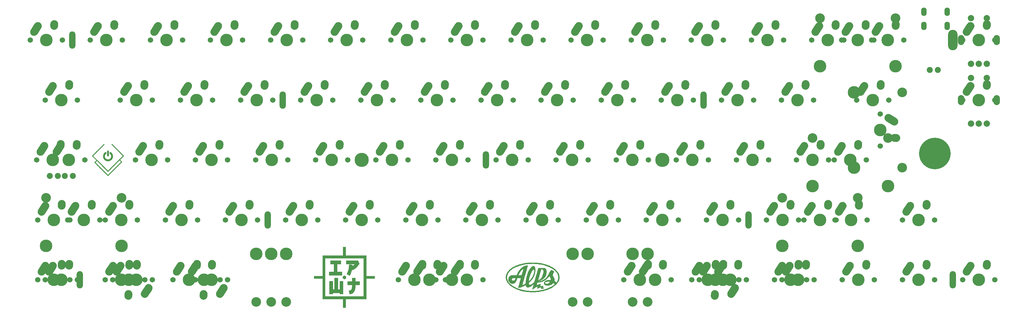
<source format=gbr>
%TF.GenerationSoftware,KiCad,Pcbnew,(5.1.10)-1*%
%TF.CreationDate,2022-05-31T16:30:17+07:00*%
%TF.ProjectId,Leopold Replacement,4c656f70-6f6c-4642-9052-65706c616365,rev?*%
%TF.SameCoordinates,Original*%
%TF.FileFunction,Soldermask,Top*%
%TF.FilePolarity,Negative*%
%FSLAX46Y46*%
G04 Gerber Fmt 4.6, Leading zero omitted, Abs format (unit mm)*
G04 Created by KiCad (PCBNEW (5.1.10)-1) date 2022-05-31 16:30:17*
%MOMM*%
%LPD*%
G01*
G04 APERTURE LIST*
%ADD10C,0.010000*%
%ADD11C,3.987800*%
%ADD12C,1.701800*%
%ADD13C,3.048000*%
%ADD14C,1.905000*%
%ADD15C,2.000000*%
%ADD16O,2.000000X3.200000*%
%ADD17O,1.700000X2.700000*%
%ADD18C,4.500000*%
%ADD19O,2.000000X5.500000*%
%ADD20O,3.000000X6.500000*%
%ADD21C,10.000000*%
G04 APERTURE END LIST*
D10*
%TO.C,LOGO1*%
G36*
X28762730Y-43467902D02*
G01*
X28795323Y-43479028D01*
X28823391Y-43498784D01*
X28837319Y-43514930D01*
X28850591Y-43542270D01*
X28857183Y-43574643D01*
X28856426Y-43607380D01*
X28852830Y-43623235D01*
X28851163Y-43626153D01*
X28847211Y-43631289D01*
X28840770Y-43638849D01*
X28831637Y-43649038D01*
X28819607Y-43662062D01*
X28804477Y-43678127D01*
X28786043Y-43697438D01*
X28764101Y-43720202D01*
X28738447Y-43746624D01*
X28708877Y-43776909D01*
X28675187Y-43811264D01*
X28637173Y-43849895D01*
X28594631Y-43893006D01*
X28547357Y-43940805D01*
X28495148Y-43993495D01*
X28437799Y-44051284D01*
X28375107Y-44114377D01*
X28306867Y-44182980D01*
X28232876Y-44257298D01*
X28152930Y-44337538D01*
X28066824Y-44423904D01*
X27974355Y-44516603D01*
X27875319Y-44615841D01*
X27769512Y-44721823D01*
X27656730Y-44834754D01*
X27536769Y-44954842D01*
X27409425Y-45082290D01*
X27274494Y-45217306D01*
X27131773Y-45360095D01*
X27069847Y-45422045D01*
X25293887Y-47198628D01*
X30002857Y-51907598D01*
X32357347Y-49553103D01*
X34711836Y-47198608D01*
X32938663Y-45424889D01*
X32819349Y-45305516D01*
X32702048Y-45188116D01*
X32587020Y-45072948D01*
X32474525Y-44960274D01*
X32364823Y-44850357D01*
X32258173Y-44743456D01*
X32154835Y-44639833D01*
X32055069Y-44539750D01*
X31959136Y-44443467D01*
X31867294Y-44351246D01*
X31779804Y-44263349D01*
X31696925Y-44180036D01*
X31618917Y-44101570D01*
X31546040Y-44028210D01*
X31478555Y-43960219D01*
X31416720Y-43897857D01*
X31360795Y-43841387D01*
X31311040Y-43791069D01*
X31267716Y-43747165D01*
X31231082Y-43709935D01*
X31201397Y-43679642D01*
X31178922Y-43656546D01*
X31163917Y-43640909D01*
X31156640Y-43632992D01*
X31155977Y-43632113D01*
X31147304Y-43602908D01*
X31147257Y-43570487D01*
X31155171Y-43538267D01*
X31170380Y-43509667D01*
X31182477Y-43495902D01*
X31209595Y-43477926D01*
X31241904Y-43467957D01*
X31276011Y-43466479D01*
X31308520Y-43473976D01*
X31315287Y-43476959D01*
X31320727Y-43481335D01*
X31332836Y-43492434D01*
X31351676Y-43510321D01*
X31377312Y-43535058D01*
X31409809Y-43566710D01*
X31449231Y-43605341D01*
X31495640Y-43651013D01*
X31549103Y-43703791D01*
X31609682Y-43763739D01*
X31677442Y-43830919D01*
X31752447Y-43905396D01*
X31834761Y-43987234D01*
X31924448Y-44076497D01*
X32021572Y-44173247D01*
X32126198Y-44277548D01*
X32238389Y-44389465D01*
X32358209Y-44509062D01*
X32485723Y-44636401D01*
X32620995Y-44771546D01*
X32764088Y-44914561D01*
X32915068Y-45065511D01*
X33073997Y-45224458D01*
X33162974Y-45313464D01*
X34987454Y-47138675D01*
X34994341Y-47168641D01*
X34998226Y-47193328D01*
X34996831Y-47216072D01*
X34994314Y-47228573D01*
X34993284Y-47232725D01*
X34991902Y-47236934D01*
X34989780Y-47241603D01*
X34986533Y-47247134D01*
X34981773Y-47253926D01*
X34975115Y-47262383D01*
X34966172Y-47272906D01*
X34954558Y-47285895D01*
X34939886Y-47301754D01*
X34921771Y-47320882D01*
X34899824Y-47343682D01*
X34873661Y-47370556D01*
X34842895Y-47401904D01*
X34807139Y-47438129D01*
X34766007Y-47479631D01*
X34719113Y-47526812D01*
X34666070Y-47580075D01*
X34606491Y-47639819D01*
X34539991Y-47706448D01*
X34466183Y-47780362D01*
X34387377Y-47859263D01*
X33787353Y-48459987D01*
X34093303Y-48766814D01*
X34150371Y-48824067D01*
X34199908Y-48873837D01*
X34242459Y-48916707D01*
X34278570Y-48953259D01*
X34308788Y-48984079D01*
X34333657Y-49009750D01*
X34353724Y-49030855D01*
X34369534Y-49047978D01*
X34381632Y-49061703D01*
X34390565Y-49072613D01*
X34396878Y-49081293D01*
X34401117Y-49088324D01*
X34403827Y-49094292D01*
X34405555Y-49099780D01*
X34405900Y-49101155D01*
X34409542Y-49135559D01*
X34404414Y-49168436D01*
X34398228Y-49183894D01*
X34393816Y-49188702D01*
X34381566Y-49201345D01*
X34361710Y-49221587D01*
X34334485Y-49249195D01*
X34300124Y-49283931D01*
X34258863Y-49325560D01*
X34210936Y-49373848D01*
X34156577Y-49428559D01*
X34096021Y-49489458D01*
X34029504Y-49556308D01*
X33957258Y-49628875D01*
X33879520Y-49706924D01*
X33796523Y-49790218D01*
X33708502Y-49878523D01*
X33615693Y-49971603D01*
X33518329Y-50069223D01*
X33416645Y-50171148D01*
X33310875Y-50277141D01*
X33201255Y-50386968D01*
X33088019Y-50500394D01*
X32971402Y-50617182D01*
X32851637Y-50737098D01*
X32728961Y-50859906D01*
X32603607Y-50985371D01*
X32475810Y-51113257D01*
X32345804Y-51243330D01*
X32231418Y-51357755D01*
X32056204Y-51532999D01*
X31888960Y-51700236D01*
X31729602Y-51859550D01*
X31578048Y-52011023D01*
X31434213Y-52154739D01*
X31298013Y-52290782D01*
X31169365Y-52419234D01*
X31048185Y-52540180D01*
X30934389Y-52653701D01*
X30827894Y-52759882D01*
X30728616Y-52858806D01*
X30636471Y-52950557D01*
X30551374Y-53035216D01*
X30473244Y-53112868D01*
X30401995Y-53183597D01*
X30337545Y-53247484D01*
X30279809Y-53304615D01*
X30228703Y-53355071D01*
X30184144Y-53398936D01*
X30146049Y-53436294D01*
X30114333Y-53467227D01*
X30088912Y-53491820D01*
X30069704Y-53510155D01*
X30056624Y-53522315D01*
X30049588Y-53528385D01*
X30048516Y-53529096D01*
X30016710Y-53538026D01*
X29981239Y-53537585D01*
X29960044Y-53532942D01*
X29956978Y-53530961D01*
X29950830Y-53525847D01*
X29941427Y-53517427D01*
X29928597Y-53505530D01*
X29912166Y-53489985D01*
X29891962Y-53470619D01*
X29867812Y-53447261D01*
X29839544Y-53419739D01*
X29806983Y-53387882D01*
X29769958Y-53351518D01*
X29728295Y-53310475D01*
X29681822Y-53264582D01*
X29630365Y-53213668D01*
X29573753Y-53157560D01*
X29511812Y-53096087D01*
X29444369Y-53029077D01*
X29371251Y-52956359D01*
X29292286Y-52877760D01*
X29207301Y-52793111D01*
X29116122Y-52702238D01*
X29018578Y-52604970D01*
X28914495Y-52501136D01*
X28803700Y-52390563D01*
X28686020Y-52273081D01*
X28561283Y-52148518D01*
X28429316Y-52016701D01*
X28289946Y-51877460D01*
X28143000Y-51730623D01*
X27988305Y-51576018D01*
X27855246Y-51443019D01*
X27722198Y-51310005D01*
X27591537Y-51179341D01*
X27463490Y-51051253D01*
X27338285Y-50925969D01*
X27216146Y-50803718D01*
X27097303Y-50684727D01*
X26981980Y-50569224D01*
X26870406Y-50457436D01*
X26762806Y-50349592D01*
X26659408Y-50245920D01*
X26560439Y-50146646D01*
X26466125Y-50051999D01*
X26376694Y-49962207D01*
X26292371Y-49877498D01*
X26213385Y-49798098D01*
X26139961Y-49724237D01*
X26072326Y-49656142D01*
X26010708Y-49594041D01*
X25955333Y-49538161D01*
X25906428Y-49488731D01*
X25864220Y-49445977D01*
X25828935Y-49410129D01*
X25800801Y-49381413D01*
X25780044Y-49360058D01*
X25766891Y-49346291D01*
X25761569Y-49340341D01*
X25761480Y-49340192D01*
X25750295Y-49305418D01*
X25750232Y-49287691D01*
X26035898Y-49287691D01*
X28016522Y-51268413D01*
X28142581Y-51394463D01*
X28266626Y-51518468D01*
X28388414Y-51640185D01*
X28507698Y-51759370D01*
X28624234Y-51875779D01*
X28737778Y-51989169D01*
X28848084Y-52099294D01*
X28954908Y-52205913D01*
X29058005Y-52308780D01*
X29157130Y-52407652D01*
X29252038Y-52502285D01*
X29342485Y-52592436D01*
X29428227Y-52677859D01*
X29509017Y-52758313D01*
X29584611Y-52833552D01*
X29654765Y-52903333D01*
X29719234Y-52967412D01*
X29777772Y-53025546D01*
X29830136Y-53077489D01*
X29876080Y-53123000D01*
X29915360Y-53161833D01*
X29947731Y-53193745D01*
X29972947Y-53218492D01*
X29990765Y-53235830D01*
X30000939Y-53245515D01*
X30003402Y-53247613D01*
X30007788Y-53243517D01*
X30019999Y-53231582D01*
X30039794Y-53212047D01*
X30066933Y-53185152D01*
X30101177Y-53151136D01*
X30142285Y-53110240D01*
X30190017Y-53062704D01*
X30244134Y-53008768D01*
X30304394Y-52948670D01*
X30370558Y-52882652D01*
X30442386Y-52810952D01*
X30519637Y-52733812D01*
X30602073Y-52651470D01*
X30689451Y-52564167D01*
X30781533Y-52472142D01*
X30878079Y-52375636D01*
X30978848Y-52274887D01*
X31083599Y-52170137D01*
X31192094Y-52061625D01*
X31304092Y-51949590D01*
X31419353Y-51834273D01*
X31537637Y-51715913D01*
X31658703Y-51594750D01*
X31782312Y-51471025D01*
X31908223Y-51344977D01*
X32036197Y-51216845D01*
X32064996Y-51188008D01*
X34120334Y-49129927D01*
X33869549Y-48879191D01*
X33618765Y-48628455D01*
X31845056Y-50401967D01*
X31689208Y-50557780D01*
X31541292Y-50705623D01*
X31401189Y-50845615D01*
X31268778Y-50977876D01*
X31143938Y-51102527D01*
X31026549Y-51219687D01*
X30916489Y-51329477D01*
X30813638Y-51432015D01*
X30717876Y-51527421D01*
X30629081Y-51615817D01*
X30547133Y-51697321D01*
X30471911Y-51772053D01*
X30403295Y-51840134D01*
X30341163Y-51901683D01*
X30285395Y-51956820D01*
X30235870Y-52005664D01*
X30192468Y-52048337D01*
X30155068Y-52084957D01*
X30123549Y-52115644D01*
X30097790Y-52140519D01*
X30077670Y-52159701D01*
X30063070Y-52173311D01*
X30053868Y-52181467D01*
X30050127Y-52184234D01*
X30025811Y-52190576D01*
X29997191Y-52192753D01*
X29969900Y-52190597D01*
X29956135Y-52187018D01*
X29950945Y-52182571D01*
X29937920Y-52170273D01*
X29917288Y-52150349D01*
X29889279Y-52123029D01*
X29854123Y-52088540D01*
X29812047Y-52047110D01*
X29763281Y-51998966D01*
X29708055Y-51944336D01*
X29646597Y-51883447D01*
X29579137Y-51816528D01*
X29505903Y-51743807D01*
X29427125Y-51665510D01*
X29343031Y-51581865D01*
X29253852Y-51493101D01*
X29159815Y-51399445D01*
X29061150Y-51301125D01*
X28958086Y-51198367D01*
X28850852Y-51091401D01*
X28739678Y-50980454D01*
X28624792Y-50865753D01*
X28506423Y-50747527D01*
X28384801Y-50626002D01*
X28260155Y-50501407D01*
X28240548Y-50481804D01*
X26541028Y-48782561D01*
X26035898Y-49287691D01*
X25750232Y-49287691D01*
X25750170Y-49270385D01*
X25753423Y-49254877D01*
X25755216Y-49249372D01*
X25758049Y-49243314D01*
X25762469Y-49236120D01*
X25769020Y-49227210D01*
X25778247Y-49216003D01*
X25790695Y-49201916D01*
X25806909Y-49184370D01*
X25827435Y-49162783D01*
X25852817Y-49136573D01*
X25883600Y-49105159D01*
X25920330Y-49067961D01*
X25963552Y-49024396D01*
X26013810Y-48973884D01*
X26066608Y-48920899D01*
X26372520Y-48614045D01*
X25697826Y-47939146D01*
X25601968Y-47843206D01*
X25514058Y-47755107D01*
X25433920Y-47674671D01*
X25361379Y-47601720D01*
X25296261Y-47536074D01*
X25238388Y-47477556D01*
X25187587Y-47425986D01*
X25143681Y-47381185D01*
X25106494Y-47342976D01*
X25075853Y-47311179D01*
X25051580Y-47285615D01*
X25033502Y-47266106D01*
X25021441Y-47252474D01*
X25015223Y-47244539D01*
X25014375Y-47243026D01*
X25006627Y-47210367D01*
X25008317Y-47176054D01*
X25016584Y-47150090D01*
X25021466Y-47144223D01*
X25034123Y-47130623D01*
X25054243Y-47109603D01*
X25081516Y-47081473D01*
X25115628Y-47046545D01*
X25156270Y-47005131D01*
X25203129Y-46957542D01*
X25255893Y-46904089D01*
X25314251Y-46845084D01*
X25377892Y-46780838D01*
X25446503Y-46711662D01*
X25519774Y-46637869D01*
X25597393Y-46559769D01*
X25679047Y-46477674D01*
X25764427Y-46391895D01*
X25853219Y-46302743D01*
X25945112Y-46210531D01*
X26039796Y-46115569D01*
X26136958Y-46018170D01*
X26236286Y-45918643D01*
X26337469Y-45817302D01*
X26440196Y-45714456D01*
X26544155Y-45610418D01*
X26649035Y-45505499D01*
X26754523Y-45400011D01*
X26860308Y-45294264D01*
X26966079Y-45188570D01*
X27071524Y-45083242D01*
X27176331Y-44978589D01*
X27280190Y-44874924D01*
X27382787Y-44772558D01*
X27483813Y-44671802D01*
X27582955Y-44572967D01*
X27679901Y-44476366D01*
X27774340Y-44382310D01*
X27865961Y-44291109D01*
X27954451Y-44203076D01*
X28039500Y-44118522D01*
X28120796Y-44037758D01*
X28198027Y-43961096D01*
X28270881Y-43888847D01*
X28339047Y-43821322D01*
X28402214Y-43758833D01*
X28460070Y-43701692D01*
X28512302Y-43650209D01*
X28558601Y-43604697D01*
X28598654Y-43565466D01*
X28632149Y-43532828D01*
X28658775Y-43507094D01*
X28678220Y-43488576D01*
X28690174Y-43477586D01*
X28694142Y-43474419D01*
X28728155Y-43466126D01*
X28762730Y-43467902D01*
G37*
X28762730Y-43467902D02*
X28795323Y-43479028D01*
X28823391Y-43498784D01*
X28837319Y-43514930D01*
X28850591Y-43542270D01*
X28857183Y-43574643D01*
X28856426Y-43607380D01*
X28852830Y-43623235D01*
X28851163Y-43626153D01*
X28847211Y-43631289D01*
X28840770Y-43638849D01*
X28831637Y-43649038D01*
X28819607Y-43662062D01*
X28804477Y-43678127D01*
X28786043Y-43697438D01*
X28764101Y-43720202D01*
X28738447Y-43746624D01*
X28708877Y-43776909D01*
X28675187Y-43811264D01*
X28637173Y-43849895D01*
X28594631Y-43893006D01*
X28547357Y-43940805D01*
X28495148Y-43993495D01*
X28437799Y-44051284D01*
X28375107Y-44114377D01*
X28306867Y-44182980D01*
X28232876Y-44257298D01*
X28152930Y-44337538D01*
X28066824Y-44423904D01*
X27974355Y-44516603D01*
X27875319Y-44615841D01*
X27769512Y-44721823D01*
X27656730Y-44834754D01*
X27536769Y-44954842D01*
X27409425Y-45082290D01*
X27274494Y-45217306D01*
X27131773Y-45360095D01*
X27069847Y-45422045D01*
X25293887Y-47198628D01*
X30002857Y-51907598D01*
X32357347Y-49553103D01*
X34711836Y-47198608D01*
X32938663Y-45424889D01*
X32819349Y-45305516D01*
X32702048Y-45188116D01*
X32587020Y-45072948D01*
X32474525Y-44960274D01*
X32364823Y-44850357D01*
X32258173Y-44743456D01*
X32154835Y-44639833D01*
X32055069Y-44539750D01*
X31959136Y-44443467D01*
X31867294Y-44351246D01*
X31779804Y-44263349D01*
X31696925Y-44180036D01*
X31618917Y-44101570D01*
X31546040Y-44028210D01*
X31478555Y-43960219D01*
X31416720Y-43897857D01*
X31360795Y-43841387D01*
X31311040Y-43791069D01*
X31267716Y-43747165D01*
X31231082Y-43709935D01*
X31201397Y-43679642D01*
X31178922Y-43656546D01*
X31163917Y-43640909D01*
X31156640Y-43632992D01*
X31155977Y-43632113D01*
X31147304Y-43602908D01*
X31147257Y-43570487D01*
X31155171Y-43538267D01*
X31170380Y-43509667D01*
X31182477Y-43495902D01*
X31209595Y-43477926D01*
X31241904Y-43467957D01*
X31276011Y-43466479D01*
X31308520Y-43473976D01*
X31315287Y-43476959D01*
X31320727Y-43481335D01*
X31332836Y-43492434D01*
X31351676Y-43510321D01*
X31377312Y-43535058D01*
X31409809Y-43566710D01*
X31449231Y-43605341D01*
X31495640Y-43651013D01*
X31549103Y-43703791D01*
X31609682Y-43763739D01*
X31677442Y-43830919D01*
X31752447Y-43905396D01*
X31834761Y-43987234D01*
X31924448Y-44076497D01*
X32021572Y-44173247D01*
X32126198Y-44277548D01*
X32238389Y-44389465D01*
X32358209Y-44509062D01*
X32485723Y-44636401D01*
X32620995Y-44771546D01*
X32764088Y-44914561D01*
X32915068Y-45065511D01*
X33073997Y-45224458D01*
X33162974Y-45313464D01*
X34987454Y-47138675D01*
X34994341Y-47168641D01*
X34998226Y-47193328D01*
X34996831Y-47216072D01*
X34994314Y-47228573D01*
X34993284Y-47232725D01*
X34991902Y-47236934D01*
X34989780Y-47241603D01*
X34986533Y-47247134D01*
X34981773Y-47253926D01*
X34975115Y-47262383D01*
X34966172Y-47272906D01*
X34954558Y-47285895D01*
X34939886Y-47301754D01*
X34921771Y-47320882D01*
X34899824Y-47343682D01*
X34873661Y-47370556D01*
X34842895Y-47401904D01*
X34807139Y-47438129D01*
X34766007Y-47479631D01*
X34719113Y-47526812D01*
X34666070Y-47580075D01*
X34606491Y-47639819D01*
X34539991Y-47706448D01*
X34466183Y-47780362D01*
X34387377Y-47859263D01*
X33787353Y-48459987D01*
X34093303Y-48766814D01*
X34150371Y-48824067D01*
X34199908Y-48873837D01*
X34242459Y-48916707D01*
X34278570Y-48953259D01*
X34308788Y-48984079D01*
X34333657Y-49009750D01*
X34353724Y-49030855D01*
X34369534Y-49047978D01*
X34381632Y-49061703D01*
X34390565Y-49072613D01*
X34396878Y-49081293D01*
X34401117Y-49088324D01*
X34403827Y-49094292D01*
X34405555Y-49099780D01*
X34405900Y-49101155D01*
X34409542Y-49135559D01*
X34404414Y-49168436D01*
X34398228Y-49183894D01*
X34393816Y-49188702D01*
X34381566Y-49201345D01*
X34361710Y-49221587D01*
X34334485Y-49249195D01*
X34300124Y-49283931D01*
X34258863Y-49325560D01*
X34210936Y-49373848D01*
X34156577Y-49428559D01*
X34096021Y-49489458D01*
X34029504Y-49556308D01*
X33957258Y-49628875D01*
X33879520Y-49706924D01*
X33796523Y-49790218D01*
X33708502Y-49878523D01*
X33615693Y-49971603D01*
X33518329Y-50069223D01*
X33416645Y-50171148D01*
X33310875Y-50277141D01*
X33201255Y-50386968D01*
X33088019Y-50500394D01*
X32971402Y-50617182D01*
X32851637Y-50737098D01*
X32728961Y-50859906D01*
X32603607Y-50985371D01*
X32475810Y-51113257D01*
X32345804Y-51243330D01*
X32231418Y-51357755D01*
X32056204Y-51532999D01*
X31888960Y-51700236D01*
X31729602Y-51859550D01*
X31578048Y-52011023D01*
X31434213Y-52154739D01*
X31298013Y-52290782D01*
X31169365Y-52419234D01*
X31048185Y-52540180D01*
X30934389Y-52653701D01*
X30827894Y-52759882D01*
X30728616Y-52858806D01*
X30636471Y-52950557D01*
X30551374Y-53035216D01*
X30473244Y-53112868D01*
X30401995Y-53183597D01*
X30337545Y-53247484D01*
X30279809Y-53304615D01*
X30228703Y-53355071D01*
X30184144Y-53398936D01*
X30146049Y-53436294D01*
X30114333Y-53467227D01*
X30088912Y-53491820D01*
X30069704Y-53510155D01*
X30056624Y-53522315D01*
X30049588Y-53528385D01*
X30048516Y-53529096D01*
X30016710Y-53538026D01*
X29981239Y-53537585D01*
X29960044Y-53532942D01*
X29956978Y-53530961D01*
X29950830Y-53525847D01*
X29941427Y-53517427D01*
X29928597Y-53505530D01*
X29912166Y-53489985D01*
X29891962Y-53470619D01*
X29867812Y-53447261D01*
X29839544Y-53419739D01*
X29806983Y-53387882D01*
X29769958Y-53351518D01*
X29728295Y-53310475D01*
X29681822Y-53264582D01*
X29630365Y-53213668D01*
X29573753Y-53157560D01*
X29511812Y-53096087D01*
X29444369Y-53029077D01*
X29371251Y-52956359D01*
X29292286Y-52877760D01*
X29207301Y-52793111D01*
X29116122Y-52702238D01*
X29018578Y-52604970D01*
X28914495Y-52501136D01*
X28803700Y-52390563D01*
X28686020Y-52273081D01*
X28561283Y-52148518D01*
X28429316Y-52016701D01*
X28289946Y-51877460D01*
X28143000Y-51730623D01*
X27988305Y-51576018D01*
X27855246Y-51443019D01*
X27722198Y-51310005D01*
X27591537Y-51179341D01*
X27463490Y-51051253D01*
X27338285Y-50925969D01*
X27216146Y-50803718D01*
X27097303Y-50684727D01*
X26981980Y-50569224D01*
X26870406Y-50457436D01*
X26762806Y-50349592D01*
X26659408Y-50245920D01*
X26560439Y-50146646D01*
X26466125Y-50051999D01*
X26376694Y-49962207D01*
X26292371Y-49877498D01*
X26213385Y-49798098D01*
X26139961Y-49724237D01*
X26072326Y-49656142D01*
X26010708Y-49594041D01*
X25955333Y-49538161D01*
X25906428Y-49488731D01*
X25864220Y-49445977D01*
X25828935Y-49410129D01*
X25800801Y-49381413D01*
X25780044Y-49360058D01*
X25766891Y-49346291D01*
X25761569Y-49340341D01*
X25761480Y-49340192D01*
X25750295Y-49305418D01*
X25750232Y-49287691D01*
X26035898Y-49287691D01*
X28016522Y-51268413D01*
X28142581Y-51394463D01*
X28266626Y-51518468D01*
X28388414Y-51640185D01*
X28507698Y-51759370D01*
X28624234Y-51875779D01*
X28737778Y-51989169D01*
X28848084Y-52099294D01*
X28954908Y-52205913D01*
X29058005Y-52308780D01*
X29157130Y-52407652D01*
X29252038Y-52502285D01*
X29342485Y-52592436D01*
X29428227Y-52677859D01*
X29509017Y-52758313D01*
X29584611Y-52833552D01*
X29654765Y-52903333D01*
X29719234Y-52967412D01*
X29777772Y-53025546D01*
X29830136Y-53077489D01*
X29876080Y-53123000D01*
X29915360Y-53161833D01*
X29947731Y-53193745D01*
X29972947Y-53218492D01*
X29990765Y-53235830D01*
X30000939Y-53245515D01*
X30003402Y-53247613D01*
X30007788Y-53243517D01*
X30019999Y-53231582D01*
X30039794Y-53212047D01*
X30066933Y-53185152D01*
X30101177Y-53151136D01*
X30142285Y-53110240D01*
X30190017Y-53062704D01*
X30244134Y-53008768D01*
X30304394Y-52948670D01*
X30370558Y-52882652D01*
X30442386Y-52810952D01*
X30519637Y-52733812D01*
X30602073Y-52651470D01*
X30689451Y-52564167D01*
X30781533Y-52472142D01*
X30878079Y-52375636D01*
X30978848Y-52274887D01*
X31083599Y-52170137D01*
X31192094Y-52061625D01*
X31304092Y-51949590D01*
X31419353Y-51834273D01*
X31537637Y-51715913D01*
X31658703Y-51594750D01*
X31782312Y-51471025D01*
X31908223Y-51344977D01*
X32036197Y-51216845D01*
X32064996Y-51188008D01*
X34120334Y-49129927D01*
X33869549Y-48879191D01*
X33618765Y-48628455D01*
X31845056Y-50401967D01*
X31689208Y-50557780D01*
X31541292Y-50705623D01*
X31401189Y-50845615D01*
X31268778Y-50977876D01*
X31143938Y-51102527D01*
X31026549Y-51219687D01*
X30916489Y-51329477D01*
X30813638Y-51432015D01*
X30717876Y-51527421D01*
X30629081Y-51615817D01*
X30547133Y-51697321D01*
X30471911Y-51772053D01*
X30403295Y-51840134D01*
X30341163Y-51901683D01*
X30285395Y-51956820D01*
X30235870Y-52005664D01*
X30192468Y-52048337D01*
X30155068Y-52084957D01*
X30123549Y-52115644D01*
X30097790Y-52140519D01*
X30077670Y-52159701D01*
X30063070Y-52173311D01*
X30053868Y-52181467D01*
X30050127Y-52184234D01*
X30025811Y-52190576D01*
X29997191Y-52192753D01*
X29969900Y-52190597D01*
X29956135Y-52187018D01*
X29950945Y-52182571D01*
X29937920Y-52170273D01*
X29917288Y-52150349D01*
X29889279Y-52123029D01*
X29854123Y-52088540D01*
X29812047Y-52047110D01*
X29763281Y-51998966D01*
X29708055Y-51944336D01*
X29646597Y-51883447D01*
X29579137Y-51816528D01*
X29505903Y-51743807D01*
X29427125Y-51665510D01*
X29343031Y-51581865D01*
X29253852Y-51493101D01*
X29159815Y-51399445D01*
X29061150Y-51301125D01*
X28958086Y-51198367D01*
X28850852Y-51091401D01*
X28739678Y-50980454D01*
X28624792Y-50865753D01*
X28506423Y-50747527D01*
X28384801Y-50626002D01*
X28260155Y-50501407D01*
X28240548Y-50481804D01*
X26541028Y-48782561D01*
X26035898Y-49287691D01*
X25750232Y-49287691D01*
X25750170Y-49270385D01*
X25753423Y-49254877D01*
X25755216Y-49249372D01*
X25758049Y-49243314D01*
X25762469Y-49236120D01*
X25769020Y-49227210D01*
X25778247Y-49216003D01*
X25790695Y-49201916D01*
X25806909Y-49184370D01*
X25827435Y-49162783D01*
X25852817Y-49136573D01*
X25883600Y-49105159D01*
X25920330Y-49067961D01*
X25963552Y-49024396D01*
X26013810Y-48973884D01*
X26066608Y-48920899D01*
X26372520Y-48614045D01*
X25697826Y-47939146D01*
X25601968Y-47843206D01*
X25514058Y-47755107D01*
X25433920Y-47674671D01*
X25361379Y-47601720D01*
X25296261Y-47536074D01*
X25238388Y-47477556D01*
X25187587Y-47425986D01*
X25143681Y-47381185D01*
X25106494Y-47342976D01*
X25075853Y-47311179D01*
X25051580Y-47285615D01*
X25033502Y-47266106D01*
X25021441Y-47252474D01*
X25015223Y-47244539D01*
X25014375Y-47243026D01*
X25006627Y-47210367D01*
X25008317Y-47176054D01*
X25016584Y-47150090D01*
X25021466Y-47144223D01*
X25034123Y-47130623D01*
X25054243Y-47109603D01*
X25081516Y-47081473D01*
X25115628Y-47046545D01*
X25156270Y-47005131D01*
X25203129Y-46957542D01*
X25255893Y-46904089D01*
X25314251Y-46845084D01*
X25377892Y-46780838D01*
X25446503Y-46711662D01*
X25519774Y-46637869D01*
X25597393Y-46559769D01*
X25679047Y-46477674D01*
X25764427Y-46391895D01*
X25853219Y-46302743D01*
X25945112Y-46210531D01*
X26039796Y-46115569D01*
X26136958Y-46018170D01*
X26236286Y-45918643D01*
X26337469Y-45817302D01*
X26440196Y-45714456D01*
X26544155Y-45610418D01*
X26649035Y-45505499D01*
X26754523Y-45400011D01*
X26860308Y-45294264D01*
X26966079Y-45188570D01*
X27071524Y-45083242D01*
X27176331Y-44978589D01*
X27280190Y-44874924D01*
X27382787Y-44772558D01*
X27483813Y-44671802D01*
X27582955Y-44572967D01*
X27679901Y-44476366D01*
X27774340Y-44382310D01*
X27865961Y-44291109D01*
X27954451Y-44203076D01*
X28039500Y-44118522D01*
X28120796Y-44037758D01*
X28198027Y-43961096D01*
X28270881Y-43888847D01*
X28339047Y-43821322D01*
X28402214Y-43758833D01*
X28460070Y-43701692D01*
X28512302Y-43650209D01*
X28558601Y-43604697D01*
X28598654Y-43565466D01*
X28632149Y-43532828D01*
X28658775Y-43507094D01*
X28678220Y-43488576D01*
X28690174Y-43477586D01*
X28694142Y-43474419D01*
X28728155Y-43466126D01*
X28762730Y-43467902D01*
G36*
X30829658Y-46055102D02*
G01*
X30877834Y-46072344D01*
X30902924Y-46086614D01*
X30934037Y-46108184D01*
X30969634Y-46135801D01*
X31008176Y-46168212D01*
X31048124Y-46204166D01*
X31087941Y-46242407D01*
X31093329Y-46247785D01*
X31163265Y-46321794D01*
X31224599Y-46395487D01*
X31279435Y-46471789D01*
X31329873Y-46553627D01*
X31378015Y-46643927D01*
X31378432Y-46644762D01*
X31431540Y-46763882D01*
X31474010Y-46886606D01*
X31505767Y-47012213D01*
X31526735Y-47139979D01*
X31536840Y-47269182D01*
X31536006Y-47399098D01*
X31524158Y-47529006D01*
X31501222Y-47658182D01*
X31488932Y-47709461D01*
X31457633Y-47812821D01*
X31416972Y-47917928D01*
X31368194Y-48022304D01*
X31312543Y-48123474D01*
X31251263Y-48218959D01*
X31195107Y-48294517D01*
X31168196Y-48326317D01*
X31134836Y-48362794D01*
X31097487Y-48401490D01*
X31058610Y-48439944D01*
X31020665Y-48475696D01*
X30986111Y-48506285D01*
X30970337Y-48519306D01*
X30877567Y-48587486D01*
X30777647Y-48649970D01*
X30672616Y-48705787D01*
X30564513Y-48753967D01*
X30455376Y-48793541D01*
X30347244Y-48823538D01*
X30316786Y-48830221D01*
X30239015Y-48843845D01*
X30156390Y-48854007D01*
X30072449Y-48860460D01*
X29990725Y-48862961D01*
X29914756Y-48861264D01*
X29891077Y-48859704D01*
X29770796Y-48845638D01*
X29653326Y-48822281D01*
X29539005Y-48790175D01*
X29414387Y-48744511D01*
X29295661Y-48689302D01*
X29183205Y-48624998D01*
X29077397Y-48552049D01*
X28978617Y-48470908D01*
X28887243Y-48382025D01*
X28803654Y-48285849D01*
X28728227Y-48182833D01*
X28661343Y-48073427D01*
X28603378Y-47958082D01*
X28554712Y-47837248D01*
X28515724Y-47711376D01*
X28486791Y-47580917D01*
X28478010Y-47526809D01*
X28473415Y-47485378D01*
X28470166Y-47435465D01*
X28468264Y-47379926D01*
X28467710Y-47321615D01*
X28468505Y-47263388D01*
X28470648Y-47208099D01*
X28474142Y-47158604D01*
X28477916Y-47125046D01*
X28501825Y-46993329D01*
X28536355Y-46865189D01*
X28581273Y-46741183D01*
X28636344Y-46621870D01*
X28701336Y-46507807D01*
X28776013Y-46399551D01*
X28789175Y-46382382D01*
X28820756Y-46343955D01*
X28857010Y-46303511D01*
X28896486Y-46262386D01*
X28937735Y-46221915D01*
X28979306Y-46183434D01*
X29019749Y-46148279D01*
X29057615Y-46117785D01*
X29091454Y-46093288D01*
X29119815Y-46076123D01*
X29123842Y-46074101D01*
X29173492Y-46056136D01*
X29224994Y-46048753D01*
X29276604Y-46051777D01*
X29326580Y-46065035D01*
X29373180Y-46088356D01*
X29390652Y-46100591D01*
X29415181Y-46123757D01*
X29439280Y-46154093D01*
X29460159Y-46187604D01*
X29475026Y-46220291D01*
X29475809Y-46222562D01*
X29486096Y-46270032D01*
X29486942Y-46320390D01*
X29478741Y-46370730D01*
X29461884Y-46418141D01*
X29445400Y-46447646D01*
X29432387Y-46463946D01*
X29413478Y-46483567D01*
X29392020Y-46503123D01*
X29383904Y-46509826D01*
X29351415Y-46537438D01*
X29315450Y-46570766D01*
X29278190Y-46607555D01*
X29241812Y-46645549D01*
X29208494Y-46682492D01*
X29180415Y-46716130D01*
X29165208Y-46736270D01*
X29117067Y-46811913D01*
X29074213Y-46895109D01*
X29038001Y-46982693D01*
X29009785Y-47071503D01*
X28995464Y-47132967D01*
X28987768Y-47182961D01*
X28982395Y-47240241D01*
X28979494Y-47300888D01*
X28979216Y-47360981D01*
X28981711Y-47416601D01*
X28983763Y-47438987D01*
X29000926Y-47543767D01*
X29028948Y-47645734D01*
X29067466Y-47744156D01*
X29116114Y-47838298D01*
X29174528Y-47927425D01*
X29242343Y-48010805D01*
X29294975Y-48065130D01*
X29373150Y-48132579D01*
X29458940Y-48192397D01*
X29550846Y-48243827D01*
X29647368Y-48286110D01*
X29747006Y-48318487D01*
X29834471Y-48337906D01*
X29868868Y-48342426D01*
X29911225Y-48345727D01*
X29958551Y-48347780D01*
X30007852Y-48348554D01*
X30056136Y-48348020D01*
X30100411Y-48346149D01*
X30137684Y-48342912D01*
X30151258Y-48341020D01*
X30258108Y-48318107D01*
X30360774Y-48285010D01*
X30458598Y-48242163D01*
X30550922Y-48190003D01*
X30637087Y-48128965D01*
X30716435Y-48059483D01*
X30788308Y-47981994D01*
X30852046Y-47896932D01*
X30873469Y-47863573D01*
X30893172Y-47829138D01*
X30914469Y-47787923D01*
X30935549Y-47743762D01*
X30954599Y-47700490D01*
X30969809Y-47661943D01*
X30973086Y-47652658D01*
X31001528Y-47551899D01*
X31019160Y-47448865D01*
X31026090Y-47344611D01*
X31022424Y-47240197D01*
X31008271Y-47136678D01*
X30983739Y-47035114D01*
X30948934Y-46936560D01*
X30903966Y-46842076D01*
X30887566Y-46813075D01*
X30841674Y-46741215D01*
X30791924Y-46675841D01*
X30736129Y-46614409D01*
X30672101Y-46554374D01*
X30646058Y-46532148D01*
X30621092Y-46510603D01*
X30597637Y-46489070D01*
X30577963Y-46469722D01*
X30564341Y-46454731D01*
X30562012Y-46451735D01*
X30539316Y-46412182D01*
X30523794Y-46366808D01*
X30516104Y-46318975D01*
X30516905Y-46272048D01*
X30521670Y-46245984D01*
X30539961Y-46195376D01*
X30566530Y-46151190D01*
X30600123Y-46114035D01*
X30639490Y-46084523D01*
X30683379Y-46063264D01*
X30730538Y-46050867D01*
X30779715Y-46047943D01*
X30829658Y-46055102D01*
G37*
X30829658Y-46055102D02*
X30877834Y-46072344D01*
X30902924Y-46086614D01*
X30934037Y-46108184D01*
X30969634Y-46135801D01*
X31008176Y-46168212D01*
X31048124Y-46204166D01*
X31087941Y-46242407D01*
X31093329Y-46247785D01*
X31163265Y-46321794D01*
X31224599Y-46395487D01*
X31279435Y-46471789D01*
X31329873Y-46553627D01*
X31378015Y-46643927D01*
X31378432Y-46644762D01*
X31431540Y-46763882D01*
X31474010Y-46886606D01*
X31505767Y-47012213D01*
X31526735Y-47139979D01*
X31536840Y-47269182D01*
X31536006Y-47399098D01*
X31524158Y-47529006D01*
X31501222Y-47658182D01*
X31488932Y-47709461D01*
X31457633Y-47812821D01*
X31416972Y-47917928D01*
X31368194Y-48022304D01*
X31312543Y-48123474D01*
X31251263Y-48218959D01*
X31195107Y-48294517D01*
X31168196Y-48326317D01*
X31134836Y-48362794D01*
X31097487Y-48401490D01*
X31058610Y-48439944D01*
X31020665Y-48475696D01*
X30986111Y-48506285D01*
X30970337Y-48519306D01*
X30877567Y-48587486D01*
X30777647Y-48649970D01*
X30672616Y-48705787D01*
X30564513Y-48753967D01*
X30455376Y-48793541D01*
X30347244Y-48823538D01*
X30316786Y-48830221D01*
X30239015Y-48843845D01*
X30156390Y-48854007D01*
X30072449Y-48860460D01*
X29990725Y-48862961D01*
X29914756Y-48861264D01*
X29891077Y-48859704D01*
X29770796Y-48845638D01*
X29653326Y-48822281D01*
X29539005Y-48790175D01*
X29414387Y-48744511D01*
X29295661Y-48689302D01*
X29183205Y-48624998D01*
X29077397Y-48552049D01*
X28978617Y-48470908D01*
X28887243Y-48382025D01*
X28803654Y-48285849D01*
X28728227Y-48182833D01*
X28661343Y-48073427D01*
X28603378Y-47958082D01*
X28554712Y-47837248D01*
X28515724Y-47711376D01*
X28486791Y-47580917D01*
X28478010Y-47526809D01*
X28473415Y-47485378D01*
X28470166Y-47435465D01*
X28468264Y-47379926D01*
X28467710Y-47321615D01*
X28468505Y-47263388D01*
X28470648Y-47208099D01*
X28474142Y-47158604D01*
X28477916Y-47125046D01*
X28501825Y-46993329D01*
X28536355Y-46865189D01*
X28581273Y-46741183D01*
X28636344Y-46621870D01*
X28701336Y-46507807D01*
X28776013Y-46399551D01*
X28789175Y-46382382D01*
X28820756Y-46343955D01*
X28857010Y-46303511D01*
X28896486Y-46262386D01*
X28937735Y-46221915D01*
X28979306Y-46183434D01*
X29019749Y-46148279D01*
X29057615Y-46117785D01*
X29091454Y-46093288D01*
X29119815Y-46076123D01*
X29123842Y-46074101D01*
X29173492Y-46056136D01*
X29224994Y-46048753D01*
X29276604Y-46051777D01*
X29326580Y-46065035D01*
X29373180Y-46088356D01*
X29390652Y-46100591D01*
X29415181Y-46123757D01*
X29439280Y-46154093D01*
X29460159Y-46187604D01*
X29475026Y-46220291D01*
X29475809Y-46222562D01*
X29486096Y-46270032D01*
X29486942Y-46320390D01*
X29478741Y-46370730D01*
X29461884Y-46418141D01*
X29445400Y-46447646D01*
X29432387Y-46463946D01*
X29413478Y-46483567D01*
X29392020Y-46503123D01*
X29383904Y-46509826D01*
X29351415Y-46537438D01*
X29315450Y-46570766D01*
X29278190Y-46607555D01*
X29241812Y-46645549D01*
X29208494Y-46682492D01*
X29180415Y-46716130D01*
X29165208Y-46736270D01*
X29117067Y-46811913D01*
X29074213Y-46895109D01*
X29038001Y-46982693D01*
X29009785Y-47071503D01*
X28995464Y-47132967D01*
X28987768Y-47182961D01*
X28982395Y-47240241D01*
X28979494Y-47300888D01*
X28979216Y-47360981D01*
X28981711Y-47416601D01*
X28983763Y-47438987D01*
X29000926Y-47543767D01*
X29028948Y-47645734D01*
X29067466Y-47744156D01*
X29116114Y-47838298D01*
X29174528Y-47927425D01*
X29242343Y-48010805D01*
X29294975Y-48065130D01*
X29373150Y-48132579D01*
X29458940Y-48192397D01*
X29550846Y-48243827D01*
X29647368Y-48286110D01*
X29747006Y-48318487D01*
X29834471Y-48337906D01*
X29868868Y-48342426D01*
X29911225Y-48345727D01*
X29958551Y-48347780D01*
X30007852Y-48348554D01*
X30056136Y-48348020D01*
X30100411Y-48346149D01*
X30137684Y-48342912D01*
X30151258Y-48341020D01*
X30258108Y-48318107D01*
X30360774Y-48285010D01*
X30458598Y-48242163D01*
X30550922Y-48190003D01*
X30637087Y-48128965D01*
X30716435Y-48059483D01*
X30788308Y-47981994D01*
X30852046Y-47896932D01*
X30873469Y-47863573D01*
X30893172Y-47829138D01*
X30914469Y-47787923D01*
X30935549Y-47743762D01*
X30954599Y-47700490D01*
X30969809Y-47661943D01*
X30973086Y-47652658D01*
X31001528Y-47551899D01*
X31019160Y-47448865D01*
X31026090Y-47344611D01*
X31022424Y-47240197D01*
X31008271Y-47136678D01*
X30983739Y-47035114D01*
X30948934Y-46936560D01*
X30903966Y-46842076D01*
X30887566Y-46813075D01*
X30841674Y-46741215D01*
X30791924Y-46675841D01*
X30736129Y-46614409D01*
X30672101Y-46554374D01*
X30646058Y-46532148D01*
X30621092Y-46510603D01*
X30597637Y-46489070D01*
X30577963Y-46469722D01*
X30564341Y-46454731D01*
X30562012Y-46451735D01*
X30539316Y-46412182D01*
X30523794Y-46366808D01*
X30516104Y-46318975D01*
X30516905Y-46272048D01*
X30521670Y-46245984D01*
X30539961Y-46195376D01*
X30566530Y-46151190D01*
X30600123Y-46114035D01*
X30639490Y-46084523D01*
X30683379Y-46063264D01*
X30730538Y-46050867D01*
X30779715Y-46047943D01*
X30829658Y-46055102D01*
G36*
X30048713Y-45539044D02*
G01*
X30090620Y-45550503D01*
X30101880Y-45555063D01*
X30145014Y-45579683D01*
X30183513Y-45612566D01*
X30215400Y-45651539D01*
X30238699Y-45694427D01*
X30245377Y-45712855D01*
X30247108Y-45718691D01*
X30248656Y-45724799D01*
X30250030Y-45731818D01*
X30251241Y-45740386D01*
X30252299Y-45751143D01*
X30253213Y-45764727D01*
X30253995Y-45781778D01*
X30254654Y-45802934D01*
X30255201Y-45828835D01*
X30255645Y-45860120D01*
X30255996Y-45897427D01*
X30256265Y-45941395D01*
X30256463Y-45992664D01*
X30256598Y-46051873D01*
X30256682Y-46119660D01*
X30256723Y-46196664D01*
X30256734Y-46283526D01*
X30256723Y-46380882D01*
X30256714Y-46427220D01*
X30256643Y-46535969D01*
X30256479Y-46636665D01*
X30256224Y-46728980D01*
X30255881Y-46812591D01*
X30255453Y-46887172D01*
X30254943Y-46952399D01*
X30254352Y-47007946D01*
X30253684Y-47053490D01*
X30252942Y-47088704D01*
X30252127Y-47113265D01*
X30251244Y-47126846D01*
X30250924Y-47128922D01*
X30237252Y-47169703D01*
X30215071Y-47207966D01*
X30186967Y-47241995D01*
X30155740Y-47272059D01*
X30125268Y-47293720D01*
X30092129Y-47309202D01*
X30074593Y-47314996D01*
X30041788Y-47321462D01*
X30004008Y-47323847D01*
X29965894Y-47322201D01*
X29932092Y-47316570D01*
X29921312Y-47313386D01*
X29874160Y-47291253D01*
X29832526Y-47260075D01*
X29797686Y-47221401D01*
X29770921Y-47176783D01*
X29753510Y-47127772D01*
X29749028Y-47104427D01*
X29748139Y-47092332D01*
X29747325Y-47069744D01*
X29746586Y-47037577D01*
X29745922Y-46996746D01*
X29745333Y-46948165D01*
X29744819Y-46892748D01*
X29744379Y-46831410D01*
X29744014Y-46765065D01*
X29743723Y-46694628D01*
X29743507Y-46621012D01*
X29743365Y-46545132D01*
X29743298Y-46467902D01*
X29743305Y-46390237D01*
X29743386Y-46313052D01*
X29743541Y-46237259D01*
X29743770Y-46163775D01*
X29744074Y-46093512D01*
X29744451Y-46027386D01*
X29744903Y-45966311D01*
X29745428Y-45911201D01*
X29746027Y-45862970D01*
X29746700Y-45822533D01*
X29747446Y-45790804D01*
X29748266Y-45768698D01*
X29749123Y-45757371D01*
X29762068Y-45705896D01*
X29784781Y-45658931D01*
X29816111Y-45617654D01*
X29854905Y-45583247D01*
X29900011Y-45556889D01*
X29950279Y-45539760D01*
X29964257Y-45536928D01*
X30004926Y-45534300D01*
X30048713Y-45539044D01*
G37*
X30048713Y-45539044D02*
X30090620Y-45550503D01*
X30101880Y-45555063D01*
X30145014Y-45579683D01*
X30183513Y-45612566D01*
X30215400Y-45651539D01*
X30238699Y-45694427D01*
X30245377Y-45712855D01*
X30247108Y-45718691D01*
X30248656Y-45724799D01*
X30250030Y-45731818D01*
X30251241Y-45740386D01*
X30252299Y-45751143D01*
X30253213Y-45764727D01*
X30253995Y-45781778D01*
X30254654Y-45802934D01*
X30255201Y-45828835D01*
X30255645Y-45860120D01*
X30255996Y-45897427D01*
X30256265Y-45941395D01*
X30256463Y-45992664D01*
X30256598Y-46051873D01*
X30256682Y-46119660D01*
X30256723Y-46196664D01*
X30256734Y-46283526D01*
X30256723Y-46380882D01*
X30256714Y-46427220D01*
X30256643Y-46535969D01*
X30256479Y-46636665D01*
X30256224Y-46728980D01*
X30255881Y-46812591D01*
X30255453Y-46887172D01*
X30254943Y-46952399D01*
X30254352Y-47007946D01*
X30253684Y-47053490D01*
X30252942Y-47088704D01*
X30252127Y-47113265D01*
X30251244Y-47126846D01*
X30250924Y-47128922D01*
X30237252Y-47169703D01*
X30215071Y-47207966D01*
X30186967Y-47241995D01*
X30155740Y-47272059D01*
X30125268Y-47293720D01*
X30092129Y-47309202D01*
X30074593Y-47314996D01*
X30041788Y-47321462D01*
X30004008Y-47323847D01*
X29965894Y-47322201D01*
X29932092Y-47316570D01*
X29921312Y-47313386D01*
X29874160Y-47291253D01*
X29832526Y-47260075D01*
X29797686Y-47221401D01*
X29770921Y-47176783D01*
X29753510Y-47127772D01*
X29749028Y-47104427D01*
X29748139Y-47092332D01*
X29747325Y-47069744D01*
X29746586Y-47037577D01*
X29745922Y-46996746D01*
X29745333Y-46948165D01*
X29744819Y-46892748D01*
X29744379Y-46831410D01*
X29744014Y-46765065D01*
X29743723Y-46694628D01*
X29743507Y-46621012D01*
X29743365Y-46545132D01*
X29743298Y-46467902D01*
X29743305Y-46390237D01*
X29743386Y-46313052D01*
X29743541Y-46237259D01*
X29743770Y-46163775D01*
X29744074Y-46093512D01*
X29744451Y-46027386D01*
X29744903Y-45966311D01*
X29745428Y-45911201D01*
X29746027Y-45862970D01*
X29746700Y-45822533D01*
X29747446Y-45790804D01*
X29748266Y-45768698D01*
X29749123Y-45757371D01*
X29762068Y-45705896D01*
X29784781Y-45658931D01*
X29816111Y-45617654D01*
X29854905Y-45583247D01*
X29900011Y-45556889D01*
X29950279Y-45539760D01*
X29964257Y-45536928D01*
X30004926Y-45534300D01*
X30048713Y-45539044D01*
%TO.C,G\u002A\u002A\u002A*%
G36*
X104874156Y-85214478D02*
G01*
X104966122Y-85240407D01*
X105049949Y-85281708D01*
X105124070Y-85336815D01*
X105186918Y-85404161D01*
X105236928Y-85482179D01*
X105272533Y-85569305D01*
X105292168Y-85663971D01*
X105295633Y-85725504D01*
X105286592Y-85825981D01*
X105259698Y-85919802D01*
X105215295Y-86006130D01*
X105153727Y-86084128D01*
X105144103Y-86093991D01*
X105069075Y-86156017D01*
X104984581Y-86202766D01*
X104893456Y-86233281D01*
X104798537Y-86246609D01*
X104704182Y-86242018D01*
X104607414Y-86219608D01*
X104520976Y-86181570D01*
X104442738Y-86126841D01*
X104407130Y-86093991D01*
X104343268Y-86017183D01*
X104296523Y-85931933D01*
X104267241Y-85839076D01*
X104255765Y-85739451D01*
X104255599Y-85725504D01*
X104264590Y-85626964D01*
X104290519Y-85534998D01*
X104331820Y-85451171D01*
X104386927Y-85377051D01*
X104454273Y-85314202D01*
X104532291Y-85264192D01*
X104619417Y-85228587D01*
X104714083Y-85208953D01*
X104775616Y-85205487D01*
X104874156Y-85214478D01*
G37*
X104874156Y-85214478D02*
X104966122Y-85240407D01*
X105049949Y-85281708D01*
X105124070Y-85336815D01*
X105186918Y-85404161D01*
X105236928Y-85482179D01*
X105272533Y-85569305D01*
X105292168Y-85663971D01*
X105295633Y-85725504D01*
X105286592Y-85825981D01*
X105259698Y-85919802D01*
X105215295Y-86006130D01*
X105153727Y-86084128D01*
X105144103Y-86093991D01*
X105069075Y-86156017D01*
X104984581Y-86202766D01*
X104893456Y-86233281D01*
X104798537Y-86246609D01*
X104704182Y-86242018D01*
X104607414Y-86219608D01*
X104520976Y-86181570D01*
X104442738Y-86126841D01*
X104407130Y-86093991D01*
X104343268Y-86017183D01*
X104296523Y-85931933D01*
X104267241Y-85839076D01*
X104255765Y-85739451D01*
X104255599Y-85725504D01*
X104264590Y-85626964D01*
X104290519Y-85534998D01*
X104331820Y-85451171D01*
X104386927Y-85377051D01*
X104454273Y-85314202D01*
X104532291Y-85264192D01*
X104619417Y-85228587D01*
X104714083Y-85208953D01*
X104775616Y-85205487D01*
X104874156Y-85214478D01*
G36*
X103635012Y-81527315D02*
G01*
X102503994Y-81527315D01*
X102503994Y-83981051D01*
X104027994Y-83981051D01*
X104027994Y-85073731D01*
X99935239Y-85073731D01*
X99935239Y-83981051D01*
X101449654Y-83981051D01*
X101449654Y-81527315D01*
X100328220Y-81527315D01*
X100328220Y-80425051D01*
X103635012Y-80425051D01*
X103635012Y-81527315D01*
G37*
X103635012Y-81527315D02*
X102503994Y-81527315D01*
X102503994Y-83981051D01*
X104027994Y-83981051D01*
X104027994Y-85073731D01*
X99935239Y-85073731D01*
X99935239Y-83981051D01*
X101449654Y-83981051D01*
X101449654Y-81527315D01*
X100328220Y-81527315D01*
X100328220Y-80425051D01*
X103635012Y-80425051D01*
X103635012Y-81527315D01*
G36*
X107255711Y-80425159D02*
G01*
X109112786Y-80425267D01*
X109471008Y-81406753D01*
X109407814Y-81511637D01*
X109234792Y-81782426D01*
X109051895Y-82036851D01*
X108859154Y-82274873D01*
X108656599Y-82496454D01*
X108609980Y-82543735D01*
X108469481Y-82678462D01*
X108331579Y-82798231D01*
X108192115Y-82906026D01*
X108046930Y-83004830D01*
X107891866Y-83097625D01*
X107722762Y-83187395D01*
X107689427Y-83203998D01*
X107636895Y-83229149D01*
X107578302Y-83255902D01*
X107516235Y-83283210D01*
X107453283Y-83310024D01*
X107392032Y-83335296D01*
X107335069Y-83357979D01*
X107284981Y-83377025D01*
X107244357Y-83391386D01*
X107215782Y-83400014D01*
X107201844Y-83401861D01*
X107201398Y-83401660D01*
X107195128Y-83390840D01*
X107185830Y-83366996D01*
X107176755Y-83339259D01*
X107167348Y-83309807D01*
X107160026Y-83289849D01*
X107156560Y-83283856D01*
X107153755Y-83293616D01*
X107147640Y-83318993D01*
X107138936Y-83356865D01*
X107128364Y-83404108D01*
X107119499Y-83444464D01*
X107053260Y-83723626D01*
X106979668Y-83986474D01*
X106898179Y-84234612D01*
X106808249Y-84469645D01*
X106709336Y-84693179D01*
X106667996Y-84778010D01*
X106639842Y-84833349D01*
X106608585Y-84893230D01*
X106575997Y-84954413D01*
X106543848Y-85013656D01*
X106513907Y-85067718D01*
X106487945Y-85113358D01*
X106467733Y-85147335D01*
X106458282Y-85161970D01*
X106454537Y-85164811D01*
X106447735Y-85165232D01*
X106436567Y-85162583D01*
X106419725Y-85156212D01*
X106395900Y-85145467D01*
X106363784Y-85129697D01*
X106322068Y-85108249D01*
X106269444Y-85080474D01*
X106204603Y-85045718D01*
X106126237Y-85003332D01*
X106033037Y-84952662D01*
X105981233Y-84924436D01*
X105515499Y-84670549D01*
X105606738Y-84519894D01*
X105717753Y-84323590D01*
X105817096Y-84120108D01*
X105905277Y-83907905D01*
X105982808Y-83685440D01*
X106050200Y-83451169D01*
X106107965Y-83203549D01*
X106156613Y-82941040D01*
X106179276Y-82792523D01*
X106194791Y-82672021D01*
X106209155Y-82538798D01*
X106222008Y-82397754D01*
X106232993Y-82253789D01*
X106241753Y-82111803D01*
X106247928Y-81976695D01*
X106251160Y-81853365D01*
X106251559Y-81803621D01*
X106251692Y-81701322D01*
X106321182Y-81705744D01*
X106346661Y-81707170D01*
X106387787Y-81709234D01*
X106442209Y-81711833D01*
X106507572Y-81714865D01*
X106581523Y-81718228D01*
X106661707Y-81721818D01*
X106745772Y-81725534D01*
X106831364Y-81729274D01*
X106916129Y-81732935D01*
X106997714Y-81736414D01*
X107073765Y-81739609D01*
X107141928Y-81742419D01*
X107199850Y-81744740D01*
X107245178Y-81746470D01*
X107275557Y-81747507D01*
X107287401Y-81747768D01*
X107318332Y-81747768D01*
X107312063Y-81865183D01*
X107308855Y-81923936D01*
X107305229Y-81988266D01*
X107301713Y-82048893D01*
X107299697Y-82082562D01*
X107293600Y-82182525D01*
X107350136Y-82150937D01*
X107416996Y-82111369D01*
X107492554Y-82062977D01*
X107571136Y-82009618D01*
X107647066Y-81955153D01*
X107714671Y-81903441D01*
X107718182Y-81900636D01*
X107757870Y-81867413D01*
X107804137Y-81826389D01*
X107854186Y-81780276D01*
X107905223Y-81731792D01*
X107954449Y-81683651D01*
X107999069Y-81638569D01*
X108036287Y-81599260D01*
X108063306Y-81568440D01*
X108072354Y-81556730D01*
X108093299Y-81527315D01*
X105398635Y-81527315D01*
X105398635Y-80425051D01*
X107255711Y-80425159D01*
G37*
X107255711Y-80425159D02*
X109112786Y-80425267D01*
X109471008Y-81406753D01*
X109407814Y-81511637D01*
X109234792Y-81782426D01*
X109051895Y-82036851D01*
X108859154Y-82274873D01*
X108656599Y-82496454D01*
X108609980Y-82543735D01*
X108469481Y-82678462D01*
X108331579Y-82798231D01*
X108192115Y-82906026D01*
X108046930Y-83004830D01*
X107891866Y-83097625D01*
X107722762Y-83187395D01*
X107689427Y-83203998D01*
X107636895Y-83229149D01*
X107578302Y-83255902D01*
X107516235Y-83283210D01*
X107453283Y-83310024D01*
X107392032Y-83335296D01*
X107335069Y-83357979D01*
X107284981Y-83377025D01*
X107244357Y-83391386D01*
X107215782Y-83400014D01*
X107201844Y-83401861D01*
X107201398Y-83401660D01*
X107195128Y-83390840D01*
X107185830Y-83366996D01*
X107176755Y-83339259D01*
X107167348Y-83309807D01*
X107160026Y-83289849D01*
X107156560Y-83283856D01*
X107153755Y-83293616D01*
X107147640Y-83318993D01*
X107138936Y-83356865D01*
X107128364Y-83404108D01*
X107119499Y-83444464D01*
X107053260Y-83723626D01*
X106979668Y-83986474D01*
X106898179Y-84234612D01*
X106808249Y-84469645D01*
X106709336Y-84693179D01*
X106667996Y-84778010D01*
X106639842Y-84833349D01*
X106608585Y-84893230D01*
X106575997Y-84954413D01*
X106543848Y-85013656D01*
X106513907Y-85067718D01*
X106487945Y-85113358D01*
X106467733Y-85147335D01*
X106458282Y-85161970D01*
X106454537Y-85164811D01*
X106447735Y-85165232D01*
X106436567Y-85162583D01*
X106419725Y-85156212D01*
X106395900Y-85145467D01*
X106363784Y-85129697D01*
X106322068Y-85108249D01*
X106269444Y-85080474D01*
X106204603Y-85045718D01*
X106126237Y-85003332D01*
X106033037Y-84952662D01*
X105981233Y-84924436D01*
X105515499Y-84670549D01*
X105606738Y-84519894D01*
X105717753Y-84323590D01*
X105817096Y-84120108D01*
X105905277Y-83907905D01*
X105982808Y-83685440D01*
X106050200Y-83451169D01*
X106107965Y-83203549D01*
X106156613Y-82941040D01*
X106179276Y-82792523D01*
X106194791Y-82672021D01*
X106209155Y-82538798D01*
X106222008Y-82397754D01*
X106232993Y-82253789D01*
X106241753Y-82111803D01*
X106247928Y-81976695D01*
X106251160Y-81853365D01*
X106251559Y-81803621D01*
X106251692Y-81701322D01*
X106321182Y-81705744D01*
X106346661Y-81707170D01*
X106387787Y-81709234D01*
X106442209Y-81711833D01*
X106507572Y-81714865D01*
X106581523Y-81718228D01*
X106661707Y-81721818D01*
X106745772Y-81725534D01*
X106831364Y-81729274D01*
X106916129Y-81732935D01*
X106997714Y-81736414D01*
X107073765Y-81739609D01*
X107141928Y-81742419D01*
X107199850Y-81744740D01*
X107245178Y-81746470D01*
X107275557Y-81747507D01*
X107287401Y-81747768D01*
X107318332Y-81747768D01*
X107312063Y-81865183D01*
X107308855Y-81923936D01*
X107305229Y-81988266D01*
X107301713Y-82048893D01*
X107299697Y-82082562D01*
X107293600Y-82182525D01*
X107350136Y-82150937D01*
X107416996Y-82111369D01*
X107492554Y-82062977D01*
X107571136Y-82009618D01*
X107647066Y-81955153D01*
X107714671Y-81903441D01*
X107718182Y-81900636D01*
X107757870Y-81867413D01*
X107804137Y-81826389D01*
X107854186Y-81780276D01*
X107905223Y-81731792D01*
X107954449Y-81683651D01*
X107999069Y-81638569D01*
X108036287Y-81599260D01*
X108063306Y-81568440D01*
X108072354Y-81556730D01*
X108093299Y-81527315D01*
X105398635Y-81527315D01*
X105398635Y-80425051D01*
X107255711Y-80425159D01*
G36*
X102719654Y-89554674D02*
G01*
X103009597Y-89557211D01*
X103299541Y-89559748D01*
X103299541Y-86961957D01*
X104344295Y-86961957D01*
X104344295Y-90968448D01*
X103299541Y-90968448D01*
X103299541Y-90652146D01*
X101085427Y-90652146D01*
X101085427Y-90968448D01*
X100040673Y-90968448D01*
X100040673Y-86961957D01*
X101085427Y-86961957D01*
X101085427Y-89559466D01*
X101670107Y-89559466D01*
X101670107Y-85888448D01*
X102714812Y-85888448D01*
X102719654Y-89554674D01*
G37*
X102719654Y-89554674D02*
X103009597Y-89557211D01*
X103299541Y-89559748D01*
X103299541Y-86961957D01*
X104344295Y-86961957D01*
X104344295Y-90968448D01*
X103299541Y-90968448D01*
X103299541Y-90652146D01*
X101085427Y-90652146D01*
X101085427Y-90968448D01*
X100040673Y-90968448D01*
X100040673Y-86961957D01*
X101085427Y-86961957D01*
X101085427Y-89559466D01*
X101670107Y-89559466D01*
X101670107Y-85888448D01*
X102714812Y-85888448D01*
X102719654Y-89554674D01*
G36*
X108245352Y-87038636D02*
G01*
X109615994Y-87038636D01*
X109615994Y-88140900D01*
X108245352Y-88140900D01*
X108245219Y-88291863D01*
X108243706Y-88414847D01*
X108239557Y-88545956D01*
X108233053Y-88681184D01*
X108224471Y-88816527D01*
X108214091Y-88947980D01*
X108202192Y-89071537D01*
X108189051Y-89183195D01*
X108177662Y-89262334D01*
X108151736Y-89398919D01*
X108117204Y-89540383D01*
X108075630Y-89681760D01*
X108028579Y-89818082D01*
X107977616Y-89944384D01*
X107933126Y-90038712D01*
X107849959Y-90187065D01*
X107757294Y-90323711D01*
X107651754Y-90453250D01*
X107549579Y-90561026D01*
X107436879Y-90662471D01*
X107315511Y-90751370D01*
X107184009Y-90828416D01*
X107040908Y-90894299D01*
X106884743Y-90949712D01*
X106714050Y-90995346D01*
X106566047Y-91025277D01*
X106514382Y-91034424D01*
X106478563Y-91040388D01*
X106455527Y-91043130D01*
X106442212Y-91042611D01*
X106435553Y-91038793D01*
X106432488Y-91031637D01*
X106430583Y-91023561D01*
X106426361Y-91005240D01*
X106418777Y-90971126D01*
X106408265Y-90923236D01*
X106395259Y-90863588D01*
X106380191Y-90794201D01*
X106363497Y-90717092D01*
X106345611Y-90634280D01*
X106326965Y-90547784D01*
X106307994Y-90459620D01*
X106289132Y-90371808D01*
X106270812Y-90286365D01*
X106253468Y-90205309D01*
X106237535Y-90130660D01*
X106223446Y-90064434D01*
X106211635Y-90008650D01*
X106202535Y-89965327D01*
X106196581Y-89936482D01*
X106194206Y-89924133D01*
X106194182Y-89923870D01*
X106203581Y-89919934D01*
X106231073Y-89916933D01*
X106275602Y-89914934D01*
X106336110Y-89914002D01*
X106354729Y-89913942D01*
X106456380Y-89911654D01*
X106542291Y-89904395D01*
X106615462Y-89891232D01*
X106678896Y-89871229D01*
X106735591Y-89843450D01*
X106788549Y-89806961D01*
X106838236Y-89763277D01*
X106917013Y-89677441D01*
X106983614Y-89582526D01*
X107039392Y-89476112D01*
X107085701Y-89355779D01*
X107108157Y-89280846D01*
X107129972Y-89192518D01*
X107148089Y-89099595D01*
X107162716Y-88999878D01*
X107174058Y-88891170D01*
X107182320Y-88771272D01*
X107187708Y-88637987D01*
X107190429Y-88489116D01*
X107190864Y-88397297D01*
X107191012Y-88140900D01*
X105820371Y-88140900D01*
X105820371Y-87038636D01*
X107191012Y-87038636D01*
X107191012Y-85888448D01*
X108245352Y-85888448D01*
X108245352Y-87038636D01*
G37*
X108245352Y-87038636D02*
X109615994Y-87038636D01*
X109615994Y-88140900D01*
X108245352Y-88140900D01*
X108245219Y-88291863D01*
X108243706Y-88414847D01*
X108239557Y-88545956D01*
X108233053Y-88681184D01*
X108224471Y-88816527D01*
X108214091Y-88947980D01*
X108202192Y-89071537D01*
X108189051Y-89183195D01*
X108177662Y-89262334D01*
X108151736Y-89398919D01*
X108117204Y-89540383D01*
X108075630Y-89681760D01*
X108028579Y-89818082D01*
X107977616Y-89944384D01*
X107933126Y-90038712D01*
X107849959Y-90187065D01*
X107757294Y-90323711D01*
X107651754Y-90453250D01*
X107549579Y-90561026D01*
X107436879Y-90662471D01*
X107315511Y-90751370D01*
X107184009Y-90828416D01*
X107040908Y-90894299D01*
X106884743Y-90949712D01*
X106714050Y-90995346D01*
X106566047Y-91025277D01*
X106514382Y-91034424D01*
X106478563Y-91040388D01*
X106455527Y-91043130D01*
X106442212Y-91042611D01*
X106435553Y-91038793D01*
X106432488Y-91031637D01*
X106430583Y-91023561D01*
X106426361Y-91005240D01*
X106418777Y-90971126D01*
X106408265Y-90923236D01*
X106395259Y-90863588D01*
X106380191Y-90794201D01*
X106363497Y-90717092D01*
X106345611Y-90634280D01*
X106326965Y-90547784D01*
X106307994Y-90459620D01*
X106289132Y-90371808D01*
X106270812Y-90286365D01*
X106253468Y-90205309D01*
X106237535Y-90130660D01*
X106223446Y-90064434D01*
X106211635Y-90008650D01*
X106202535Y-89965327D01*
X106196581Y-89936482D01*
X106194206Y-89924133D01*
X106194182Y-89923870D01*
X106203581Y-89919934D01*
X106231073Y-89916933D01*
X106275602Y-89914934D01*
X106336110Y-89914002D01*
X106354729Y-89913942D01*
X106456380Y-89911654D01*
X106542291Y-89904395D01*
X106615462Y-89891232D01*
X106678896Y-89871229D01*
X106735591Y-89843450D01*
X106788549Y-89806961D01*
X106838236Y-89763277D01*
X106917013Y-89677441D01*
X106983614Y-89582526D01*
X107039392Y-89476112D01*
X107085701Y-89355779D01*
X107108157Y-89280846D01*
X107129972Y-89192518D01*
X107148089Y-89099595D01*
X107162716Y-88999878D01*
X107174058Y-88891170D01*
X107182320Y-88771272D01*
X107187708Y-88637987D01*
X107190429Y-88489116D01*
X107190864Y-88397297D01*
X107191012Y-88140900D01*
X105820371Y-88140900D01*
X105820371Y-87038636D01*
X107191012Y-87038636D01*
X107191012Y-85888448D01*
X108245352Y-85888448D01*
X108245352Y-87038636D01*
G36*
X105187767Y-78833957D02*
G01*
X111667163Y-78833957D01*
X111667163Y-85313353D01*
X114360522Y-85313353D01*
X114360522Y-86137655D01*
X111667163Y-86137655D01*
X111667163Y-92617051D01*
X105187767Y-92617051D01*
X105187767Y-95310410D01*
X104363465Y-95310410D01*
X104363465Y-92617051D01*
X97884069Y-92617051D01*
X97884069Y-86137655D01*
X95190711Y-86137655D01*
X95190711Y-85313353D01*
X97884069Y-85313353D01*
X97884069Y-79658259D01*
X98708371Y-79658259D01*
X98708371Y-91792749D01*
X110842861Y-91792749D01*
X110842861Y-79658259D01*
X98708371Y-79658259D01*
X97884069Y-79658259D01*
X97884069Y-78833957D01*
X104363465Y-78833957D01*
X104363465Y-76140599D01*
X105187767Y-76140599D01*
X105187767Y-78833957D01*
G37*
X105187767Y-78833957D02*
X111667163Y-78833957D01*
X111667163Y-85313353D01*
X114360522Y-85313353D01*
X114360522Y-86137655D01*
X111667163Y-86137655D01*
X111667163Y-92617051D01*
X105187767Y-92617051D01*
X105187767Y-95310410D01*
X104363465Y-95310410D01*
X104363465Y-92617051D01*
X97884069Y-92617051D01*
X97884069Y-86137655D01*
X95190711Y-86137655D01*
X95190711Y-85313353D01*
X97884069Y-85313353D01*
X97884069Y-79658259D01*
X98708371Y-79658259D01*
X98708371Y-91792749D01*
X110842861Y-91792749D01*
X110842861Y-79658259D01*
X98708371Y-79658259D01*
X97884069Y-79658259D01*
X97884069Y-78833957D01*
X104363465Y-78833957D01*
X104363465Y-76140599D01*
X105187767Y-76140599D01*
X105187767Y-78833957D01*
G36*
X164532181Y-81065539D02*
G01*
X164947911Y-81076612D01*
X165356117Y-81098394D01*
X165744379Y-81129605D01*
X166127531Y-81170538D01*
X166505074Y-81220984D01*
X166876505Y-81280734D01*
X167241326Y-81349580D01*
X167599034Y-81427314D01*
X167949131Y-81513726D01*
X168291114Y-81608608D01*
X168624483Y-81711752D01*
X168948738Y-81822949D01*
X169263378Y-81941990D01*
X169567902Y-82068667D01*
X169861810Y-82202772D01*
X170144601Y-82344096D01*
X170415775Y-82492430D01*
X170674831Y-82647565D01*
X170921267Y-82809294D01*
X171154585Y-82977408D01*
X171374283Y-83151698D01*
X171579860Y-83331955D01*
X171770815Y-83517971D01*
X171946649Y-83709538D01*
X172106861Y-83906446D01*
X172111560Y-83912617D01*
X172251331Y-84108940D01*
X172374447Y-84307904D01*
X172480922Y-84509171D01*
X172570769Y-84712403D01*
X172644002Y-84917264D01*
X172700636Y-85123416D01*
X172740684Y-85330522D01*
X172764161Y-85538245D01*
X172771080Y-85746247D01*
X172761456Y-85954190D01*
X172735302Y-86161738D01*
X172692632Y-86368554D01*
X172633461Y-86574299D01*
X172557802Y-86778638D01*
X172465670Y-86981231D01*
X172357077Y-87181743D01*
X172232039Y-87379835D01*
X172090570Y-87575171D01*
X171952683Y-87744299D01*
X171778877Y-87934777D01*
X171589391Y-88120132D01*
X171384763Y-88300111D01*
X171165533Y-88474457D01*
X170932239Y-88642915D01*
X170685419Y-88805229D01*
X170425613Y-88961146D01*
X170153359Y-89110408D01*
X169869197Y-89252761D01*
X169573664Y-89387949D01*
X169267299Y-89515718D01*
X168950642Y-89635811D01*
X168624231Y-89747974D01*
X168288604Y-89851951D01*
X167944301Y-89947487D01*
X167591860Y-90034326D01*
X167231820Y-90112213D01*
X166864720Y-90180893D01*
X166782067Y-90194907D01*
X166461587Y-90244706D01*
X166142085Y-90287135D01*
X165819710Y-90322601D01*
X165490612Y-90351510D01*
X165150941Y-90374267D01*
X165008984Y-90381852D01*
X164964572Y-90383653D01*
X164905938Y-90385410D01*
X164835394Y-90387097D01*
X164755252Y-90388690D01*
X164667823Y-90390164D01*
X164575421Y-90391494D01*
X164480357Y-90392656D01*
X164384943Y-90393625D01*
X164291491Y-90394375D01*
X164202313Y-90394884D01*
X164119722Y-90395125D01*
X164046028Y-90395074D01*
X163983545Y-90394706D01*
X163934584Y-90393996D01*
X163916783Y-90393534D01*
X163882157Y-90392329D01*
X163834411Y-90390509D01*
X163777340Y-90388229D01*
X163714740Y-90385640D01*
X163650406Y-90382897D01*
X163620450Y-90381589D01*
X163238193Y-90359981D01*
X162860954Y-90329169D01*
X162489134Y-90289350D01*
X162123136Y-90240725D01*
X161763362Y-90183494D01*
X161410213Y-90117855D01*
X161064092Y-90044008D01*
X160725400Y-89962153D01*
X160394540Y-89872489D01*
X160071913Y-89775216D01*
X159757922Y-89670533D01*
X159452969Y-89558640D01*
X159157454Y-89439736D01*
X158871782Y-89314021D01*
X158596352Y-89181694D01*
X158331568Y-89042955D01*
X158077832Y-88898004D01*
X157835544Y-88747039D01*
X157605108Y-88590261D01*
X157386925Y-88427869D01*
X157181398Y-88260062D01*
X156988927Y-88087040D01*
X156809916Y-87909002D01*
X156644766Y-87726149D01*
X156493879Y-87538679D01*
X156357657Y-87346792D01*
X156236502Y-87150687D01*
X156130817Y-86950565D01*
X156041002Y-86746624D01*
X155984367Y-86591489D01*
X155923538Y-86383154D01*
X155879555Y-86174213D01*
X155852358Y-85964985D01*
X155841884Y-85755788D01*
X155843913Y-85687321D01*
X156171635Y-85687321D01*
X156176347Y-85882885D01*
X156197707Y-86078290D01*
X156235748Y-86273189D01*
X156290505Y-86467233D01*
X156362012Y-86660078D01*
X156450302Y-86851376D01*
X156462812Y-86875723D01*
X156571242Y-87066934D01*
X156696215Y-87255273D01*
X156837550Y-87440533D01*
X156995065Y-87622505D01*
X157168580Y-87800979D01*
X157357915Y-87975746D01*
X157558317Y-88142966D01*
X157770545Y-88303341D01*
X157998187Y-88459376D01*
X158240149Y-88610512D01*
X158495338Y-88756188D01*
X158762661Y-88895842D01*
X159041026Y-89028915D01*
X159329340Y-89154846D01*
X159626508Y-89273074D01*
X159931439Y-89383038D01*
X160060217Y-89426184D01*
X160449499Y-89545893D01*
X160849746Y-89653702D01*
X161259711Y-89749444D01*
X161678147Y-89832951D01*
X162103808Y-89904055D01*
X162535448Y-89962587D01*
X162971820Y-90008382D01*
X163411677Y-90041269D01*
X163853773Y-90061083D01*
X164296862Y-90067654D01*
X164739697Y-90060815D01*
X164767684Y-90059928D01*
X165223148Y-90038597D01*
X165671120Y-90004692D01*
X166111165Y-89958310D01*
X166542845Y-89899551D01*
X166965723Y-89828513D01*
X167379361Y-89745295D01*
X167783324Y-89649994D01*
X168177174Y-89542709D01*
X168560474Y-89423539D01*
X168932787Y-89292583D01*
X169293676Y-89149938D01*
X169642704Y-88995703D01*
X169779950Y-88930273D01*
X169989022Y-88824525D01*
X170194055Y-88713115D01*
X170393197Y-88597233D01*
X170584596Y-88478066D01*
X170766400Y-88356800D01*
X170936757Y-88234624D01*
X171093814Y-88112725D01*
X171217254Y-88008652D01*
X171274491Y-87958302D01*
X171240032Y-87893634D01*
X171181298Y-87795985D01*
X171109741Y-87698183D01*
X171028801Y-87604805D01*
X171003387Y-87578524D01*
X170969846Y-87545276D01*
X170938378Y-87515070D01*
X170911873Y-87490611D01*
X170893222Y-87474607D01*
X170888947Y-87471408D01*
X170863411Y-87453867D01*
X170804281Y-87525857D01*
X170694996Y-87645934D01*
X170571825Y-87757423D01*
X170435801Y-87859752D01*
X170287952Y-87952350D01*
X170129310Y-88034646D01*
X169960905Y-88106066D01*
X169783768Y-88166041D01*
X169598929Y-88213997D01*
X169542041Y-88225973D01*
X169361617Y-88255880D01*
X169179401Y-88274367D01*
X168998586Y-88281349D01*
X168822363Y-88276739D01*
X168653924Y-88260451D01*
X168594617Y-88251515D01*
X168463883Y-88223905D01*
X168347049Y-88186808D01*
X168243897Y-88140087D01*
X168154208Y-88083604D01*
X168077764Y-88017222D01*
X168014348Y-87940803D01*
X167963815Y-87854366D01*
X167940804Y-87803889D01*
X167924015Y-87758889D01*
X167912533Y-87714887D01*
X167905446Y-87667401D01*
X167901840Y-87611949D01*
X167900801Y-87545333D01*
X167901104Y-87490979D01*
X167901831Y-87468154D01*
X168217933Y-87468154D01*
X168222526Y-87530671D01*
X168237293Y-87582737D01*
X168263947Y-87628567D01*
X168298922Y-87667402D01*
X168329622Y-87693141D01*
X168365030Y-87715113D01*
X168407505Y-87734201D01*
X168459410Y-87751285D01*
X168523106Y-87767248D01*
X168600953Y-87782970D01*
X168615784Y-87785686D01*
X168640193Y-87787996D01*
X168677961Y-87789027D01*
X168725573Y-87788912D01*
X168779514Y-87787786D01*
X168836269Y-87785782D01*
X168892321Y-87783035D01*
X168944157Y-87779678D01*
X168988261Y-87775846D01*
X169021118Y-87771673D01*
X169030650Y-87769866D01*
X169159705Y-87733492D01*
X169285604Y-87683241D01*
X169290809Y-87680819D01*
X169389722Y-87626052D01*
X169485619Y-87556545D01*
X169576350Y-87474469D01*
X169659763Y-87381995D01*
X169733709Y-87281295D01*
X169796037Y-87174538D01*
X169799872Y-87166967D01*
X169816012Y-87133994D01*
X169824905Y-87112977D01*
X169827353Y-87100976D01*
X169824159Y-87095051D01*
X169820001Y-87093228D01*
X169799515Y-87089097D01*
X169764652Y-87084342D01*
X169717949Y-87079187D01*
X169661942Y-87073852D01*
X169599165Y-87068560D01*
X169532156Y-87063532D01*
X169463449Y-87058990D01*
X169395582Y-87055157D01*
X169371365Y-87053971D01*
X169243458Y-87049932D01*
X169116506Y-87049641D01*
X168993065Y-87052943D01*
X168875693Y-87059685D01*
X168766945Y-87069714D01*
X168669379Y-87082876D01*
X168585550Y-87099019D01*
X168573698Y-87101840D01*
X168486187Y-87130137D01*
X168407960Y-87169303D01*
X168340658Y-87218159D01*
X168285920Y-87275528D01*
X168247370Y-87336200D01*
X168232559Y-87367435D01*
X168223736Y-87392463D01*
X168219387Y-87418070D01*
X168217998Y-87451041D01*
X168217933Y-87468154D01*
X167901831Y-87468154D01*
X167902430Y-87449357D01*
X167905183Y-87416275D01*
X167909767Y-87387542D01*
X167916586Y-87358968D01*
X167919944Y-87346944D01*
X167956149Y-87248489D01*
X168006488Y-87156553D01*
X168071358Y-87070727D01*
X168151153Y-86990602D01*
X168246268Y-86915769D01*
X168357098Y-86845822D01*
X168453557Y-86794953D01*
X168570591Y-86743206D01*
X168695453Y-86698961D01*
X168829223Y-86662037D01*
X168972980Y-86632256D01*
X169127803Y-86609440D01*
X169294770Y-86593409D01*
X169474961Y-86583985D01*
X169669455Y-86580989D01*
X169741850Y-86581434D01*
X170000083Y-86584366D01*
X170010307Y-86520866D01*
X170019385Y-86449030D01*
X170025036Y-86370712D01*
X170027153Y-86291240D01*
X170025632Y-86215945D01*
X170020367Y-86150158D01*
X170017968Y-86132592D01*
X170001417Y-86052306D01*
X169975652Y-85962827D01*
X169942203Y-85868053D01*
X169902598Y-85771882D01*
X169858366Y-85678211D01*
X169811036Y-85590937D01*
X169795003Y-85564213D01*
X169777746Y-85537153D01*
X169755628Y-85503837D01*
X169730394Y-85466738D01*
X169703791Y-85428330D01*
X169677562Y-85391089D01*
X169653455Y-85357488D01*
X169633215Y-85330002D01*
X169618588Y-85311105D01*
X169611319Y-85303271D01*
X169610897Y-85303256D01*
X169534630Y-85395135D01*
X169466812Y-85475874D01*
X169405464Y-85547674D01*
X169348606Y-85612738D01*
X169294260Y-85673267D01*
X169240446Y-85731462D01*
X169185185Y-85789526D01*
X169126498Y-85849659D01*
X169062406Y-85914064D01*
X169056712Y-85919740D01*
X168958806Y-86015067D01*
X168853312Y-86113812D01*
X168744467Y-86212166D01*
X168636507Y-86306322D01*
X168533671Y-86392474D01*
X168501484Y-86418577D01*
X168416098Y-86483633D01*
X168317581Y-86552553D01*
X168208804Y-86623664D01*
X168092636Y-86695290D01*
X167971949Y-86765757D01*
X167849612Y-86833389D01*
X167728497Y-86896514D01*
X167611473Y-86953455D01*
X167501412Y-87002539D01*
X167498184Y-87003899D01*
X167382037Y-87049452D01*
X167252485Y-87094394D01*
X167113050Y-87137777D01*
X166967256Y-87178656D01*
X166818626Y-87216085D01*
X166670685Y-87249118D01*
X166526956Y-87276807D01*
X166414450Y-87294901D01*
X166367495Y-87300908D01*
X166307049Y-87307436D01*
X166236537Y-87314191D01*
X166159381Y-87320878D01*
X166079006Y-87327202D01*
X165998834Y-87332871D01*
X165922290Y-87337588D01*
X165910278Y-87338253D01*
X165808273Y-87343798D01*
X165678463Y-87800478D01*
X165654487Y-87885161D01*
X165632094Y-87964898D01*
X165611685Y-88038217D01*
X165593662Y-88103646D01*
X165578426Y-88159711D01*
X165566377Y-88204940D01*
X165557917Y-88237862D01*
X165553447Y-88257002D01*
X165552903Y-88261407D01*
X165561474Y-88259280D01*
X165583358Y-88251066D01*
X165616430Y-88237644D01*
X165658569Y-88219889D01*
X165707650Y-88198680D01*
X165750851Y-88179653D01*
X165868355Y-88127995D01*
X165972959Y-88083197D01*
X166066856Y-88044439D01*
X166152239Y-88010903D01*
X166231299Y-87981768D01*
X166306230Y-87956217D01*
X166379223Y-87933430D01*
X166452473Y-87912587D01*
X166497872Y-87900567D01*
X166548918Y-87888142D01*
X166588806Y-87880469D01*
X166622410Y-87876847D01*
X166654604Y-87876578D01*
X166662656Y-87876935D01*
X166717211Y-87884324D01*
X166763363Y-87899601D01*
X166798353Y-87921544D01*
X166817781Y-87945518D01*
X166825290Y-87963604D01*
X166828984Y-87983330D01*
X166828369Y-88006563D01*
X166822952Y-88035171D01*
X166812239Y-88071023D01*
X166795734Y-88115985D01*
X166772943Y-88171926D01*
X166743373Y-88240713D01*
X166734015Y-88262066D01*
X166709542Y-88318348D01*
X166687193Y-88370902D01*
X166667949Y-88417326D01*
X166652792Y-88455219D01*
X166642704Y-88482180D01*
X166638792Y-88494987D01*
X166638670Y-88532863D01*
X166653324Y-88563207D01*
X166681155Y-88584207D01*
X166690650Y-88588448D01*
X166700130Y-88591213D01*
X166711726Y-88592170D01*
X166727566Y-88590988D01*
X166749779Y-88587336D01*
X166780495Y-88580884D01*
X166821843Y-88571300D01*
X166875952Y-88558254D01*
X166924764Y-88546346D01*
X167027745Y-88521563D01*
X167116519Y-88501095D01*
X167193158Y-88484581D01*
X167259731Y-88471658D01*
X167318306Y-88461965D01*
X167370954Y-88455140D01*
X167419743Y-88450821D01*
X167466743Y-88448646D01*
X167485484Y-88448296D01*
X167533709Y-88448152D01*
X167568391Y-88449231D01*
X167592898Y-88451862D01*
X167610597Y-88456376D01*
X167622467Y-88461757D01*
X167639214Y-88472477D01*
X167650802Y-88484780D01*
X167656901Y-88500409D01*
X167657178Y-88521112D01*
X167651303Y-88548633D01*
X167638946Y-88584718D01*
X167619776Y-88631113D01*
X167593461Y-88689564D01*
X167569603Y-88740739D01*
X167539484Y-88805416D01*
X167516431Y-88856850D01*
X167499943Y-88896946D01*
X167489521Y-88927609D01*
X167484666Y-88950747D01*
X167484878Y-88968266D01*
X167489658Y-88982070D01*
X167498507Y-88994067D01*
X167502222Y-88997941D01*
X167515124Y-89009734D01*
X167527505Y-89016128D01*
X167544422Y-89018184D01*
X167570930Y-89016964D01*
X167586707Y-89015682D01*
X167620879Y-89010892D01*
X167664700Y-89002053D01*
X167711788Y-88990555D01*
X167744592Y-88981271D01*
X167782197Y-88970119D01*
X167813355Y-88961352D01*
X167834823Y-88955849D01*
X167843360Y-88954487D01*
X167841181Y-88962714D01*
X167833489Y-88983132D01*
X167821679Y-89012471D01*
X167807141Y-89047461D01*
X167791268Y-89084831D01*
X167775453Y-89121311D01*
X167761087Y-89153630D01*
X167749564Y-89178519D01*
X167742276Y-89192707D01*
X167741333Y-89194127D01*
X167725849Y-89204942D01*
X167695873Y-89217482D01*
X167653699Y-89231263D01*
X167601626Y-89245802D01*
X167541949Y-89260616D01*
X167476965Y-89275222D01*
X167408968Y-89289136D01*
X167340257Y-89301875D01*
X167273127Y-89312956D01*
X167209874Y-89321896D01*
X167152794Y-89328211D01*
X167104184Y-89331418D01*
X167087550Y-89331722D01*
X167036250Y-89326817D01*
X166997227Y-89312551D01*
X166971340Y-89289638D01*
X166959448Y-89258793D01*
X166961039Y-89226612D01*
X166966271Y-89209659D01*
X166976967Y-89180756D01*
X166991751Y-89143442D01*
X167009242Y-89101257D01*
X167016422Y-89084429D01*
X167038857Y-89030677D01*
X167054079Y-88989529D01*
X167062542Y-88958489D01*
X167064700Y-88935061D01*
X167061005Y-88916750D01*
X167051911Y-88901061D01*
X167050143Y-88898821D01*
X167040938Y-88889187D01*
X167029797Y-88883334D01*
X167012645Y-88880404D01*
X166985408Y-88879542D01*
X166959126Y-88879699D01*
X166905504Y-88882885D01*
X166846403Y-88891715D01*
X166776937Y-88906925D01*
X166775254Y-88907337D01*
X166696207Y-88928342D01*
X166605424Y-88955192D01*
X166506538Y-88986620D01*
X166403180Y-89021362D01*
X166298982Y-89058151D01*
X166197576Y-89095721D01*
X166102595Y-89132805D01*
X166017670Y-89168138D01*
X165982581Y-89183636D01*
X165938431Y-89203226D01*
X165906005Y-89216444D01*
X165881805Y-89224336D01*
X165862331Y-89227943D01*
X165844087Y-89228310D01*
X165834986Y-89227665D01*
X165805042Y-89222547D01*
X165783863Y-89211368D01*
X165769370Y-89197287D01*
X165757431Y-89182139D01*
X165749802Y-89166533D01*
X165746898Y-89148379D01*
X165749138Y-89125584D01*
X165756938Y-89096059D01*
X165770716Y-89057710D01*
X165790889Y-89008447D01*
X165817873Y-88946178D01*
X165820779Y-88939573D01*
X165848472Y-88876238D01*
X165869741Y-88826273D01*
X165885232Y-88787660D01*
X165895591Y-88758383D01*
X165901464Y-88736425D01*
X165903498Y-88719770D01*
X165902340Y-88706400D01*
X165899045Y-88695359D01*
X165882280Y-88674182D01*
X165852213Y-88660994D01*
X165810499Y-88655837D01*
X165758788Y-88658752D01*
X165698731Y-88669780D01*
X165632671Y-88688732D01*
X165559381Y-88716339D01*
X165474563Y-88753828D01*
X165379743Y-88800292D01*
X165276443Y-88854825D01*
X165166190Y-88916522D01*
X165050507Y-88984476D01*
X164930919Y-89057781D01*
X164808952Y-89135531D01*
X164686128Y-89216820D01*
X164563974Y-89300742D01*
X164444014Y-89386391D01*
X164382450Y-89431725D01*
X164334258Y-89467514D01*
X164290739Y-89499650D01*
X164253666Y-89526839D01*
X164224812Y-89547788D01*
X164205948Y-89561202D01*
X164198847Y-89565787D01*
X164198840Y-89565783D01*
X164200972Y-89557724D01*
X164207408Y-89534654D01*
X164217783Y-89497840D01*
X164231738Y-89448551D01*
X164248909Y-89388051D01*
X164268934Y-89317610D01*
X164291452Y-89238494D01*
X164316101Y-89151970D01*
X164342518Y-89059306D01*
X164370341Y-88961769D01*
X164399209Y-88860626D01*
X164428759Y-88757144D01*
X164458630Y-88652591D01*
X164488458Y-88548233D01*
X164517884Y-88445339D01*
X164546543Y-88345174D01*
X164574075Y-88249008D01*
X164600117Y-88158106D01*
X164624307Y-88073735D01*
X164646283Y-87997164D01*
X164665684Y-87929659D01*
X164682146Y-87872488D01*
X164695309Y-87826918D01*
X164704810Y-87794215D01*
X164709532Y-87778166D01*
X164705592Y-87778061D01*
X164691511Y-87788384D01*
X164669115Y-87807586D01*
X164640230Y-87834117D01*
X164614132Y-87859133D01*
X164504364Y-87962091D01*
X164386555Y-88065182D01*
X164262441Y-88167241D01*
X164133756Y-88267101D01*
X164002235Y-88363595D01*
X163869611Y-88455557D01*
X163737621Y-88541820D01*
X163607998Y-88621219D01*
X163482477Y-88692586D01*
X163362793Y-88754756D01*
X163250680Y-88806561D01*
X163147872Y-88846835D01*
X163142691Y-88848634D01*
X163023656Y-88884760D01*
X162913660Y-88907601D01*
X162811249Y-88917166D01*
X162714971Y-88913464D01*
X162623373Y-88896503D01*
X162535003Y-88866291D01*
X162503882Y-88852259D01*
X162440483Y-88813959D01*
X162379924Y-88762537D01*
X162325984Y-88701780D01*
X162282444Y-88635474D01*
X162276812Y-88624833D01*
X162245230Y-88554200D01*
X162215692Y-88471071D01*
X162189458Y-88379867D01*
X162167787Y-88285006D01*
X162151937Y-88190908D01*
X162150816Y-88182449D01*
X162146985Y-88157671D01*
X162143287Y-88141535D01*
X162141400Y-88137999D01*
X162133136Y-88142069D01*
X162113246Y-88153175D01*
X162084640Y-88169660D01*
X162050224Y-88189869D01*
X162047241Y-88191636D01*
X161802559Y-88330559D01*
X161553665Y-88460037D01*
X161305924Y-88577294D01*
X161275908Y-88590686D01*
X161084124Y-88672821D01*
X160902438Y-88744490D01*
X160728239Y-88806425D01*
X160558919Y-88859353D01*
X160391868Y-88904003D01*
X160224477Y-88941103D01*
X160054136Y-88971383D01*
X159878236Y-88995571D01*
X159791649Y-89005171D01*
X159763535Y-89007183D01*
X159749429Y-89005592D01*
X159746722Y-89000069D01*
X159746892Y-88999528D01*
X159749530Y-88990401D01*
X159756525Y-88965784D01*
X159767647Y-88926486D01*
X159782669Y-88873317D01*
X159801362Y-88807087D01*
X159823498Y-88728606D01*
X159848849Y-88638685D01*
X159877187Y-88538132D01*
X159908283Y-88427759D01*
X159941909Y-88308376D01*
X159977836Y-88180791D01*
X160015838Y-88045816D01*
X160055684Y-87904261D01*
X160097147Y-87756935D01*
X160140000Y-87604648D01*
X160174554Y-87481833D01*
X160218338Y-87326212D01*
X160260912Y-87174916D01*
X160302049Y-87028752D01*
X160341520Y-86888532D01*
X160379096Y-86755065D01*
X160414550Y-86629162D01*
X160447653Y-86511632D01*
X160478177Y-86403286D01*
X160505893Y-86304933D01*
X160530575Y-86217384D01*
X160551992Y-86141447D01*
X160569918Y-86077935D01*
X160584124Y-86027655D01*
X160594381Y-85991420D01*
X160600462Y-85970037D01*
X160602162Y-85964183D01*
X160599758Y-85962054D01*
X160590329Y-85960212D01*
X160572890Y-85958639D01*
X160546456Y-85957317D01*
X160510042Y-85956229D01*
X160462663Y-85955356D01*
X160403334Y-85954681D01*
X160331070Y-85954186D01*
X160244887Y-85953853D01*
X160143798Y-85953663D01*
X160026820Y-85953600D01*
X159433015Y-85953600D01*
X159353862Y-86188550D01*
X159306828Y-86326475D01*
X159262513Y-86453012D01*
X159221301Y-86567114D01*
X159183575Y-86667735D01*
X159149716Y-86753829D01*
X159128196Y-86805652D01*
X159055974Y-86963175D01*
X158980873Y-87104188D01*
X158902731Y-87228896D01*
X158821386Y-87337501D01*
X158736675Y-87430208D01*
X158648436Y-87507221D01*
X158556506Y-87568744D01*
X158495513Y-87600150D01*
X158419836Y-87632777D01*
X158350253Y-87657913D01*
X158282361Y-87676531D01*
X158211753Y-87689602D01*
X158134025Y-87698096D01*
X158044771Y-87702986D01*
X158026436Y-87703579D01*
X157936728Y-87705061D01*
X157859334Y-87703490D01*
X157789842Y-87698447D01*
X157723839Y-87689513D01*
X157656914Y-87676270D01*
X157604883Y-87663628D01*
X157495781Y-87630379D01*
X157394679Y-87588381D01*
X157296988Y-87535404D01*
X157198118Y-87469221D01*
X157185776Y-87460153D01*
X157099997Y-87391346D01*
X157023617Y-87318378D01*
X156954474Y-87238569D01*
X156890410Y-87149237D01*
X156829262Y-87047701D01*
X156783673Y-86961245D01*
X156738416Y-86864699D01*
X156703375Y-86774570D01*
X156676778Y-86685313D01*
X156656855Y-86591383D01*
X156648387Y-86537746D01*
X156635890Y-86392210D01*
X156636580Y-86360427D01*
X157653856Y-86360427D01*
X157656279Y-86439497D01*
X157672084Y-86516828D01*
X157700807Y-86589365D01*
X157741984Y-86654053D01*
X157762154Y-86677382D01*
X157820734Y-86728703D01*
X157887997Y-86767340D01*
X157965565Y-86794055D01*
X158038572Y-86807675D01*
X158077696Y-86812447D01*
X158107664Y-86815016D01*
X158134639Y-86815423D01*
X158164785Y-86813709D01*
X158204264Y-86809915D01*
X158214484Y-86808840D01*
X158317318Y-86789599D01*
X158415354Y-86754632D01*
X158507196Y-86704800D01*
X158591446Y-86640964D01*
X158666710Y-86563988D01*
X158715374Y-86499700D01*
X158739533Y-86462421D01*
X158760478Y-86425946D01*
X158779851Y-86386736D01*
X158799299Y-86341249D01*
X158820465Y-86285944D01*
X158840271Y-86230745D01*
X158858193Y-86180307D01*
X158876614Y-86129304D01*
X158893746Y-86082628D01*
X158907803Y-86045171D01*
X158912025Y-86034226D01*
X158923999Y-86002825D01*
X158933130Y-85977511D01*
X158937970Y-85962355D01*
X158938384Y-85960143D01*
X158930248Y-85958524D01*
X158907159Y-85957158D01*
X158871097Y-85956041D01*
X158824039Y-85955168D01*
X158767966Y-85954532D01*
X158704854Y-85954130D01*
X158636684Y-85953955D01*
X158565434Y-85954004D01*
X158493082Y-85954270D01*
X158421608Y-85954749D01*
X158352990Y-85955435D01*
X158289207Y-85956324D01*
X158232238Y-85957410D01*
X158184061Y-85958689D01*
X158146656Y-85960155D01*
X158122000Y-85961802D01*
X158117932Y-85962259D01*
X158014231Y-85981440D01*
X157922559Y-86010325D01*
X157843503Y-86048576D01*
X157777648Y-86095853D01*
X157725581Y-86151816D01*
X157691013Y-86209289D01*
X157665279Y-86282673D01*
X157653856Y-86360427D01*
X156636580Y-86360427D01*
X156639079Y-86245453D01*
X156657474Y-86099501D01*
X156690596Y-85956375D01*
X156737964Y-85818100D01*
X156799100Y-85686699D01*
X156873522Y-85564195D01*
X156882253Y-85551697D01*
X156965654Y-85447122D01*
X157058792Y-85354648D01*
X157160306Y-85275323D01*
X157268831Y-85210196D01*
X157383005Y-85160316D01*
X157397450Y-85155258D01*
X157421554Y-85146985D01*
X157443173Y-85139648D01*
X157463426Y-85133186D01*
X157483430Y-85127537D01*
X157504304Y-85122639D01*
X157527166Y-85118431D01*
X157553132Y-85114850D01*
X157583322Y-85111836D01*
X157618852Y-85109326D01*
X157660841Y-85107259D01*
X157710407Y-85105572D01*
X157768666Y-85104205D01*
X157836739Y-85103095D01*
X157915741Y-85102181D01*
X158006791Y-85101400D01*
X158111007Y-85100692D01*
X158229506Y-85099994D01*
X158363407Y-85099245D01*
X158417060Y-85098942D01*
X158500868Y-85098466D01*
X159735114Y-85098466D01*
X160848621Y-85098466D01*
X161135290Y-84088816D01*
X161171395Y-83961610D01*
X161206245Y-83838738D01*
X161239557Y-83721204D01*
X161271047Y-83610011D01*
X161300433Y-83506164D01*
X161327430Y-83410665D01*
X161351756Y-83324519D01*
X161373126Y-83248729D01*
X161391257Y-83184298D01*
X161405867Y-83132231D01*
X161416671Y-83093531D01*
X161423386Y-83069202D01*
X161425704Y-83060397D01*
X161429450Y-83041628D01*
X161367703Y-83058739D01*
X161281505Y-83088842D01*
X161189645Y-83132514D01*
X161094530Y-83188439D01*
X160998570Y-83255299D01*
X160974570Y-83273693D01*
X160927073Y-83313711D01*
X160871850Y-83365190D01*
X160811031Y-83425820D01*
X160746744Y-83493293D01*
X160681120Y-83565299D01*
X160616287Y-83639528D01*
X160554375Y-83713671D01*
X160497512Y-83785420D01*
X160473658Y-83816957D01*
X160431177Y-83876366D01*
X160382821Y-83947955D01*
X160329729Y-84029763D01*
X160273036Y-84119831D01*
X160213881Y-84216202D01*
X160153399Y-84316914D01*
X160092728Y-84420008D01*
X160033005Y-84523527D01*
X159975367Y-84625510D01*
X159920950Y-84723997D01*
X159870893Y-84817031D01*
X159826331Y-84902651D01*
X159788402Y-84978899D01*
X159758243Y-85043814D01*
X159748320Y-85066861D01*
X159735114Y-85098466D01*
X158500868Y-85098466D01*
X159246169Y-85094233D01*
X159294083Y-84967233D01*
X159336380Y-84858790D01*
X159380652Y-84752915D01*
X159427774Y-84647999D01*
X159478619Y-84542431D01*
X159534059Y-84434604D01*
X159594968Y-84322909D01*
X159662218Y-84205737D01*
X159736684Y-84081478D01*
X159819237Y-83948525D01*
X159910752Y-83805267D01*
X159993682Y-83678084D01*
X160058179Y-83581007D01*
X160117052Y-83495055D01*
X160172433Y-83417622D01*
X160226455Y-83346101D01*
X160281249Y-83277883D01*
X160338947Y-83210364D01*
X160401683Y-83140936D01*
X160471589Y-83066991D01*
X160550797Y-82985923D01*
X160601678Y-82934775D01*
X160728239Y-82810880D01*
X160847088Y-82700293D01*
X160959538Y-82601995D01*
X161066903Y-82514966D01*
X161170496Y-82438188D01*
X161271631Y-82370642D01*
X161371623Y-82311308D01*
X161471784Y-82259168D01*
X161474150Y-82258021D01*
X161603949Y-82199346D01*
X161740044Y-82145483D01*
X161878787Y-82097576D01*
X162016530Y-82056770D01*
X162149624Y-82024211D01*
X162274422Y-82001042D01*
X162308117Y-81996298D01*
X162357422Y-81990510D01*
X162413987Y-81984864D01*
X162474480Y-81979590D01*
X162535569Y-81974924D01*
X162593921Y-81971096D01*
X162646203Y-81968340D01*
X162689084Y-81966889D01*
X162719231Y-81966976D01*
X162724022Y-81967239D01*
X162763160Y-81970033D01*
X161875343Y-85085766D01*
X161811418Y-85310119D01*
X161748684Y-85530326D01*
X161687299Y-85745828D01*
X161627422Y-85956067D01*
X161569211Y-86160483D01*
X161512826Y-86358518D01*
X161458425Y-86549614D01*
X161406169Y-86733210D01*
X161356214Y-86908750D01*
X161308721Y-87075673D01*
X161263848Y-87233421D01*
X161221754Y-87381435D01*
X161182598Y-87519156D01*
X161146540Y-87646027D01*
X161113737Y-87761487D01*
X161084349Y-87864978D01*
X161058535Y-87955942D01*
X161036453Y-88033819D01*
X161018263Y-88098052D01*
X161004124Y-88148080D01*
X160994193Y-88183345D01*
X160988632Y-88203289D01*
X160987421Y-88207849D01*
X160989300Y-88211820D01*
X160996189Y-88213135D01*
X161009713Y-88211361D01*
X161031497Y-88206068D01*
X161063167Y-88196821D01*
X161106348Y-88183191D01*
X161162665Y-88164743D01*
X161214922Y-88147345D01*
X161335225Y-88105438D01*
X161454932Y-88060539D01*
X161570187Y-88014205D01*
X161677135Y-87967995D01*
X161771923Y-87923466D01*
X161784446Y-87917233D01*
X161820777Y-87898507D01*
X161863110Y-87875900D01*
X161908768Y-87850927D01*
X161955074Y-87825108D01*
X161999351Y-87799960D01*
X162038923Y-87777000D01*
X162071112Y-87757747D01*
X162093242Y-87743717D01*
X162102006Y-87737175D01*
X162105771Y-87725035D01*
X162109562Y-87696396D01*
X162113345Y-87651693D01*
X162117084Y-87591360D01*
X162120742Y-87515831D01*
X162121199Y-87505157D01*
X162135518Y-87259599D01*
X162154811Y-87038756D01*
X163061650Y-87038756D01*
X163097568Y-87010528D01*
X163113259Y-86997023D01*
X163138961Y-86973522D01*
X163172648Y-86941939D01*
X163212293Y-86904187D01*
X163255872Y-86862181D01*
X163297688Y-86821433D01*
X163509547Y-86603840D01*
X163705166Y-86382005D01*
X163884785Y-86155579D01*
X164048643Y-85924211D01*
X164196981Y-85687553D01*
X164330037Y-85445255D01*
X164448052Y-85196966D01*
X164505574Y-85060366D01*
X164540515Y-84970811D01*
X164576435Y-84873681D01*
X164612139Y-84772549D01*
X164646433Y-84670990D01*
X164678124Y-84572578D01*
X164706017Y-84480886D01*
X164728917Y-84399489D01*
X164737543Y-84366099D01*
X164774606Y-84201044D01*
X164803793Y-84036106D01*
X164824618Y-83874910D01*
X164836595Y-83721076D01*
X164839480Y-83606457D01*
X164837840Y-83516439D01*
X164832889Y-83441417D01*
X164824194Y-83379699D01*
X164811323Y-83329594D01*
X164793842Y-83289412D01*
X164771319Y-83257460D01*
X164743722Y-83232345D01*
X164724187Y-83221514D01*
X164699687Y-83216319D01*
X164667153Y-83215369D01*
X164611322Y-83224161D01*
X164551476Y-83248534D01*
X164488072Y-83287735D01*
X164421571Y-83341015D01*
X164352431Y-83407623D01*
X164281111Y-83486806D01*
X164208070Y-83577814D01*
X164133765Y-83679897D01*
X164058658Y-83792302D01*
X163983205Y-83914279D01*
X163907867Y-84045077D01*
X163833101Y-84183945D01*
X163759367Y-84330131D01*
X163687123Y-84482885D01*
X163616829Y-84641456D01*
X163548943Y-84805091D01*
X163483924Y-84973042D01*
X163422231Y-85144555D01*
X163364323Y-85318881D01*
X163345582Y-85378645D01*
X163288052Y-85576020D01*
X163235822Y-85777595D01*
X163189987Y-85978622D01*
X163151642Y-86174350D01*
X163126143Y-86330366D01*
X163113417Y-86421512D01*
X163101475Y-86515900D01*
X163090591Y-86610695D01*
X163081041Y-86703066D01*
X163073100Y-86790177D01*
X163067045Y-86869196D01*
X163063149Y-86937290D01*
X163061689Y-86991626D01*
X163061685Y-86993594D01*
X163061650Y-87038756D01*
X162154811Y-87038756D01*
X162157813Y-87004401D01*
X162187461Y-86744193D01*
X162223840Y-86483603D01*
X162266327Y-86227260D01*
X162314298Y-85979792D01*
X162346012Y-85835066D01*
X162367489Y-85745143D01*
X162393505Y-85642204D01*
X162423203Y-85529287D01*
X162455724Y-85409425D01*
X162490211Y-85285655D01*
X162525804Y-85161011D01*
X162561647Y-85038529D01*
X162596880Y-84921245D01*
X162630646Y-84812193D01*
X162662086Y-84714410D01*
X162667277Y-84698707D01*
X162732878Y-84509868D01*
X162804510Y-84319610D01*
X162880675Y-84131491D01*
X162959871Y-83949074D01*
X163040600Y-83775918D01*
X163121361Y-83615585D01*
X163131909Y-83595633D01*
X163247473Y-83386190D01*
X163362484Y-83193517D01*
X163477070Y-83017464D01*
X163591355Y-82857883D01*
X163705466Y-82714623D01*
X163819527Y-82587535D01*
X163933665Y-82476468D01*
X164048005Y-82381275D01*
X164162673Y-82301804D01*
X164268150Y-82242655D01*
X164369381Y-82197990D01*
X164463449Y-82168529D01*
X164550688Y-82154292D01*
X164631431Y-82155301D01*
X164706011Y-82171574D01*
X164774761Y-82203134D01*
X164838014Y-82249999D01*
X164867668Y-82279160D01*
X164914029Y-82333751D01*
X164951841Y-82390365D01*
X164984377Y-82454427D01*
X165007204Y-82510409D01*
X165049651Y-82641489D01*
X165083588Y-82785757D01*
X165109024Y-82941769D01*
X165125973Y-83108080D01*
X165134444Y-83283244D01*
X165134449Y-83465818D01*
X165126000Y-83654357D01*
X165109106Y-83847416D01*
X165083781Y-84043550D01*
X165050034Y-84241315D01*
X165007877Y-84439266D01*
X164991768Y-84505799D01*
X164929218Y-84737073D01*
X164859253Y-84958080D01*
X164780714Y-85171417D01*
X164692443Y-85379682D01*
X164593281Y-85585471D01*
X164482069Y-85791382D01*
X164357648Y-86000010D01*
X164251370Y-86165266D01*
X164095077Y-86392065D01*
X163935815Y-86604425D01*
X163771392Y-86804825D01*
X163599614Y-86995740D01*
X163418287Y-87179649D01*
X163225219Y-87359029D01*
X163092310Y-87474437D01*
X163051048Y-87509375D01*
X163060423Y-87639537D01*
X163068609Y-87726991D01*
X163079932Y-87800095D01*
X163095163Y-87861269D01*
X163115070Y-87912928D01*
X163140425Y-87957493D01*
X163171997Y-87997379D01*
X163175665Y-88001352D01*
X163225896Y-88042722D01*
X163287455Y-88071689D01*
X163360063Y-88088179D01*
X163443439Y-88092120D01*
X163504091Y-88087827D01*
X163579580Y-88077128D01*
X163650383Y-88061908D01*
X163719262Y-88041047D01*
X163788980Y-88013423D01*
X163862297Y-87977917D01*
X163941977Y-87933409D01*
X164030782Y-87878776D01*
X164050393Y-87866206D01*
X164204788Y-87763177D01*
X164344560Y-87662360D01*
X164471593Y-87562180D01*
X164587767Y-87461062D01*
X164694965Y-87357431D01*
X164795069Y-87249714D01*
X164816060Y-87225621D01*
X164883607Y-87147210D01*
X165026888Y-86642304D01*
X166008050Y-86642304D01*
X166015748Y-86646404D01*
X166038417Y-86644091D01*
X166075423Y-86635526D01*
X166126130Y-86620865D01*
X166189903Y-86600266D01*
X166224696Y-86588410D01*
X166287630Y-86564161D01*
X166359427Y-86532366D01*
X166435262Y-86495454D01*
X166510316Y-86455855D01*
X166579765Y-86415996D01*
X166630179Y-86384136D01*
X166735263Y-86305244D01*
X166837934Y-86210630D01*
X166938332Y-86100113D01*
X167036592Y-85973512D01*
X167132854Y-85830645D01*
X167227256Y-85671330D01*
X167319935Y-85495387D01*
X167346321Y-85441615D01*
X167451350Y-85207426D01*
X167540202Y-84972451D01*
X167613566Y-84734408D01*
X167672134Y-84491015D01*
X167716595Y-84239990D01*
X167722749Y-84196766D01*
X167727220Y-84156738D01*
X167731564Y-84104180D01*
X167735502Y-84043491D01*
X167738755Y-83979074D01*
X167741043Y-83915331D01*
X167741347Y-83903604D01*
X167742621Y-83806143D01*
X167741085Y-83722717D01*
X167736341Y-83650599D01*
X167727991Y-83587062D01*
X167715635Y-83529380D01*
X167698875Y-83474827D01*
X167677313Y-83420677D01*
X167667588Y-83399233D01*
X167625939Y-83326659D01*
X167575540Y-83268562D01*
X167516350Y-83224893D01*
X167507701Y-83220109D01*
X167472913Y-83202830D01*
X167439425Y-83189488D01*
X167404284Y-83179591D01*
X167364536Y-83172645D01*
X167317229Y-83168159D01*
X167259408Y-83165637D01*
X167188122Y-83164588D01*
X167174783Y-83164522D01*
X167113709Y-83164690D01*
X167063149Y-83165666D01*
X167024761Y-83167378D01*
X167000203Y-83169757D01*
X166991392Y-83172300D01*
X166988425Y-83181039D01*
X166981127Y-83205161D01*
X166969757Y-83243752D01*
X166954575Y-83295896D01*
X166935841Y-83360676D01*
X166913813Y-83437177D01*
X166888751Y-83524485D01*
X166860916Y-83621682D01*
X166830565Y-83727854D01*
X166797959Y-83842086D01*
X166763357Y-83963460D01*
X166727018Y-84091063D01*
X166689203Y-84223978D01*
X166650170Y-84361289D01*
X166610178Y-84502082D01*
X166569489Y-84645441D01*
X166528360Y-84790449D01*
X166487051Y-84936192D01*
X166445822Y-85081753D01*
X166404932Y-85226218D01*
X166364641Y-85368671D01*
X166325208Y-85508196D01*
X166286892Y-85643877D01*
X166249954Y-85774799D01*
X166214652Y-85900047D01*
X166181246Y-86018704D01*
X166149995Y-86129856D01*
X166121159Y-86232587D01*
X166094998Y-86325980D01*
X166071770Y-86409121D01*
X166051736Y-86481094D01*
X166035154Y-86540983D01*
X166022284Y-86587874D01*
X166013387Y-86620849D01*
X166008720Y-86638994D01*
X166008050Y-86642304D01*
X165026888Y-86642304D01*
X165496858Y-84986188D01*
X165549886Y-84799337D01*
X165601758Y-84616590D01*
X165652280Y-84438626D01*
X165701258Y-84266128D01*
X165748498Y-84099776D01*
X165793808Y-83940251D01*
X165836993Y-83788234D01*
X165877861Y-83644405D01*
X165916217Y-83509446D01*
X165951868Y-83384038D01*
X165984620Y-83268861D01*
X166014280Y-83164597D01*
X166040654Y-83071926D01*
X166063549Y-82991529D01*
X166082771Y-82924087D01*
X166098126Y-82870281D01*
X166109422Y-82830793D01*
X166116463Y-82806302D01*
X166119003Y-82797649D01*
X166127897Y-82770133D01*
X166709323Y-82770966D01*
X166819868Y-82771221D01*
X166935299Y-82771664D01*
X167052871Y-82772275D01*
X167169840Y-82773033D01*
X167283462Y-82773915D01*
X167390993Y-82774901D01*
X167489686Y-82775970D01*
X167576800Y-82777100D01*
X167646350Y-82778212D01*
X167740165Y-82779957D01*
X167819017Y-82781713D01*
X167884874Y-82783774D01*
X167939703Y-82786434D01*
X167985473Y-82789988D01*
X168024151Y-82794731D01*
X168057705Y-82800956D01*
X168088103Y-82808960D01*
X168117313Y-82819035D01*
X168147302Y-82831478D01*
X168180040Y-82846581D01*
X168214703Y-82863288D01*
X168279065Y-82899020D01*
X168334571Y-82940490D01*
X168384815Y-82990976D01*
X168433394Y-83053759D01*
X168449495Y-83077467D01*
X168520576Y-83200035D01*
X168579339Y-83333803D01*
X168625663Y-83478231D01*
X168659432Y-83632776D01*
X168680525Y-83796895D01*
X168688823Y-83970047D01*
X168684406Y-84148364D01*
X168667206Y-84352471D01*
X168640016Y-84544475D01*
X168602377Y-84726264D01*
X168553833Y-84899729D01*
X168493927Y-85066759D01*
X168424026Y-85225466D01*
X168347373Y-85373405D01*
X168263933Y-85512021D01*
X168171619Y-85644167D01*
X168068344Y-85772696D01*
X167952020Y-85900461D01*
X167869632Y-85983274D01*
X167695128Y-86143350D01*
X167513756Y-86290434D01*
X167326468Y-86423996D01*
X167134213Y-86543502D01*
X166937942Y-86648421D01*
X166738604Y-86738221D01*
X166537150Y-86812369D01*
X166334530Y-86870334D01*
X166251833Y-86889194D01*
X166191087Y-86901398D01*
X166130139Y-86912527D01*
X166072377Y-86922052D01*
X166021186Y-86929446D01*
X165979953Y-86934180D01*
X165953309Y-86935733D01*
X165941615Y-86935556D01*
X165933160Y-86936691D01*
X165926590Y-86941636D01*
X165920551Y-86952891D01*
X165913689Y-86972953D01*
X165904650Y-87004321D01*
X165892536Y-87047855D01*
X165891792Y-87052765D01*
X165893861Y-87056381D01*
X165900548Y-87058679D01*
X165913655Y-87059636D01*
X165934986Y-87059229D01*
X165966344Y-87057434D01*
X166009533Y-87054227D01*
X166066356Y-87049585D01*
X166122350Y-87044865D01*
X166293860Y-87025896D01*
X166474225Y-86997662D01*
X166658770Y-86961079D01*
X166842820Y-86917065D01*
X167004209Y-86871847D01*
X167138760Y-86826470D01*
X167281242Y-86769493D01*
X167428933Y-86702476D01*
X167579110Y-86626983D01*
X167729050Y-86544573D01*
X167876030Y-86456808D01*
X168017327Y-86365251D01*
X168150219Y-86271461D01*
X168271982Y-86177001D01*
X168379895Y-86083431D01*
X168381228Y-86082196D01*
X168475510Y-85990701D01*
X168572644Y-85888861D01*
X168669990Y-85779851D01*
X168764907Y-85666846D01*
X168854753Y-85553021D01*
X168936888Y-85441553D01*
X169008672Y-85335617D01*
X169029348Y-85302882D01*
X169052297Y-85265376D01*
X169075121Y-85227072D01*
X169098570Y-85186569D01*
X169123397Y-85142467D01*
X169150351Y-85093365D01*
X169180183Y-85037864D01*
X169213645Y-84974563D01*
X169251487Y-84902063D01*
X169294460Y-84818963D01*
X169343315Y-84723863D01*
X169398803Y-84615363D01*
X169413670Y-84586233D01*
X169500690Y-84417623D01*
X169582108Y-84263995D01*
X169658423Y-84124537D01*
X169730133Y-83998436D01*
X169797736Y-83884876D01*
X169861731Y-83783046D01*
X169922616Y-83692130D01*
X169980889Y-83611317D01*
X170037049Y-83539792D01*
X170091594Y-83476742D01*
X170096542Y-83471345D01*
X170148658Y-83414791D01*
X170205604Y-83430624D01*
X170334045Y-83471565D01*
X170465020Y-83523125D01*
X170595406Y-83583607D01*
X170722078Y-83651315D01*
X170841913Y-83724553D01*
X170951786Y-83801624D01*
X171048573Y-83880831D01*
X171068777Y-83899287D01*
X171092820Y-83922435D01*
X171111196Y-83941423D01*
X171121023Y-83953222D01*
X171121917Y-83955199D01*
X171117065Y-83963533D01*
X171103490Y-83983334D01*
X171082665Y-84012548D01*
X171056059Y-84049119D01*
X171025145Y-84090995D01*
X171012285Y-84108258D01*
X170919531Y-84238046D01*
X170841201Y-84359771D01*
X170777064Y-84473852D01*
X170726889Y-84580713D01*
X170690448Y-84680773D01*
X170680803Y-84714614D01*
X170670343Y-84767051D01*
X170662799Y-84830879D01*
X170658416Y-84900768D01*
X170657444Y-84971387D01*
X170660129Y-85037406D01*
X170664031Y-85075913D01*
X170678310Y-85159816D01*
X170698478Y-85245583D01*
X170722989Y-85327661D01*
X170750298Y-85400498D01*
X170761185Y-85424807D01*
X170775050Y-85453723D01*
X170788287Y-85480278D01*
X170802060Y-85506444D01*
X170817534Y-85534188D01*
X170835873Y-85565482D01*
X170858242Y-85602294D01*
X170885805Y-85646595D01*
X170919727Y-85700354D01*
X170961172Y-85765541D01*
X170981208Y-85796966D01*
X171034999Y-85883265D01*
X171079086Y-85959268D01*
X171114383Y-86027869D01*
X171141808Y-86091961D01*
X171162275Y-86154437D01*
X171176700Y-86218190D01*
X171186000Y-86286113D01*
X171191090Y-86361100D01*
X171192886Y-86446044D01*
X171192930Y-86465833D01*
X171192734Y-86522879D01*
X171191946Y-86569777D01*
X171190198Y-86610602D01*
X171187120Y-86649430D01*
X171182344Y-86690334D01*
X171175501Y-86737391D01*
X171166221Y-86794674D01*
X171159587Y-86834133D01*
X171157619Y-86850402D01*
X171160561Y-86861554D01*
X171171478Y-86871396D01*
X171193434Y-86883735D01*
X171203861Y-86889126D01*
X171267582Y-86925181D01*
X171336222Y-86969593D01*
X171403472Y-87018045D01*
X171463022Y-87066222D01*
X171464028Y-87067098D01*
X171516229Y-87115706D01*
X171570739Y-87171859D01*
X171623998Y-87231502D01*
X171672447Y-87290579D01*
X171712525Y-87345038D01*
X171725804Y-87365236D01*
X171745302Y-87394710D01*
X171762207Y-87417467D01*
X171774186Y-87430513D01*
X171778083Y-87432421D01*
X171787209Y-87424410D01*
X171804226Y-87404561D01*
X171827536Y-87375057D01*
X171855537Y-87338082D01*
X171886629Y-87295820D01*
X171919212Y-87250454D01*
X171951685Y-87204168D01*
X171982447Y-87159146D01*
X172009899Y-87117571D01*
X172017252Y-87106094D01*
X172127966Y-86917487D01*
X172221929Y-86726843D01*
X172299158Y-86534501D01*
X172359667Y-86340802D01*
X172403473Y-86146085D01*
X172430591Y-85950692D01*
X172441036Y-85754961D01*
X172434823Y-85559235D01*
X172411969Y-85363853D01*
X172372488Y-85169155D01*
X172316397Y-84975482D01*
X172243709Y-84783174D01*
X172154442Y-84592571D01*
X172048610Y-84404014D01*
X171926229Y-84217843D01*
X171883455Y-84158666D01*
X171733273Y-83968583D01*
X171566990Y-83782899D01*
X171384935Y-83601915D01*
X171187437Y-83425935D01*
X170974826Y-83255262D01*
X170747430Y-83090196D01*
X170646349Y-83021789D01*
X170373746Y-82850095D01*
X170087044Y-82686922D01*
X169786891Y-82532466D01*
X169473934Y-82386925D01*
X169148821Y-82250493D01*
X168812198Y-82123367D01*
X168464714Y-82005745D01*
X168107015Y-81897821D01*
X167739749Y-81799792D01*
X167363562Y-81711855D01*
X166979103Y-81634205D01*
X166587019Y-81567040D01*
X166187956Y-81510555D01*
X165782562Y-81464946D01*
X165406917Y-81432932D01*
X165275262Y-81423787D01*
X165152871Y-81416159D01*
X165036385Y-81409933D01*
X164922441Y-81404997D01*
X164807679Y-81401235D01*
X164688737Y-81398535D01*
X164562255Y-81396782D01*
X164424871Y-81395863D01*
X164306250Y-81395651D01*
X164158935Y-81395975D01*
X164025111Y-81397041D01*
X163901347Y-81398965D01*
X163784211Y-81401862D01*
X163670274Y-81405851D01*
X163556104Y-81411046D01*
X163438270Y-81417565D01*
X163313341Y-81425525D01*
X163205583Y-81433037D01*
X162825174Y-81465388D01*
X162450108Y-81507244D01*
X162080884Y-81558394D01*
X161718001Y-81618627D01*
X161361959Y-81687734D01*
X161013258Y-81765504D01*
X160672396Y-81851728D01*
X160339873Y-81946194D01*
X160016188Y-82048694D01*
X159701841Y-82159017D01*
X159397331Y-82276952D01*
X159103157Y-82402290D01*
X158819819Y-82534820D01*
X158547815Y-82674332D01*
X158287646Y-82820616D01*
X158039811Y-82973463D01*
X157804808Y-83132661D01*
X157583138Y-83298001D01*
X157375300Y-83469272D01*
X157181792Y-83646265D01*
X157003115Y-83828768D01*
X156839768Y-84016573D01*
X156729180Y-84158666D01*
X156601934Y-84343025D01*
X156491063Y-84529998D01*
X156396603Y-84719239D01*
X156318586Y-84910401D01*
X156257047Y-85103137D01*
X156212019Y-85297100D01*
X156183537Y-85491943D01*
X156171635Y-85687321D01*
X155843913Y-85687321D01*
X155848074Y-85546941D01*
X155870864Y-85338763D01*
X155910194Y-85131571D01*
X155966002Y-84925685D01*
X156038227Y-84721423D01*
X156126808Y-84519103D01*
X156231683Y-84319045D01*
X156352790Y-84121566D01*
X156490069Y-83926985D01*
X156500607Y-83913055D01*
X156660641Y-83715573D01*
X156836330Y-83523431D01*
X157027187Y-83336841D01*
X157232729Y-83156013D01*
X157452471Y-82981159D01*
X157685929Y-82812490D01*
X157932618Y-82650218D01*
X158192054Y-82494554D01*
X158463752Y-82345710D01*
X158747228Y-82203896D01*
X159041998Y-82069325D01*
X159347577Y-81942207D01*
X159663480Y-81822754D01*
X159989223Y-81711177D01*
X160324322Y-81607688D01*
X160668292Y-81512497D01*
X161020648Y-81425817D01*
X161380907Y-81347859D01*
X161748584Y-81278834D01*
X162123194Y-81218953D01*
X162504252Y-81168428D01*
X162883850Y-81128160D01*
X163285887Y-81096563D01*
X163697240Y-81075562D01*
X164113981Y-81065205D01*
X164532181Y-81065539D01*
G37*
X164532181Y-81065539D02*
X164947911Y-81076612D01*
X165356117Y-81098394D01*
X165744379Y-81129605D01*
X166127531Y-81170538D01*
X166505074Y-81220984D01*
X166876505Y-81280734D01*
X167241326Y-81349580D01*
X167599034Y-81427314D01*
X167949131Y-81513726D01*
X168291114Y-81608608D01*
X168624483Y-81711752D01*
X168948738Y-81822949D01*
X169263378Y-81941990D01*
X169567902Y-82068667D01*
X169861810Y-82202772D01*
X170144601Y-82344096D01*
X170415775Y-82492430D01*
X170674831Y-82647565D01*
X170921267Y-82809294D01*
X171154585Y-82977408D01*
X171374283Y-83151698D01*
X171579860Y-83331955D01*
X171770815Y-83517971D01*
X171946649Y-83709538D01*
X172106861Y-83906446D01*
X172111560Y-83912617D01*
X172251331Y-84108940D01*
X172374447Y-84307904D01*
X172480922Y-84509171D01*
X172570769Y-84712403D01*
X172644002Y-84917264D01*
X172700636Y-85123416D01*
X172740684Y-85330522D01*
X172764161Y-85538245D01*
X172771080Y-85746247D01*
X172761456Y-85954190D01*
X172735302Y-86161738D01*
X172692632Y-86368554D01*
X172633461Y-86574299D01*
X172557802Y-86778638D01*
X172465670Y-86981231D01*
X172357077Y-87181743D01*
X172232039Y-87379835D01*
X172090570Y-87575171D01*
X171952683Y-87744299D01*
X171778877Y-87934777D01*
X171589391Y-88120132D01*
X171384763Y-88300111D01*
X171165533Y-88474457D01*
X170932239Y-88642915D01*
X170685419Y-88805229D01*
X170425613Y-88961146D01*
X170153359Y-89110408D01*
X169869197Y-89252761D01*
X169573664Y-89387949D01*
X169267299Y-89515718D01*
X168950642Y-89635811D01*
X168624231Y-89747974D01*
X168288604Y-89851951D01*
X167944301Y-89947487D01*
X167591860Y-90034326D01*
X167231820Y-90112213D01*
X166864720Y-90180893D01*
X166782067Y-90194907D01*
X166461587Y-90244706D01*
X166142085Y-90287135D01*
X165819710Y-90322601D01*
X165490612Y-90351510D01*
X165150941Y-90374267D01*
X165008984Y-90381852D01*
X164964572Y-90383653D01*
X164905938Y-90385410D01*
X164835394Y-90387097D01*
X164755252Y-90388690D01*
X164667823Y-90390164D01*
X164575421Y-90391494D01*
X164480357Y-90392656D01*
X164384943Y-90393625D01*
X164291491Y-90394375D01*
X164202313Y-90394884D01*
X164119722Y-90395125D01*
X164046028Y-90395074D01*
X163983545Y-90394706D01*
X163934584Y-90393996D01*
X163916783Y-90393534D01*
X163882157Y-90392329D01*
X163834411Y-90390509D01*
X163777340Y-90388229D01*
X163714740Y-90385640D01*
X163650406Y-90382897D01*
X163620450Y-90381589D01*
X163238193Y-90359981D01*
X162860954Y-90329169D01*
X162489134Y-90289350D01*
X162123136Y-90240725D01*
X161763362Y-90183494D01*
X161410213Y-90117855D01*
X161064092Y-90044008D01*
X160725400Y-89962153D01*
X160394540Y-89872489D01*
X160071913Y-89775216D01*
X159757922Y-89670533D01*
X159452969Y-89558640D01*
X159157454Y-89439736D01*
X158871782Y-89314021D01*
X158596352Y-89181694D01*
X158331568Y-89042955D01*
X158077832Y-88898004D01*
X157835544Y-88747039D01*
X157605108Y-88590261D01*
X157386925Y-88427869D01*
X157181398Y-88260062D01*
X156988927Y-88087040D01*
X156809916Y-87909002D01*
X156644766Y-87726149D01*
X156493879Y-87538679D01*
X156357657Y-87346792D01*
X156236502Y-87150687D01*
X156130817Y-86950565D01*
X156041002Y-86746624D01*
X155984367Y-86591489D01*
X155923538Y-86383154D01*
X155879555Y-86174213D01*
X155852358Y-85964985D01*
X155841884Y-85755788D01*
X155843913Y-85687321D01*
X156171635Y-85687321D01*
X156176347Y-85882885D01*
X156197707Y-86078290D01*
X156235748Y-86273189D01*
X156290505Y-86467233D01*
X156362012Y-86660078D01*
X156450302Y-86851376D01*
X156462812Y-86875723D01*
X156571242Y-87066934D01*
X156696215Y-87255273D01*
X156837550Y-87440533D01*
X156995065Y-87622505D01*
X157168580Y-87800979D01*
X157357915Y-87975746D01*
X157558317Y-88142966D01*
X157770545Y-88303341D01*
X157998187Y-88459376D01*
X158240149Y-88610512D01*
X158495338Y-88756188D01*
X158762661Y-88895842D01*
X159041026Y-89028915D01*
X159329340Y-89154846D01*
X159626508Y-89273074D01*
X159931439Y-89383038D01*
X160060217Y-89426184D01*
X160449499Y-89545893D01*
X160849746Y-89653702D01*
X161259711Y-89749444D01*
X161678147Y-89832951D01*
X162103808Y-89904055D01*
X162535448Y-89962587D01*
X162971820Y-90008382D01*
X163411677Y-90041269D01*
X163853773Y-90061083D01*
X164296862Y-90067654D01*
X164739697Y-90060815D01*
X164767684Y-90059928D01*
X165223148Y-90038597D01*
X165671120Y-90004692D01*
X166111165Y-89958310D01*
X166542845Y-89899551D01*
X166965723Y-89828513D01*
X167379361Y-89745295D01*
X167783324Y-89649994D01*
X168177174Y-89542709D01*
X168560474Y-89423539D01*
X168932787Y-89292583D01*
X169293676Y-89149938D01*
X169642704Y-88995703D01*
X169779950Y-88930273D01*
X169989022Y-88824525D01*
X170194055Y-88713115D01*
X170393197Y-88597233D01*
X170584596Y-88478066D01*
X170766400Y-88356800D01*
X170936757Y-88234624D01*
X171093814Y-88112725D01*
X171217254Y-88008652D01*
X171274491Y-87958302D01*
X171240032Y-87893634D01*
X171181298Y-87795985D01*
X171109741Y-87698183D01*
X171028801Y-87604805D01*
X171003387Y-87578524D01*
X170969846Y-87545276D01*
X170938378Y-87515070D01*
X170911873Y-87490611D01*
X170893222Y-87474607D01*
X170888947Y-87471408D01*
X170863411Y-87453867D01*
X170804281Y-87525857D01*
X170694996Y-87645934D01*
X170571825Y-87757423D01*
X170435801Y-87859752D01*
X170287952Y-87952350D01*
X170129310Y-88034646D01*
X169960905Y-88106066D01*
X169783768Y-88166041D01*
X169598929Y-88213997D01*
X169542041Y-88225973D01*
X169361617Y-88255880D01*
X169179401Y-88274367D01*
X168998586Y-88281349D01*
X168822363Y-88276739D01*
X168653924Y-88260451D01*
X168594617Y-88251515D01*
X168463883Y-88223905D01*
X168347049Y-88186808D01*
X168243897Y-88140087D01*
X168154208Y-88083604D01*
X168077764Y-88017222D01*
X168014348Y-87940803D01*
X167963815Y-87854366D01*
X167940804Y-87803889D01*
X167924015Y-87758889D01*
X167912533Y-87714887D01*
X167905446Y-87667401D01*
X167901840Y-87611949D01*
X167900801Y-87545333D01*
X167901104Y-87490979D01*
X167901831Y-87468154D01*
X168217933Y-87468154D01*
X168222526Y-87530671D01*
X168237293Y-87582737D01*
X168263947Y-87628567D01*
X168298922Y-87667402D01*
X168329622Y-87693141D01*
X168365030Y-87715113D01*
X168407505Y-87734201D01*
X168459410Y-87751285D01*
X168523106Y-87767248D01*
X168600953Y-87782970D01*
X168615784Y-87785686D01*
X168640193Y-87787996D01*
X168677961Y-87789027D01*
X168725573Y-87788912D01*
X168779514Y-87787786D01*
X168836269Y-87785782D01*
X168892321Y-87783035D01*
X168944157Y-87779678D01*
X168988261Y-87775846D01*
X169021118Y-87771673D01*
X169030650Y-87769866D01*
X169159705Y-87733492D01*
X169285604Y-87683241D01*
X169290809Y-87680819D01*
X169389722Y-87626052D01*
X169485619Y-87556545D01*
X169576350Y-87474469D01*
X169659763Y-87381995D01*
X169733709Y-87281295D01*
X169796037Y-87174538D01*
X169799872Y-87166967D01*
X169816012Y-87133994D01*
X169824905Y-87112977D01*
X169827353Y-87100976D01*
X169824159Y-87095051D01*
X169820001Y-87093228D01*
X169799515Y-87089097D01*
X169764652Y-87084342D01*
X169717949Y-87079187D01*
X169661942Y-87073852D01*
X169599165Y-87068560D01*
X169532156Y-87063532D01*
X169463449Y-87058990D01*
X169395582Y-87055157D01*
X169371365Y-87053971D01*
X169243458Y-87049932D01*
X169116506Y-87049641D01*
X168993065Y-87052943D01*
X168875693Y-87059685D01*
X168766945Y-87069714D01*
X168669379Y-87082876D01*
X168585550Y-87099019D01*
X168573698Y-87101840D01*
X168486187Y-87130137D01*
X168407960Y-87169303D01*
X168340658Y-87218159D01*
X168285920Y-87275528D01*
X168247370Y-87336200D01*
X168232559Y-87367435D01*
X168223736Y-87392463D01*
X168219387Y-87418070D01*
X168217998Y-87451041D01*
X168217933Y-87468154D01*
X167901831Y-87468154D01*
X167902430Y-87449357D01*
X167905183Y-87416275D01*
X167909767Y-87387542D01*
X167916586Y-87358968D01*
X167919944Y-87346944D01*
X167956149Y-87248489D01*
X168006488Y-87156553D01*
X168071358Y-87070727D01*
X168151153Y-86990602D01*
X168246268Y-86915769D01*
X168357098Y-86845822D01*
X168453557Y-86794953D01*
X168570591Y-86743206D01*
X168695453Y-86698961D01*
X168829223Y-86662037D01*
X168972980Y-86632256D01*
X169127803Y-86609440D01*
X169294770Y-86593409D01*
X169474961Y-86583985D01*
X169669455Y-86580989D01*
X169741850Y-86581434D01*
X170000083Y-86584366D01*
X170010307Y-86520866D01*
X170019385Y-86449030D01*
X170025036Y-86370712D01*
X170027153Y-86291240D01*
X170025632Y-86215945D01*
X170020367Y-86150158D01*
X170017968Y-86132592D01*
X170001417Y-86052306D01*
X169975652Y-85962827D01*
X169942203Y-85868053D01*
X169902598Y-85771882D01*
X169858366Y-85678211D01*
X169811036Y-85590937D01*
X169795003Y-85564213D01*
X169777746Y-85537153D01*
X169755628Y-85503837D01*
X169730394Y-85466738D01*
X169703791Y-85428330D01*
X169677562Y-85391089D01*
X169653455Y-85357488D01*
X169633215Y-85330002D01*
X169618588Y-85311105D01*
X169611319Y-85303271D01*
X169610897Y-85303256D01*
X169534630Y-85395135D01*
X169466812Y-85475874D01*
X169405464Y-85547674D01*
X169348606Y-85612738D01*
X169294260Y-85673267D01*
X169240446Y-85731462D01*
X169185185Y-85789526D01*
X169126498Y-85849659D01*
X169062406Y-85914064D01*
X169056712Y-85919740D01*
X168958806Y-86015067D01*
X168853312Y-86113812D01*
X168744467Y-86212166D01*
X168636507Y-86306322D01*
X168533671Y-86392474D01*
X168501484Y-86418577D01*
X168416098Y-86483633D01*
X168317581Y-86552553D01*
X168208804Y-86623664D01*
X168092636Y-86695290D01*
X167971949Y-86765757D01*
X167849612Y-86833389D01*
X167728497Y-86896514D01*
X167611473Y-86953455D01*
X167501412Y-87002539D01*
X167498184Y-87003899D01*
X167382037Y-87049452D01*
X167252485Y-87094394D01*
X167113050Y-87137777D01*
X166967256Y-87178656D01*
X166818626Y-87216085D01*
X166670685Y-87249118D01*
X166526956Y-87276807D01*
X166414450Y-87294901D01*
X166367495Y-87300908D01*
X166307049Y-87307436D01*
X166236537Y-87314191D01*
X166159381Y-87320878D01*
X166079006Y-87327202D01*
X165998834Y-87332871D01*
X165922290Y-87337588D01*
X165910278Y-87338253D01*
X165808273Y-87343798D01*
X165678463Y-87800478D01*
X165654487Y-87885161D01*
X165632094Y-87964898D01*
X165611685Y-88038217D01*
X165593662Y-88103646D01*
X165578426Y-88159711D01*
X165566377Y-88204940D01*
X165557917Y-88237862D01*
X165553447Y-88257002D01*
X165552903Y-88261407D01*
X165561474Y-88259280D01*
X165583358Y-88251066D01*
X165616430Y-88237644D01*
X165658569Y-88219889D01*
X165707650Y-88198680D01*
X165750851Y-88179653D01*
X165868355Y-88127995D01*
X165972959Y-88083197D01*
X166066856Y-88044439D01*
X166152239Y-88010903D01*
X166231299Y-87981768D01*
X166306230Y-87956217D01*
X166379223Y-87933430D01*
X166452473Y-87912587D01*
X166497872Y-87900567D01*
X166548918Y-87888142D01*
X166588806Y-87880469D01*
X166622410Y-87876847D01*
X166654604Y-87876578D01*
X166662656Y-87876935D01*
X166717211Y-87884324D01*
X166763363Y-87899601D01*
X166798353Y-87921544D01*
X166817781Y-87945518D01*
X166825290Y-87963604D01*
X166828984Y-87983330D01*
X166828369Y-88006563D01*
X166822952Y-88035171D01*
X166812239Y-88071023D01*
X166795734Y-88115985D01*
X166772943Y-88171926D01*
X166743373Y-88240713D01*
X166734015Y-88262066D01*
X166709542Y-88318348D01*
X166687193Y-88370902D01*
X166667949Y-88417326D01*
X166652792Y-88455219D01*
X166642704Y-88482180D01*
X166638792Y-88494987D01*
X166638670Y-88532863D01*
X166653324Y-88563207D01*
X166681155Y-88584207D01*
X166690650Y-88588448D01*
X166700130Y-88591213D01*
X166711726Y-88592170D01*
X166727566Y-88590988D01*
X166749779Y-88587336D01*
X166780495Y-88580884D01*
X166821843Y-88571300D01*
X166875952Y-88558254D01*
X166924764Y-88546346D01*
X167027745Y-88521563D01*
X167116519Y-88501095D01*
X167193158Y-88484581D01*
X167259731Y-88471658D01*
X167318306Y-88461965D01*
X167370954Y-88455140D01*
X167419743Y-88450821D01*
X167466743Y-88448646D01*
X167485484Y-88448296D01*
X167533709Y-88448152D01*
X167568391Y-88449231D01*
X167592898Y-88451862D01*
X167610597Y-88456376D01*
X167622467Y-88461757D01*
X167639214Y-88472477D01*
X167650802Y-88484780D01*
X167656901Y-88500409D01*
X167657178Y-88521112D01*
X167651303Y-88548633D01*
X167638946Y-88584718D01*
X167619776Y-88631113D01*
X167593461Y-88689564D01*
X167569603Y-88740739D01*
X167539484Y-88805416D01*
X167516431Y-88856850D01*
X167499943Y-88896946D01*
X167489521Y-88927609D01*
X167484666Y-88950747D01*
X167484878Y-88968266D01*
X167489658Y-88982070D01*
X167498507Y-88994067D01*
X167502222Y-88997941D01*
X167515124Y-89009734D01*
X167527505Y-89016128D01*
X167544422Y-89018184D01*
X167570930Y-89016964D01*
X167586707Y-89015682D01*
X167620879Y-89010892D01*
X167664700Y-89002053D01*
X167711788Y-88990555D01*
X167744592Y-88981271D01*
X167782197Y-88970119D01*
X167813355Y-88961352D01*
X167834823Y-88955849D01*
X167843360Y-88954487D01*
X167841181Y-88962714D01*
X167833489Y-88983132D01*
X167821679Y-89012471D01*
X167807141Y-89047461D01*
X167791268Y-89084831D01*
X167775453Y-89121311D01*
X167761087Y-89153630D01*
X167749564Y-89178519D01*
X167742276Y-89192707D01*
X167741333Y-89194127D01*
X167725849Y-89204942D01*
X167695873Y-89217482D01*
X167653699Y-89231263D01*
X167601626Y-89245802D01*
X167541949Y-89260616D01*
X167476965Y-89275222D01*
X167408968Y-89289136D01*
X167340257Y-89301875D01*
X167273127Y-89312956D01*
X167209874Y-89321896D01*
X167152794Y-89328211D01*
X167104184Y-89331418D01*
X167087550Y-89331722D01*
X167036250Y-89326817D01*
X166997227Y-89312551D01*
X166971340Y-89289638D01*
X166959448Y-89258793D01*
X166961039Y-89226612D01*
X166966271Y-89209659D01*
X166976967Y-89180756D01*
X166991751Y-89143442D01*
X167009242Y-89101257D01*
X167016422Y-89084429D01*
X167038857Y-89030677D01*
X167054079Y-88989529D01*
X167062542Y-88958489D01*
X167064700Y-88935061D01*
X167061005Y-88916750D01*
X167051911Y-88901061D01*
X167050143Y-88898821D01*
X167040938Y-88889187D01*
X167029797Y-88883334D01*
X167012645Y-88880404D01*
X166985408Y-88879542D01*
X166959126Y-88879699D01*
X166905504Y-88882885D01*
X166846403Y-88891715D01*
X166776937Y-88906925D01*
X166775254Y-88907337D01*
X166696207Y-88928342D01*
X166605424Y-88955192D01*
X166506538Y-88986620D01*
X166403180Y-89021362D01*
X166298982Y-89058151D01*
X166197576Y-89095721D01*
X166102595Y-89132805D01*
X166017670Y-89168138D01*
X165982581Y-89183636D01*
X165938431Y-89203226D01*
X165906005Y-89216444D01*
X165881805Y-89224336D01*
X165862331Y-89227943D01*
X165844087Y-89228310D01*
X165834986Y-89227665D01*
X165805042Y-89222547D01*
X165783863Y-89211368D01*
X165769370Y-89197287D01*
X165757431Y-89182139D01*
X165749802Y-89166533D01*
X165746898Y-89148379D01*
X165749138Y-89125584D01*
X165756938Y-89096059D01*
X165770716Y-89057710D01*
X165790889Y-89008447D01*
X165817873Y-88946178D01*
X165820779Y-88939573D01*
X165848472Y-88876238D01*
X165869741Y-88826273D01*
X165885232Y-88787660D01*
X165895591Y-88758383D01*
X165901464Y-88736425D01*
X165903498Y-88719770D01*
X165902340Y-88706400D01*
X165899045Y-88695359D01*
X165882280Y-88674182D01*
X165852213Y-88660994D01*
X165810499Y-88655837D01*
X165758788Y-88658752D01*
X165698731Y-88669780D01*
X165632671Y-88688732D01*
X165559381Y-88716339D01*
X165474563Y-88753828D01*
X165379743Y-88800292D01*
X165276443Y-88854825D01*
X165166190Y-88916522D01*
X165050507Y-88984476D01*
X164930919Y-89057781D01*
X164808952Y-89135531D01*
X164686128Y-89216820D01*
X164563974Y-89300742D01*
X164444014Y-89386391D01*
X164382450Y-89431725D01*
X164334258Y-89467514D01*
X164290739Y-89499650D01*
X164253666Y-89526839D01*
X164224812Y-89547788D01*
X164205948Y-89561202D01*
X164198847Y-89565787D01*
X164198840Y-89565783D01*
X164200972Y-89557724D01*
X164207408Y-89534654D01*
X164217783Y-89497840D01*
X164231738Y-89448551D01*
X164248909Y-89388051D01*
X164268934Y-89317610D01*
X164291452Y-89238494D01*
X164316101Y-89151970D01*
X164342518Y-89059306D01*
X164370341Y-88961769D01*
X164399209Y-88860626D01*
X164428759Y-88757144D01*
X164458630Y-88652591D01*
X164488458Y-88548233D01*
X164517884Y-88445339D01*
X164546543Y-88345174D01*
X164574075Y-88249008D01*
X164600117Y-88158106D01*
X164624307Y-88073735D01*
X164646283Y-87997164D01*
X164665684Y-87929659D01*
X164682146Y-87872488D01*
X164695309Y-87826918D01*
X164704810Y-87794215D01*
X164709532Y-87778166D01*
X164705592Y-87778061D01*
X164691511Y-87788384D01*
X164669115Y-87807586D01*
X164640230Y-87834117D01*
X164614132Y-87859133D01*
X164504364Y-87962091D01*
X164386555Y-88065182D01*
X164262441Y-88167241D01*
X164133756Y-88267101D01*
X164002235Y-88363595D01*
X163869611Y-88455557D01*
X163737621Y-88541820D01*
X163607998Y-88621219D01*
X163482477Y-88692586D01*
X163362793Y-88754756D01*
X163250680Y-88806561D01*
X163147872Y-88846835D01*
X163142691Y-88848634D01*
X163023656Y-88884760D01*
X162913660Y-88907601D01*
X162811249Y-88917166D01*
X162714971Y-88913464D01*
X162623373Y-88896503D01*
X162535003Y-88866291D01*
X162503882Y-88852259D01*
X162440483Y-88813959D01*
X162379924Y-88762537D01*
X162325984Y-88701780D01*
X162282444Y-88635474D01*
X162276812Y-88624833D01*
X162245230Y-88554200D01*
X162215692Y-88471071D01*
X162189458Y-88379867D01*
X162167787Y-88285006D01*
X162151937Y-88190908D01*
X162150816Y-88182449D01*
X162146985Y-88157671D01*
X162143287Y-88141535D01*
X162141400Y-88137999D01*
X162133136Y-88142069D01*
X162113246Y-88153175D01*
X162084640Y-88169660D01*
X162050224Y-88189869D01*
X162047241Y-88191636D01*
X161802559Y-88330559D01*
X161553665Y-88460037D01*
X161305924Y-88577294D01*
X161275908Y-88590686D01*
X161084124Y-88672821D01*
X160902438Y-88744490D01*
X160728239Y-88806425D01*
X160558919Y-88859353D01*
X160391868Y-88904003D01*
X160224477Y-88941103D01*
X160054136Y-88971383D01*
X159878236Y-88995571D01*
X159791649Y-89005171D01*
X159763535Y-89007183D01*
X159749429Y-89005592D01*
X159746722Y-89000069D01*
X159746892Y-88999528D01*
X159749530Y-88990401D01*
X159756525Y-88965784D01*
X159767647Y-88926486D01*
X159782669Y-88873317D01*
X159801362Y-88807087D01*
X159823498Y-88728606D01*
X159848849Y-88638685D01*
X159877187Y-88538132D01*
X159908283Y-88427759D01*
X159941909Y-88308376D01*
X159977836Y-88180791D01*
X160015838Y-88045816D01*
X160055684Y-87904261D01*
X160097147Y-87756935D01*
X160140000Y-87604648D01*
X160174554Y-87481833D01*
X160218338Y-87326212D01*
X160260912Y-87174916D01*
X160302049Y-87028752D01*
X160341520Y-86888532D01*
X160379096Y-86755065D01*
X160414550Y-86629162D01*
X160447653Y-86511632D01*
X160478177Y-86403286D01*
X160505893Y-86304933D01*
X160530575Y-86217384D01*
X160551992Y-86141447D01*
X160569918Y-86077935D01*
X160584124Y-86027655D01*
X160594381Y-85991420D01*
X160600462Y-85970037D01*
X160602162Y-85964183D01*
X160599758Y-85962054D01*
X160590329Y-85960212D01*
X160572890Y-85958639D01*
X160546456Y-85957317D01*
X160510042Y-85956229D01*
X160462663Y-85955356D01*
X160403334Y-85954681D01*
X160331070Y-85954186D01*
X160244887Y-85953853D01*
X160143798Y-85953663D01*
X160026820Y-85953600D01*
X159433015Y-85953600D01*
X159353862Y-86188550D01*
X159306828Y-86326475D01*
X159262513Y-86453012D01*
X159221301Y-86567114D01*
X159183575Y-86667735D01*
X159149716Y-86753829D01*
X159128196Y-86805652D01*
X159055974Y-86963175D01*
X158980873Y-87104188D01*
X158902731Y-87228896D01*
X158821386Y-87337501D01*
X158736675Y-87430208D01*
X158648436Y-87507221D01*
X158556506Y-87568744D01*
X158495513Y-87600150D01*
X158419836Y-87632777D01*
X158350253Y-87657913D01*
X158282361Y-87676531D01*
X158211753Y-87689602D01*
X158134025Y-87698096D01*
X158044771Y-87702986D01*
X158026436Y-87703579D01*
X157936728Y-87705061D01*
X157859334Y-87703490D01*
X157789842Y-87698447D01*
X157723839Y-87689513D01*
X157656914Y-87676270D01*
X157604883Y-87663628D01*
X157495781Y-87630379D01*
X157394679Y-87588381D01*
X157296988Y-87535404D01*
X157198118Y-87469221D01*
X157185776Y-87460153D01*
X157099997Y-87391346D01*
X157023617Y-87318378D01*
X156954474Y-87238569D01*
X156890410Y-87149237D01*
X156829262Y-87047701D01*
X156783673Y-86961245D01*
X156738416Y-86864699D01*
X156703375Y-86774570D01*
X156676778Y-86685313D01*
X156656855Y-86591383D01*
X156648387Y-86537746D01*
X156635890Y-86392210D01*
X156636580Y-86360427D01*
X157653856Y-86360427D01*
X157656279Y-86439497D01*
X157672084Y-86516828D01*
X157700807Y-86589365D01*
X157741984Y-86654053D01*
X157762154Y-86677382D01*
X157820734Y-86728703D01*
X157887997Y-86767340D01*
X157965565Y-86794055D01*
X158038572Y-86807675D01*
X158077696Y-86812447D01*
X158107664Y-86815016D01*
X158134639Y-86815423D01*
X158164785Y-86813709D01*
X158204264Y-86809915D01*
X158214484Y-86808840D01*
X158317318Y-86789599D01*
X158415354Y-86754632D01*
X158507196Y-86704800D01*
X158591446Y-86640964D01*
X158666710Y-86563988D01*
X158715374Y-86499700D01*
X158739533Y-86462421D01*
X158760478Y-86425946D01*
X158779851Y-86386736D01*
X158799299Y-86341249D01*
X158820465Y-86285944D01*
X158840271Y-86230745D01*
X158858193Y-86180307D01*
X158876614Y-86129304D01*
X158893746Y-86082628D01*
X158907803Y-86045171D01*
X158912025Y-86034226D01*
X158923999Y-86002825D01*
X158933130Y-85977511D01*
X158937970Y-85962355D01*
X158938384Y-85960143D01*
X158930248Y-85958524D01*
X158907159Y-85957158D01*
X158871097Y-85956041D01*
X158824039Y-85955168D01*
X158767966Y-85954532D01*
X158704854Y-85954130D01*
X158636684Y-85953955D01*
X158565434Y-85954004D01*
X158493082Y-85954270D01*
X158421608Y-85954749D01*
X158352990Y-85955435D01*
X158289207Y-85956324D01*
X158232238Y-85957410D01*
X158184061Y-85958689D01*
X158146656Y-85960155D01*
X158122000Y-85961802D01*
X158117932Y-85962259D01*
X158014231Y-85981440D01*
X157922559Y-86010325D01*
X157843503Y-86048576D01*
X157777648Y-86095853D01*
X157725581Y-86151816D01*
X157691013Y-86209289D01*
X157665279Y-86282673D01*
X157653856Y-86360427D01*
X156636580Y-86360427D01*
X156639079Y-86245453D01*
X156657474Y-86099501D01*
X156690596Y-85956375D01*
X156737964Y-85818100D01*
X156799100Y-85686699D01*
X156873522Y-85564195D01*
X156882253Y-85551697D01*
X156965654Y-85447122D01*
X157058792Y-85354648D01*
X157160306Y-85275323D01*
X157268831Y-85210196D01*
X157383005Y-85160316D01*
X157397450Y-85155258D01*
X157421554Y-85146985D01*
X157443173Y-85139648D01*
X157463426Y-85133186D01*
X157483430Y-85127537D01*
X157504304Y-85122639D01*
X157527166Y-85118431D01*
X157553132Y-85114850D01*
X157583322Y-85111836D01*
X157618852Y-85109326D01*
X157660841Y-85107259D01*
X157710407Y-85105572D01*
X157768666Y-85104205D01*
X157836739Y-85103095D01*
X157915741Y-85102181D01*
X158006791Y-85101400D01*
X158111007Y-85100692D01*
X158229506Y-85099994D01*
X158363407Y-85099245D01*
X158417060Y-85098942D01*
X158500868Y-85098466D01*
X159735114Y-85098466D01*
X160848621Y-85098466D01*
X161135290Y-84088816D01*
X161171395Y-83961610D01*
X161206245Y-83838738D01*
X161239557Y-83721204D01*
X161271047Y-83610011D01*
X161300433Y-83506164D01*
X161327430Y-83410665D01*
X161351756Y-83324519D01*
X161373126Y-83248729D01*
X161391257Y-83184298D01*
X161405867Y-83132231D01*
X161416671Y-83093531D01*
X161423386Y-83069202D01*
X161425704Y-83060397D01*
X161429450Y-83041628D01*
X161367703Y-83058739D01*
X161281505Y-83088842D01*
X161189645Y-83132514D01*
X161094530Y-83188439D01*
X160998570Y-83255299D01*
X160974570Y-83273693D01*
X160927073Y-83313711D01*
X160871850Y-83365190D01*
X160811031Y-83425820D01*
X160746744Y-83493293D01*
X160681120Y-83565299D01*
X160616287Y-83639528D01*
X160554375Y-83713671D01*
X160497512Y-83785420D01*
X160473658Y-83816957D01*
X160431177Y-83876366D01*
X160382821Y-83947955D01*
X160329729Y-84029763D01*
X160273036Y-84119831D01*
X160213881Y-84216202D01*
X160153399Y-84316914D01*
X160092728Y-84420008D01*
X160033005Y-84523527D01*
X159975367Y-84625510D01*
X159920950Y-84723997D01*
X159870893Y-84817031D01*
X159826331Y-84902651D01*
X159788402Y-84978899D01*
X159758243Y-85043814D01*
X159748320Y-85066861D01*
X159735114Y-85098466D01*
X158500868Y-85098466D01*
X159246169Y-85094233D01*
X159294083Y-84967233D01*
X159336380Y-84858790D01*
X159380652Y-84752915D01*
X159427774Y-84647999D01*
X159478619Y-84542431D01*
X159534059Y-84434604D01*
X159594968Y-84322909D01*
X159662218Y-84205737D01*
X159736684Y-84081478D01*
X159819237Y-83948525D01*
X159910752Y-83805267D01*
X159993682Y-83678084D01*
X160058179Y-83581007D01*
X160117052Y-83495055D01*
X160172433Y-83417622D01*
X160226455Y-83346101D01*
X160281249Y-83277883D01*
X160338947Y-83210364D01*
X160401683Y-83140936D01*
X160471589Y-83066991D01*
X160550797Y-82985923D01*
X160601678Y-82934775D01*
X160728239Y-82810880D01*
X160847088Y-82700293D01*
X160959538Y-82601995D01*
X161066903Y-82514966D01*
X161170496Y-82438188D01*
X161271631Y-82370642D01*
X161371623Y-82311308D01*
X161471784Y-82259168D01*
X161474150Y-82258021D01*
X161603949Y-82199346D01*
X161740044Y-82145483D01*
X161878787Y-82097576D01*
X162016530Y-82056770D01*
X162149624Y-82024211D01*
X162274422Y-82001042D01*
X162308117Y-81996298D01*
X162357422Y-81990510D01*
X162413987Y-81984864D01*
X162474480Y-81979590D01*
X162535569Y-81974924D01*
X162593921Y-81971096D01*
X162646203Y-81968340D01*
X162689084Y-81966889D01*
X162719231Y-81966976D01*
X162724022Y-81967239D01*
X162763160Y-81970033D01*
X161875343Y-85085766D01*
X161811418Y-85310119D01*
X161748684Y-85530326D01*
X161687299Y-85745828D01*
X161627422Y-85956067D01*
X161569211Y-86160483D01*
X161512826Y-86358518D01*
X161458425Y-86549614D01*
X161406169Y-86733210D01*
X161356214Y-86908750D01*
X161308721Y-87075673D01*
X161263848Y-87233421D01*
X161221754Y-87381435D01*
X161182598Y-87519156D01*
X161146540Y-87646027D01*
X161113737Y-87761487D01*
X161084349Y-87864978D01*
X161058535Y-87955942D01*
X161036453Y-88033819D01*
X161018263Y-88098052D01*
X161004124Y-88148080D01*
X160994193Y-88183345D01*
X160988632Y-88203289D01*
X160987421Y-88207849D01*
X160989300Y-88211820D01*
X160996189Y-88213135D01*
X161009713Y-88211361D01*
X161031497Y-88206068D01*
X161063167Y-88196821D01*
X161106348Y-88183191D01*
X161162665Y-88164743D01*
X161214922Y-88147345D01*
X161335225Y-88105438D01*
X161454932Y-88060539D01*
X161570187Y-88014205D01*
X161677135Y-87967995D01*
X161771923Y-87923466D01*
X161784446Y-87917233D01*
X161820777Y-87898507D01*
X161863110Y-87875900D01*
X161908768Y-87850927D01*
X161955074Y-87825108D01*
X161999351Y-87799960D01*
X162038923Y-87777000D01*
X162071112Y-87757747D01*
X162093242Y-87743717D01*
X162102006Y-87737175D01*
X162105771Y-87725035D01*
X162109562Y-87696396D01*
X162113345Y-87651693D01*
X162117084Y-87591360D01*
X162120742Y-87515831D01*
X162121199Y-87505157D01*
X162135518Y-87259599D01*
X162154811Y-87038756D01*
X163061650Y-87038756D01*
X163097568Y-87010528D01*
X163113259Y-86997023D01*
X163138961Y-86973522D01*
X163172648Y-86941939D01*
X163212293Y-86904187D01*
X163255872Y-86862181D01*
X163297688Y-86821433D01*
X163509547Y-86603840D01*
X163705166Y-86382005D01*
X163884785Y-86155579D01*
X164048643Y-85924211D01*
X164196981Y-85687553D01*
X164330037Y-85445255D01*
X164448052Y-85196966D01*
X164505574Y-85060366D01*
X164540515Y-84970811D01*
X164576435Y-84873681D01*
X164612139Y-84772549D01*
X164646433Y-84670990D01*
X164678124Y-84572578D01*
X164706017Y-84480886D01*
X164728917Y-84399489D01*
X164737543Y-84366099D01*
X164774606Y-84201044D01*
X164803793Y-84036106D01*
X164824618Y-83874910D01*
X164836595Y-83721076D01*
X164839480Y-83606457D01*
X164837840Y-83516439D01*
X164832889Y-83441417D01*
X164824194Y-83379699D01*
X164811323Y-83329594D01*
X164793842Y-83289412D01*
X164771319Y-83257460D01*
X164743722Y-83232345D01*
X164724187Y-83221514D01*
X164699687Y-83216319D01*
X164667153Y-83215369D01*
X164611322Y-83224161D01*
X164551476Y-83248534D01*
X164488072Y-83287735D01*
X164421571Y-83341015D01*
X164352431Y-83407623D01*
X164281111Y-83486806D01*
X164208070Y-83577814D01*
X164133765Y-83679897D01*
X164058658Y-83792302D01*
X163983205Y-83914279D01*
X163907867Y-84045077D01*
X163833101Y-84183945D01*
X163759367Y-84330131D01*
X163687123Y-84482885D01*
X163616829Y-84641456D01*
X163548943Y-84805091D01*
X163483924Y-84973042D01*
X163422231Y-85144555D01*
X163364323Y-85318881D01*
X163345582Y-85378645D01*
X163288052Y-85576020D01*
X163235822Y-85777595D01*
X163189987Y-85978622D01*
X163151642Y-86174350D01*
X163126143Y-86330366D01*
X163113417Y-86421512D01*
X163101475Y-86515900D01*
X163090591Y-86610695D01*
X163081041Y-86703066D01*
X163073100Y-86790177D01*
X163067045Y-86869196D01*
X163063149Y-86937290D01*
X163061689Y-86991626D01*
X163061685Y-86993594D01*
X163061650Y-87038756D01*
X162154811Y-87038756D01*
X162157813Y-87004401D01*
X162187461Y-86744193D01*
X162223840Y-86483603D01*
X162266327Y-86227260D01*
X162314298Y-85979792D01*
X162346012Y-85835066D01*
X162367489Y-85745143D01*
X162393505Y-85642204D01*
X162423203Y-85529287D01*
X162455724Y-85409425D01*
X162490211Y-85285655D01*
X162525804Y-85161011D01*
X162561647Y-85038529D01*
X162596880Y-84921245D01*
X162630646Y-84812193D01*
X162662086Y-84714410D01*
X162667277Y-84698707D01*
X162732878Y-84509868D01*
X162804510Y-84319610D01*
X162880675Y-84131491D01*
X162959871Y-83949074D01*
X163040600Y-83775918D01*
X163121361Y-83615585D01*
X163131909Y-83595633D01*
X163247473Y-83386190D01*
X163362484Y-83193517D01*
X163477070Y-83017464D01*
X163591355Y-82857883D01*
X163705466Y-82714623D01*
X163819527Y-82587535D01*
X163933665Y-82476468D01*
X164048005Y-82381275D01*
X164162673Y-82301804D01*
X164268150Y-82242655D01*
X164369381Y-82197990D01*
X164463449Y-82168529D01*
X164550688Y-82154292D01*
X164631431Y-82155301D01*
X164706011Y-82171574D01*
X164774761Y-82203134D01*
X164838014Y-82249999D01*
X164867668Y-82279160D01*
X164914029Y-82333751D01*
X164951841Y-82390365D01*
X164984377Y-82454427D01*
X165007204Y-82510409D01*
X165049651Y-82641489D01*
X165083588Y-82785757D01*
X165109024Y-82941769D01*
X165125973Y-83108080D01*
X165134444Y-83283244D01*
X165134449Y-83465818D01*
X165126000Y-83654357D01*
X165109106Y-83847416D01*
X165083781Y-84043550D01*
X165050034Y-84241315D01*
X165007877Y-84439266D01*
X164991768Y-84505799D01*
X164929218Y-84737073D01*
X164859253Y-84958080D01*
X164780714Y-85171417D01*
X164692443Y-85379682D01*
X164593281Y-85585471D01*
X164482069Y-85791382D01*
X164357648Y-86000010D01*
X164251370Y-86165266D01*
X164095077Y-86392065D01*
X163935815Y-86604425D01*
X163771392Y-86804825D01*
X163599614Y-86995740D01*
X163418287Y-87179649D01*
X163225219Y-87359029D01*
X163092310Y-87474437D01*
X163051048Y-87509375D01*
X163060423Y-87639537D01*
X163068609Y-87726991D01*
X163079932Y-87800095D01*
X163095163Y-87861269D01*
X163115070Y-87912928D01*
X163140425Y-87957493D01*
X163171997Y-87997379D01*
X163175665Y-88001352D01*
X163225896Y-88042722D01*
X163287455Y-88071689D01*
X163360063Y-88088179D01*
X163443439Y-88092120D01*
X163504091Y-88087827D01*
X163579580Y-88077128D01*
X163650383Y-88061908D01*
X163719262Y-88041047D01*
X163788980Y-88013423D01*
X163862297Y-87977917D01*
X163941977Y-87933409D01*
X164030782Y-87878776D01*
X164050393Y-87866206D01*
X164204788Y-87763177D01*
X164344560Y-87662360D01*
X164471593Y-87562180D01*
X164587767Y-87461062D01*
X164694965Y-87357431D01*
X164795069Y-87249714D01*
X164816060Y-87225621D01*
X164883607Y-87147210D01*
X165026888Y-86642304D01*
X166008050Y-86642304D01*
X166015748Y-86646404D01*
X166038417Y-86644091D01*
X166075423Y-86635526D01*
X166126130Y-86620865D01*
X166189903Y-86600266D01*
X166224696Y-86588410D01*
X166287630Y-86564161D01*
X166359427Y-86532366D01*
X166435262Y-86495454D01*
X166510316Y-86455855D01*
X166579765Y-86415996D01*
X166630179Y-86384136D01*
X166735263Y-86305244D01*
X166837934Y-86210630D01*
X166938332Y-86100113D01*
X167036592Y-85973512D01*
X167132854Y-85830645D01*
X167227256Y-85671330D01*
X167319935Y-85495387D01*
X167346321Y-85441615D01*
X167451350Y-85207426D01*
X167540202Y-84972451D01*
X167613566Y-84734408D01*
X167672134Y-84491015D01*
X167716595Y-84239990D01*
X167722749Y-84196766D01*
X167727220Y-84156738D01*
X167731564Y-84104180D01*
X167735502Y-84043491D01*
X167738755Y-83979074D01*
X167741043Y-83915331D01*
X167741347Y-83903604D01*
X167742621Y-83806143D01*
X167741085Y-83722717D01*
X167736341Y-83650599D01*
X167727991Y-83587062D01*
X167715635Y-83529380D01*
X167698875Y-83474827D01*
X167677313Y-83420677D01*
X167667588Y-83399233D01*
X167625939Y-83326659D01*
X167575540Y-83268562D01*
X167516350Y-83224893D01*
X167507701Y-83220109D01*
X167472913Y-83202830D01*
X167439425Y-83189488D01*
X167404284Y-83179591D01*
X167364536Y-83172645D01*
X167317229Y-83168159D01*
X167259408Y-83165637D01*
X167188122Y-83164588D01*
X167174783Y-83164522D01*
X167113709Y-83164690D01*
X167063149Y-83165666D01*
X167024761Y-83167378D01*
X167000203Y-83169757D01*
X166991392Y-83172300D01*
X166988425Y-83181039D01*
X166981127Y-83205161D01*
X166969757Y-83243752D01*
X166954575Y-83295896D01*
X166935841Y-83360676D01*
X166913813Y-83437177D01*
X166888751Y-83524485D01*
X166860916Y-83621682D01*
X166830565Y-83727854D01*
X166797959Y-83842086D01*
X166763357Y-83963460D01*
X166727018Y-84091063D01*
X166689203Y-84223978D01*
X166650170Y-84361289D01*
X166610178Y-84502082D01*
X166569489Y-84645441D01*
X166528360Y-84790449D01*
X166487051Y-84936192D01*
X166445822Y-85081753D01*
X166404932Y-85226218D01*
X166364641Y-85368671D01*
X166325208Y-85508196D01*
X166286892Y-85643877D01*
X166249954Y-85774799D01*
X166214652Y-85900047D01*
X166181246Y-86018704D01*
X166149995Y-86129856D01*
X166121159Y-86232587D01*
X166094998Y-86325980D01*
X166071770Y-86409121D01*
X166051736Y-86481094D01*
X166035154Y-86540983D01*
X166022284Y-86587874D01*
X166013387Y-86620849D01*
X166008720Y-86638994D01*
X166008050Y-86642304D01*
X165026888Y-86642304D01*
X165496858Y-84986188D01*
X165549886Y-84799337D01*
X165601758Y-84616590D01*
X165652280Y-84438626D01*
X165701258Y-84266128D01*
X165748498Y-84099776D01*
X165793808Y-83940251D01*
X165836993Y-83788234D01*
X165877861Y-83644405D01*
X165916217Y-83509446D01*
X165951868Y-83384038D01*
X165984620Y-83268861D01*
X166014280Y-83164597D01*
X166040654Y-83071926D01*
X166063549Y-82991529D01*
X166082771Y-82924087D01*
X166098126Y-82870281D01*
X166109422Y-82830793D01*
X166116463Y-82806302D01*
X166119003Y-82797649D01*
X166127897Y-82770133D01*
X166709323Y-82770966D01*
X166819868Y-82771221D01*
X166935299Y-82771664D01*
X167052871Y-82772275D01*
X167169840Y-82773033D01*
X167283462Y-82773915D01*
X167390993Y-82774901D01*
X167489686Y-82775970D01*
X167576800Y-82777100D01*
X167646350Y-82778212D01*
X167740165Y-82779957D01*
X167819017Y-82781713D01*
X167884874Y-82783774D01*
X167939703Y-82786434D01*
X167985473Y-82789988D01*
X168024151Y-82794731D01*
X168057705Y-82800956D01*
X168088103Y-82808960D01*
X168117313Y-82819035D01*
X168147302Y-82831478D01*
X168180040Y-82846581D01*
X168214703Y-82863288D01*
X168279065Y-82899020D01*
X168334571Y-82940490D01*
X168384815Y-82990976D01*
X168433394Y-83053759D01*
X168449495Y-83077467D01*
X168520576Y-83200035D01*
X168579339Y-83333803D01*
X168625663Y-83478231D01*
X168659432Y-83632776D01*
X168680525Y-83796895D01*
X168688823Y-83970047D01*
X168684406Y-84148364D01*
X168667206Y-84352471D01*
X168640016Y-84544475D01*
X168602377Y-84726264D01*
X168553833Y-84899729D01*
X168493927Y-85066759D01*
X168424026Y-85225466D01*
X168347373Y-85373405D01*
X168263933Y-85512021D01*
X168171619Y-85644167D01*
X168068344Y-85772696D01*
X167952020Y-85900461D01*
X167869632Y-85983274D01*
X167695128Y-86143350D01*
X167513756Y-86290434D01*
X167326468Y-86423996D01*
X167134213Y-86543502D01*
X166937942Y-86648421D01*
X166738604Y-86738221D01*
X166537150Y-86812369D01*
X166334530Y-86870334D01*
X166251833Y-86889194D01*
X166191087Y-86901398D01*
X166130139Y-86912527D01*
X166072377Y-86922052D01*
X166021186Y-86929446D01*
X165979953Y-86934180D01*
X165953309Y-86935733D01*
X165941615Y-86935556D01*
X165933160Y-86936691D01*
X165926590Y-86941636D01*
X165920551Y-86952891D01*
X165913689Y-86972953D01*
X165904650Y-87004321D01*
X165892536Y-87047855D01*
X165891792Y-87052765D01*
X165893861Y-87056381D01*
X165900548Y-87058679D01*
X165913655Y-87059636D01*
X165934986Y-87059229D01*
X165966344Y-87057434D01*
X166009533Y-87054227D01*
X166066356Y-87049585D01*
X166122350Y-87044865D01*
X166293860Y-87025896D01*
X166474225Y-86997662D01*
X166658770Y-86961079D01*
X166842820Y-86917065D01*
X167004209Y-86871847D01*
X167138760Y-86826470D01*
X167281242Y-86769493D01*
X167428933Y-86702476D01*
X167579110Y-86626983D01*
X167729050Y-86544573D01*
X167876030Y-86456808D01*
X168017327Y-86365251D01*
X168150219Y-86271461D01*
X168271982Y-86177001D01*
X168379895Y-86083431D01*
X168381228Y-86082196D01*
X168475510Y-85990701D01*
X168572644Y-85888861D01*
X168669990Y-85779851D01*
X168764907Y-85666846D01*
X168854753Y-85553021D01*
X168936888Y-85441553D01*
X169008672Y-85335617D01*
X169029348Y-85302882D01*
X169052297Y-85265376D01*
X169075121Y-85227072D01*
X169098570Y-85186569D01*
X169123397Y-85142467D01*
X169150351Y-85093365D01*
X169180183Y-85037864D01*
X169213645Y-84974563D01*
X169251487Y-84902063D01*
X169294460Y-84818963D01*
X169343315Y-84723863D01*
X169398803Y-84615363D01*
X169413670Y-84586233D01*
X169500690Y-84417623D01*
X169582108Y-84263995D01*
X169658423Y-84124537D01*
X169730133Y-83998436D01*
X169797736Y-83884876D01*
X169861731Y-83783046D01*
X169922616Y-83692130D01*
X169980889Y-83611317D01*
X170037049Y-83539792D01*
X170091594Y-83476742D01*
X170096542Y-83471345D01*
X170148658Y-83414791D01*
X170205604Y-83430624D01*
X170334045Y-83471565D01*
X170465020Y-83523125D01*
X170595406Y-83583607D01*
X170722078Y-83651315D01*
X170841913Y-83724553D01*
X170951786Y-83801624D01*
X171048573Y-83880831D01*
X171068777Y-83899287D01*
X171092820Y-83922435D01*
X171111196Y-83941423D01*
X171121023Y-83953222D01*
X171121917Y-83955199D01*
X171117065Y-83963533D01*
X171103490Y-83983334D01*
X171082665Y-84012548D01*
X171056059Y-84049119D01*
X171025145Y-84090995D01*
X171012285Y-84108258D01*
X170919531Y-84238046D01*
X170841201Y-84359771D01*
X170777064Y-84473852D01*
X170726889Y-84580713D01*
X170690448Y-84680773D01*
X170680803Y-84714614D01*
X170670343Y-84767051D01*
X170662799Y-84830879D01*
X170658416Y-84900768D01*
X170657444Y-84971387D01*
X170660129Y-85037406D01*
X170664031Y-85075913D01*
X170678310Y-85159816D01*
X170698478Y-85245583D01*
X170722989Y-85327661D01*
X170750298Y-85400498D01*
X170761185Y-85424807D01*
X170775050Y-85453723D01*
X170788287Y-85480278D01*
X170802060Y-85506444D01*
X170817534Y-85534188D01*
X170835873Y-85565482D01*
X170858242Y-85602294D01*
X170885805Y-85646595D01*
X170919727Y-85700354D01*
X170961172Y-85765541D01*
X170981208Y-85796966D01*
X171034999Y-85883265D01*
X171079086Y-85959268D01*
X171114383Y-86027869D01*
X171141808Y-86091961D01*
X171162275Y-86154437D01*
X171176700Y-86218190D01*
X171186000Y-86286113D01*
X171191090Y-86361100D01*
X171192886Y-86446044D01*
X171192930Y-86465833D01*
X171192734Y-86522879D01*
X171191946Y-86569777D01*
X171190198Y-86610602D01*
X171187120Y-86649430D01*
X171182344Y-86690334D01*
X171175501Y-86737391D01*
X171166221Y-86794674D01*
X171159587Y-86834133D01*
X171157619Y-86850402D01*
X171160561Y-86861554D01*
X171171478Y-86871396D01*
X171193434Y-86883735D01*
X171203861Y-86889126D01*
X171267582Y-86925181D01*
X171336222Y-86969593D01*
X171403472Y-87018045D01*
X171463022Y-87066222D01*
X171464028Y-87067098D01*
X171516229Y-87115706D01*
X171570739Y-87171859D01*
X171623998Y-87231502D01*
X171672447Y-87290579D01*
X171712525Y-87345038D01*
X171725804Y-87365236D01*
X171745302Y-87394710D01*
X171762207Y-87417467D01*
X171774186Y-87430513D01*
X171778083Y-87432421D01*
X171787209Y-87424410D01*
X171804226Y-87404561D01*
X171827536Y-87375057D01*
X171855537Y-87338082D01*
X171886629Y-87295820D01*
X171919212Y-87250454D01*
X171951685Y-87204168D01*
X171982447Y-87159146D01*
X172009899Y-87117571D01*
X172017252Y-87106094D01*
X172127966Y-86917487D01*
X172221929Y-86726843D01*
X172299158Y-86534501D01*
X172359667Y-86340802D01*
X172403473Y-86146085D01*
X172430591Y-85950692D01*
X172441036Y-85754961D01*
X172434823Y-85559235D01*
X172411969Y-85363853D01*
X172372488Y-85169155D01*
X172316397Y-84975482D01*
X172243709Y-84783174D01*
X172154442Y-84592571D01*
X172048610Y-84404014D01*
X171926229Y-84217843D01*
X171883455Y-84158666D01*
X171733273Y-83968583D01*
X171566990Y-83782899D01*
X171384935Y-83601915D01*
X171187437Y-83425935D01*
X170974826Y-83255262D01*
X170747430Y-83090196D01*
X170646349Y-83021789D01*
X170373746Y-82850095D01*
X170087044Y-82686922D01*
X169786891Y-82532466D01*
X169473934Y-82386925D01*
X169148821Y-82250493D01*
X168812198Y-82123367D01*
X168464714Y-82005745D01*
X168107015Y-81897821D01*
X167739749Y-81799792D01*
X167363562Y-81711855D01*
X166979103Y-81634205D01*
X166587019Y-81567040D01*
X166187956Y-81510555D01*
X165782562Y-81464946D01*
X165406917Y-81432932D01*
X165275262Y-81423787D01*
X165152871Y-81416159D01*
X165036385Y-81409933D01*
X164922441Y-81404997D01*
X164807679Y-81401235D01*
X164688737Y-81398535D01*
X164562255Y-81396782D01*
X164424871Y-81395863D01*
X164306250Y-81395651D01*
X164158935Y-81395975D01*
X164025111Y-81397041D01*
X163901347Y-81398965D01*
X163784211Y-81401862D01*
X163670274Y-81405851D01*
X163556104Y-81411046D01*
X163438270Y-81417565D01*
X163313341Y-81425525D01*
X163205583Y-81433037D01*
X162825174Y-81465388D01*
X162450108Y-81507244D01*
X162080884Y-81558394D01*
X161718001Y-81618627D01*
X161361959Y-81687734D01*
X161013258Y-81765504D01*
X160672396Y-81851728D01*
X160339873Y-81946194D01*
X160016188Y-82048694D01*
X159701841Y-82159017D01*
X159397331Y-82276952D01*
X159103157Y-82402290D01*
X158819819Y-82534820D01*
X158547815Y-82674332D01*
X158287646Y-82820616D01*
X158039811Y-82973463D01*
X157804808Y-83132661D01*
X157583138Y-83298001D01*
X157375300Y-83469272D01*
X157181792Y-83646265D01*
X157003115Y-83828768D01*
X156839768Y-84016573D01*
X156729180Y-84158666D01*
X156601934Y-84343025D01*
X156491063Y-84529998D01*
X156396603Y-84719239D01*
X156318586Y-84910401D01*
X156257047Y-85103137D01*
X156212019Y-85297100D01*
X156183537Y-85491943D01*
X156171635Y-85687321D01*
X155843913Y-85687321D01*
X155848074Y-85546941D01*
X155870864Y-85338763D01*
X155910194Y-85131571D01*
X155966002Y-84925685D01*
X156038227Y-84721423D01*
X156126808Y-84519103D01*
X156231683Y-84319045D01*
X156352790Y-84121566D01*
X156490069Y-83926985D01*
X156500607Y-83913055D01*
X156660641Y-83715573D01*
X156836330Y-83523431D01*
X157027187Y-83336841D01*
X157232729Y-83156013D01*
X157452471Y-82981159D01*
X157685929Y-82812490D01*
X157932618Y-82650218D01*
X158192054Y-82494554D01*
X158463752Y-82345710D01*
X158747228Y-82203896D01*
X159041998Y-82069325D01*
X159347577Y-81942207D01*
X159663480Y-81822754D01*
X159989223Y-81711177D01*
X160324322Y-81607688D01*
X160668292Y-81512497D01*
X161020648Y-81425817D01*
X161380907Y-81347859D01*
X161748584Y-81278834D01*
X162123194Y-81218953D01*
X162504252Y-81168428D01*
X162883850Y-81128160D01*
X163285887Y-81096563D01*
X163697240Y-81075562D01*
X164113981Y-81065205D01*
X164532181Y-81065539D01*
%TD*%
D11*
%TO.C,MX96*%
X224468250Y-86545000D03*
D12*
X229548250Y-86545000D03*
X219388250Y-86545000D03*
G36*
G01*
X229381951Y-89787810D02*
X228173027Y-91685440D01*
G75*
G02*
X226447163Y-92068054I-1054239J671625D01*
G01*
X226447163Y-92068054D01*
G75*
G02*
X226064549Y-90342190I671625J1054239D01*
G01*
X227273473Y-88444560D01*
G75*
G02*
X228999337Y-88061946I1054239J-671625D01*
G01*
X228999337Y-88061946D01*
G75*
G02*
X229381951Y-89787810I-671625J-1054239D01*
G01*
G37*
G36*
G01*
X223215079Y-91130691D02*
X223175631Y-91709347D01*
G75*
G02*
X221843507Y-92871433I-1247105J85019D01*
G01*
X221843507Y-92871433D01*
G75*
G02*
X220681421Y-91539309I85019J1247105D01*
G01*
X220720869Y-90960653D01*
G75*
G02*
X222052993Y-89798567I1247105J-85019D01*
G01*
X222052993Y-89798567D01*
G75*
G02*
X223215079Y-91130691I-85019J-1247105D01*
G01*
G37*
%TD*%
D11*
%TO.C,MX52*%
X255259000Y-67535000D03*
D12*
X250179000Y-67535000D03*
X260339000Y-67535000D03*
D13*
X243321000Y-60550000D03*
X267197000Y-60550000D03*
D11*
X243321000Y-75790000D03*
X267197000Y-75790000D03*
G36*
G01*
X250345299Y-64292190D02*
X251554223Y-62394560D01*
G75*
G02*
X253280087Y-62011946I1054239J-671625D01*
G01*
X253280087Y-62011946D01*
G75*
G02*
X253662701Y-63737810I-671625J-1054239D01*
G01*
X252453777Y-65635440D01*
G75*
G02*
X250727913Y-66018054I-1054239J671625D01*
G01*
X250727913Y-66018054D01*
G75*
G02*
X250345299Y-64292190I671625J1054239D01*
G01*
G37*
G36*
G01*
X256512171Y-62949309D02*
X256551619Y-62370653D01*
G75*
G02*
X257883743Y-61208567I1247105J-85019D01*
G01*
X257883743Y-61208567D01*
G75*
G02*
X259045829Y-62540691I-85019J-1247105D01*
G01*
X259006381Y-63119347D01*
G75*
G02*
X257674257Y-64281433I-1247105J85019D01*
G01*
X257674257Y-64281433D01*
G75*
G02*
X256512171Y-62949309I85019J1247105D01*
G01*
G37*
%TD*%
%TO.C,MX35*%
X176842500Y-48525000D03*
D12*
X171762500Y-48525000D03*
X181922500Y-48525000D03*
G36*
G01*
X171928799Y-45282190D02*
X173137723Y-43384560D01*
G75*
G02*
X174863587Y-43001946I1054239J-671625D01*
G01*
X174863587Y-43001946D01*
G75*
G02*
X175246201Y-44727810I-671625J-1054239D01*
G01*
X174037277Y-46625440D01*
G75*
G02*
X172311413Y-47008054I-1054239J671625D01*
G01*
X172311413Y-47008054D01*
G75*
G02*
X171928799Y-45282190I671625J1054239D01*
G01*
G37*
G36*
G01*
X178095671Y-43939309D02*
X178135119Y-43360653D01*
G75*
G02*
X179467243Y-42198567I1247105J-85019D01*
G01*
X179467243Y-42198567D01*
G75*
G02*
X180629329Y-43530691I-85019J-1247105D01*
G01*
X180589881Y-44109347D01*
G75*
G02*
X179257757Y-45271433I-1247105J85019D01*
G01*
X179257757Y-45271433D01*
G75*
G02*
X178095671Y-43939309I85019J1247105D01*
G01*
G37*
%TD*%
D14*
%TO.C,D72*%
X292472500Y-20010000D03*
X289932500Y-20010000D03*
%TD*%
%TO.C,MX29*%
G36*
G01*
X144828171Y-5919309D02*
X144867619Y-5340653D01*
G75*
G02*
X146199743Y-4178567I1247105J-85019D01*
G01*
X146199743Y-4178567D01*
G75*
G02*
X147361829Y-5510691I-85019J-1247105D01*
G01*
X147322381Y-6089347D01*
G75*
G02*
X145990257Y-7251433I-1247105J85019D01*
G01*
X145990257Y-7251433D01*
G75*
G02*
X144828171Y-5919309I85019J1247105D01*
G01*
G37*
G36*
G01*
X138661299Y-7262190D02*
X139870223Y-5364560D01*
G75*
G02*
X141596087Y-4981946I1054239J-671625D01*
G01*
X141596087Y-4981946D01*
G75*
G02*
X141978701Y-6707810I-671625J-1054239D01*
G01*
X140769777Y-8605440D01*
G75*
G02*
X139043913Y-8988054I-1054239J671625D01*
G01*
X139043913Y-8988054D01*
G75*
G02*
X138661299Y-7262190I671625J1054239D01*
G01*
G37*
D12*
X148655000Y-10505000D03*
X138495000Y-10505000D03*
D11*
X143575000Y-10505000D03*
%TD*%
%TO.C,MX51*%
G36*
G01*
X266017171Y-43939309D02*
X266056619Y-43360653D01*
G75*
G02*
X267388743Y-42198567I1247105J-85019D01*
G01*
X267388743Y-42198567D01*
G75*
G02*
X268550829Y-43530691I-85019J-1247105D01*
G01*
X268511381Y-44109347D01*
G75*
G02*
X267179257Y-45271433I-1247105J85019D01*
G01*
X267179257Y-45271433D01*
G75*
G02*
X266017171Y-43939309I85019J1247105D01*
G01*
G37*
G36*
G01*
X259850299Y-45282190D02*
X261059223Y-43384560D01*
G75*
G02*
X262785087Y-43001946I1054239J-671625D01*
G01*
X262785087Y-43001946D01*
G75*
G02*
X263167701Y-44727810I-671625J-1054239D01*
G01*
X261958777Y-46625440D01*
G75*
G02*
X260232913Y-47008054I-1054239J671625D01*
G01*
X260232913Y-47008054D01*
G75*
G02*
X259850299Y-45282190I671625J1054239D01*
G01*
G37*
X276702000Y-56780000D03*
X252826000Y-56780000D03*
D13*
X276702000Y-41540000D03*
X252826000Y-41540000D03*
D12*
X269844000Y-48525000D03*
X259684000Y-48525000D03*
D11*
X264764000Y-48525000D03*
%TD*%
D15*
%TO.C,SW3*%
X307960000Y-22515000D03*
X302960000Y-22515000D03*
D16*
X311060000Y-29515000D03*
X299860000Y-29515000D03*
D15*
X307960000Y-37015000D03*
X305460000Y-37015000D03*
X302960000Y-37015000D03*
%TD*%
%TO.C,SW2*%
X302960000Y-18005000D03*
X305460000Y-18005000D03*
X307960000Y-18005000D03*
D16*
X299860000Y-10505000D03*
X311060000Y-10505000D03*
D15*
X302960000Y-3505000D03*
X307960000Y-3505000D03*
%TD*%
D11*
%TO.C,MX94*%
X200724750Y-78290000D03*
X86424750Y-78290000D03*
D13*
X86424750Y-93530000D03*
X200724750Y-93530000D03*
G36*
G01*
X144827921Y-81959309D02*
X144867369Y-81380653D01*
G75*
G02*
X146199493Y-80218567I1247105J-85019D01*
G01*
X146199493Y-80218567D01*
G75*
G02*
X147361579Y-81550691I-85019J-1247105D01*
G01*
X147322131Y-82129347D01*
G75*
G02*
X145990007Y-83291433I-1247105J85019D01*
G01*
X145990007Y-83291433D01*
G75*
G02*
X144827921Y-81959309I85019J1247105D01*
G01*
G37*
G36*
G01*
X138661049Y-83302190D02*
X139869973Y-81404560D01*
G75*
G02*
X141595837Y-81021946I1054239J-671625D01*
G01*
X141595837Y-81021946D01*
G75*
G02*
X141978451Y-82747810I-671625J-1054239D01*
G01*
X140769527Y-84645440D01*
G75*
G02*
X139043663Y-85028054I-1054239J671625D01*
G01*
X139043663Y-85028054D01*
G75*
G02*
X138661049Y-83302190I671625J1054239D01*
G01*
G37*
D12*
X148654750Y-86545000D03*
X138494750Y-86545000D03*
D11*
X143574750Y-86545000D03*
%TD*%
%TO.C,MX93*%
G36*
G01*
X61529329Y-91130691D02*
X61489881Y-91709347D01*
G75*
G02*
X60157757Y-92871433I-1247105J85019D01*
G01*
X60157757Y-92871433D01*
G75*
G02*
X58995671Y-91539309I85019J1247105D01*
G01*
X59035119Y-90960653D01*
G75*
G02*
X60367243Y-89798567I1247105J-85019D01*
G01*
X60367243Y-89798567D01*
G75*
G02*
X61529329Y-91130691I-85019J-1247105D01*
G01*
G37*
G36*
G01*
X67696201Y-89787810D02*
X66487277Y-91685440D01*
G75*
G02*
X64761413Y-92068054I-1054239J671625D01*
G01*
X64761413Y-92068054D01*
G75*
G02*
X64378799Y-90342190I671625J1054239D01*
G01*
X65587723Y-88444560D01*
G75*
G02*
X67313587Y-88061946I1054239J-671625D01*
G01*
X67313587Y-88061946D01*
G75*
G02*
X67696201Y-89787810I-671625J-1054239D01*
G01*
G37*
D12*
X57702500Y-86545000D03*
X67862500Y-86545000D03*
D11*
X62782500Y-86545000D03*
%TD*%
%TO.C,MX91*%
X39020000Y-86545000D03*
D12*
X44100000Y-86545000D03*
X33940000Y-86545000D03*
G36*
G01*
X43933701Y-89787810D02*
X42724777Y-91685440D01*
G75*
G02*
X40998913Y-92068054I-1054239J671625D01*
G01*
X40998913Y-92068054D01*
G75*
G02*
X40616299Y-90342190I671625J1054239D01*
G01*
X41825223Y-88444560D01*
G75*
G02*
X43551087Y-88061946I1054239J-671625D01*
G01*
X43551087Y-88061946D01*
G75*
G02*
X43933701Y-89787810I-671625J-1054239D01*
G01*
G37*
G36*
G01*
X37766829Y-91130691D02*
X37727381Y-91709347D01*
G75*
G02*
X36395257Y-92871433I-1247105J85019D01*
G01*
X36395257Y-92871433D01*
G75*
G02*
X35233171Y-91539309I85019J1247105D01*
G01*
X35272619Y-90960653D01*
G75*
G02*
X36604743Y-89798567I1247105J-85019D01*
G01*
X36604743Y-89798567D01*
G75*
G02*
X37766829Y-91130691I-85019J-1247105D01*
G01*
G37*
%TD*%
D17*
%TO.C,J1*%
X288100000Y-1500000D03*
X295400000Y-1500000D03*
X295400000Y-6000000D03*
X288100000Y-6000000D03*
%TD*%
%TO.C,MX89*%
G36*
G01*
X244630671Y-62949309D02*
X244670119Y-62370653D01*
G75*
G02*
X246002243Y-61208567I1247105J-85019D01*
G01*
X246002243Y-61208567D01*
G75*
G02*
X247164329Y-62540691I-85019J-1247105D01*
G01*
X247124881Y-63119347D01*
G75*
G02*
X245792757Y-64281433I-1247105J85019D01*
G01*
X245792757Y-64281433D01*
G75*
G02*
X244630671Y-62949309I85019J1247105D01*
G01*
G37*
G36*
G01*
X238463799Y-64292190D02*
X239672723Y-62394560D01*
G75*
G02*
X241398587Y-62011946I1054239J-671625D01*
G01*
X241398587Y-62011946D01*
G75*
G02*
X241781201Y-63737810I-671625J-1054239D01*
G01*
X240572277Y-65635440D01*
G75*
G02*
X238846413Y-66018054I-1054239J671625D01*
G01*
X238846413Y-66018054D01*
G75*
G02*
X238463799Y-64292190I671625J1054239D01*
G01*
G37*
D12*
X248457500Y-67535000D03*
X238297500Y-67535000D03*
D11*
X243377500Y-67535000D03*
%TD*%
%TO.C,MX64*%
X274269000Y-39020000D03*
D12*
X274269000Y-33940000D03*
X274269000Y-44100000D03*
D13*
X281254000Y-27082000D03*
X281254000Y-50958000D03*
D11*
X266014000Y-27082000D03*
X266014000Y-50958000D03*
G36*
G01*
X277511810Y-34106299D02*
X279409440Y-35315223D01*
G75*
G02*
X279792054Y-37041087I-671625J-1054239D01*
G01*
X279792054Y-37041087D01*
G75*
G02*
X278066190Y-37423701I-1054239J671625D01*
G01*
X276168560Y-36214777D01*
G75*
G02*
X275785946Y-34488913I671625J1054239D01*
G01*
X275785946Y-34488913D01*
G75*
G02*
X277511810Y-34106299I1054239J-671625D01*
G01*
G37*
G36*
G01*
X278854691Y-40273171D02*
X279433347Y-40312619D01*
G75*
G02*
X280595433Y-41644743I-85019J-1247105D01*
G01*
X280595433Y-41644743D01*
G75*
G02*
X279263309Y-42806829I-1247105J85019D01*
G01*
X278684653Y-42767381D01*
G75*
G02*
X277522567Y-41435257I85019J1247105D01*
G01*
X277522567Y-41435257D01*
G75*
G02*
X278854691Y-40273171I1247105J-85019D01*
G01*
G37*
%TD*%
%TO.C,MX65*%
G36*
G01*
X254135171Y-43939309D02*
X254174619Y-43360653D01*
G75*
G02*
X255506743Y-42198567I1247105J-85019D01*
G01*
X255506743Y-42198567D01*
G75*
G02*
X256668829Y-43530691I-85019J-1247105D01*
G01*
X256629381Y-44109347D01*
G75*
G02*
X255297257Y-45271433I-1247105J85019D01*
G01*
X255297257Y-45271433D01*
G75*
G02*
X254135171Y-43939309I85019J1247105D01*
G01*
G37*
G36*
G01*
X247968299Y-45282190D02*
X249177223Y-43384560D01*
G75*
G02*
X250903087Y-43001946I1054239J-671625D01*
G01*
X250903087Y-43001946D01*
G75*
G02*
X251285701Y-44727810I-671625J-1054239D01*
G01*
X250076777Y-46625440D01*
G75*
G02*
X248350913Y-47008054I-1054239J671625D01*
G01*
X248350913Y-47008054D01*
G75*
G02*
X247968299Y-45282190I671625J1054239D01*
G01*
G37*
D12*
X257962000Y-48525000D03*
X247802000Y-48525000D03*
D11*
X252882000Y-48525000D03*
%TD*%
D18*
%TO.C,H16*%
X205358000Y-48525000D03*
%TD*%
%TO.C,H15*%
X110308000Y-48525000D03*
%TD*%
D19*
%TO.C,H10*%
X21131200Y-86545000D03*
%TD*%
D20*
%TO.C,J2*%
X297210000Y-10505000D03*
%TD*%
D19*
%TO.C,H14*%
X18755000Y-10504999D03*
%TD*%
%TO.C,H13*%
X232617000Y-67535000D03*
%TD*%
%TO.C,H12*%
X297210000Y-86545000D03*
%TD*%
%TO.C,H11*%
X85290000Y-29515000D03*
%TD*%
%TO.C,H9*%
X218360000Y-29515000D03*
%TD*%
%TO.C,H8*%
X80537500Y-67535000D03*
%TD*%
%TO.C,H7*%
X149582000Y-48525000D03*
%TD*%
D21*
%TO.C,H6*%
X291577000Y-46440000D03*
%TD*%
D14*
%TO.C,D71*%
X14151200Y-53605000D03*
X11611200Y-53605000D03*
%TD*%
D11*
%TO.C,MX87*%
X12553700Y-48525000D03*
D12*
X7473700Y-48525000D03*
X17633700Y-48525000D03*
G36*
G01*
X7639999Y-45282190D02*
X8848923Y-43384560D01*
G75*
G02*
X10574787Y-43001946I1054239J-671625D01*
G01*
X10574787Y-43001946D01*
G75*
G02*
X10957401Y-44727810I-671625J-1054239D01*
G01*
X9748477Y-46625440D01*
G75*
G02*
X8022613Y-47008054I-1054239J671625D01*
G01*
X8022613Y-47008054D01*
G75*
G02*
X7639999Y-45282190I671625J1054239D01*
G01*
G37*
G36*
G01*
X13806871Y-43939309D02*
X13846319Y-43360653D01*
G75*
G02*
X15178443Y-42198567I1247105J-85019D01*
G01*
X15178443Y-42198567D01*
G75*
G02*
X16340529Y-43530691I-85019J-1247105D01*
G01*
X16301081Y-44109347D01*
G75*
G02*
X14968957Y-45271433I-1247105J85019D01*
G01*
X14968957Y-45271433D01*
G75*
G02*
X13806871Y-43939309I85019J1247105D01*
G01*
G37*
%TD*%
%TO.C,MX88*%
G36*
G01*
X16510671Y-81959309D02*
X16550119Y-81380653D01*
G75*
G02*
X17882243Y-80218567I1247105J-85019D01*
G01*
X17882243Y-80218567D01*
G75*
G02*
X19044329Y-81550691I-85019J-1247105D01*
G01*
X19004881Y-82129347D01*
G75*
G02*
X17672757Y-83291433I-1247105J85019D01*
G01*
X17672757Y-83291433D01*
G75*
G02*
X16510671Y-81959309I85019J1247105D01*
G01*
G37*
G36*
G01*
X10343799Y-83302190D02*
X11552723Y-81404560D01*
G75*
G02*
X13278587Y-81021946I1054239J-671625D01*
G01*
X13278587Y-81021946D01*
G75*
G02*
X13661201Y-82747810I-671625J-1054239D01*
G01*
X12452277Y-84645440D01*
G75*
G02*
X10726413Y-85028054I-1054239J671625D01*
G01*
X10726413Y-85028054D01*
G75*
G02*
X10343799Y-83302190I671625J1054239D01*
G01*
G37*
X20337500Y-86545000D03*
X10177500Y-86545000D03*
D11*
X15257500Y-86545000D03*
%TD*%
%TO.C,MX44*%
X205357500Y-67535000D03*
D12*
X200277500Y-67535000D03*
X210437500Y-67535000D03*
G36*
G01*
X200443799Y-64292190D02*
X201652723Y-62394560D01*
G75*
G02*
X203378587Y-62011946I1054239J-671625D01*
G01*
X203378587Y-62011946D01*
G75*
G02*
X203761201Y-63737810I-671625J-1054239D01*
G01*
X202552277Y-65635440D01*
G75*
G02*
X200826413Y-66018054I-1054239J671625D01*
G01*
X200826413Y-66018054D01*
G75*
G02*
X200443799Y-64292190I671625J1054239D01*
G01*
G37*
G36*
G01*
X206610671Y-62949309D02*
X206650119Y-62370653D01*
G75*
G02*
X207982243Y-61208567I1247105J-85019D01*
G01*
X207982243Y-61208567D01*
G75*
G02*
X209144329Y-62540691I-85019J-1247105D01*
G01*
X209104881Y-63119347D01*
G75*
G02*
X207772757Y-64281433I-1247105J85019D01*
G01*
X207772757Y-64281433D01*
G75*
G02*
X206610671Y-62949309I85019J1247105D01*
G01*
G37*
%TD*%
D11*
%TO.C,MX86*%
X195972250Y-78290000D03*
X81672250Y-78290000D03*
D13*
X81672250Y-93530000D03*
X195972250Y-93530000D03*
G36*
G01*
X140075421Y-81959309D02*
X140114869Y-81380653D01*
G75*
G02*
X141446993Y-80218567I1247105J-85019D01*
G01*
X141446993Y-80218567D01*
G75*
G02*
X142609079Y-81550691I-85019J-1247105D01*
G01*
X142569631Y-82129347D01*
G75*
G02*
X141237507Y-83291433I-1247105J85019D01*
G01*
X141237507Y-83291433D01*
G75*
G02*
X140075421Y-81959309I85019J1247105D01*
G01*
G37*
G36*
G01*
X133908549Y-83302190D02*
X135117473Y-81404560D01*
G75*
G02*
X136843337Y-81021946I1054239J-671625D01*
G01*
X136843337Y-81021946D01*
G75*
G02*
X137225951Y-82747810I-671625J-1054239D01*
G01*
X136017027Y-84645440D01*
G75*
G02*
X134291163Y-85028054I-1054239J671625D01*
G01*
X134291163Y-85028054D01*
G75*
G02*
X133908549Y-83302190I671625J1054239D01*
G01*
G37*
D12*
X143902250Y-86545000D03*
X133742250Y-86545000D03*
D11*
X138822250Y-86545000D03*
%TD*%
%TO.C,MX72*%
X219714750Y-86545000D03*
D12*
X214634750Y-86545000D03*
X224794750Y-86545000D03*
G36*
G01*
X214801049Y-83302190D02*
X216009973Y-81404560D01*
G75*
G02*
X217735837Y-81021946I1054239J-671625D01*
G01*
X217735837Y-81021946D01*
G75*
G02*
X218118451Y-82747810I-671625J-1054239D01*
G01*
X216909527Y-84645440D01*
G75*
G02*
X215183663Y-85028054I-1054239J671625D01*
G01*
X215183663Y-85028054D01*
G75*
G02*
X214801049Y-83302190I671625J1054239D01*
G01*
G37*
G36*
G01*
X220967921Y-81959309D02*
X221007369Y-81380653D01*
G75*
G02*
X222339493Y-80218567I1247105J-85019D01*
G01*
X222339493Y-80218567D01*
G75*
G02*
X223501579Y-81550691I-85019J-1247105D01*
G01*
X223462131Y-82129347D01*
G75*
G02*
X222130007Y-83291433I-1247105J85019D01*
G01*
X222130007Y-83291433D01*
G75*
G02*
X220967921Y-81959309I85019J1247105D01*
G01*
G37*
%TD*%
D11*
%TO.C,MX68*%
X55653700Y-86545000D03*
D12*
X50573700Y-86545000D03*
X60733700Y-86545000D03*
G36*
G01*
X50739999Y-83302190D02*
X51948923Y-81404560D01*
G75*
G02*
X53674787Y-81021946I1054239J-671625D01*
G01*
X53674787Y-81021946D01*
G75*
G02*
X54057401Y-82747810I-671625J-1054239D01*
G01*
X52848477Y-84645440D01*
G75*
G02*
X51122613Y-85028054I-1054239J671625D01*
G01*
X51122613Y-85028054D01*
G75*
G02*
X50739999Y-83302190I671625J1054239D01*
G01*
G37*
G36*
G01*
X56906871Y-81959309D02*
X56946319Y-81380653D01*
G75*
G02*
X58278443Y-80218567I1247105J-85019D01*
G01*
X58278443Y-80218567D01*
G75*
G02*
X59440529Y-81550691I-85019J-1247105D01*
G01*
X59401081Y-82129347D01*
G75*
G02*
X58068957Y-83291433I-1247105J85019D01*
G01*
X58068957Y-83291433D01*
G75*
G02*
X56906871Y-81959309I85019J1247105D01*
G01*
G37*
%TD*%
%TO.C,MX67*%
G36*
G01*
X35520671Y-81959309D02*
X35560119Y-81380653D01*
G75*
G02*
X36892243Y-80218567I1247105J-85019D01*
G01*
X36892243Y-80218567D01*
G75*
G02*
X38054329Y-81550691I-85019J-1247105D01*
G01*
X38014881Y-82129347D01*
G75*
G02*
X36682757Y-83291433I-1247105J85019D01*
G01*
X36682757Y-83291433D01*
G75*
G02*
X35520671Y-81959309I85019J1247105D01*
G01*
G37*
G36*
G01*
X29353799Y-83302190D02*
X30562723Y-81404560D01*
G75*
G02*
X32288587Y-81021946I1054239J-671625D01*
G01*
X32288587Y-81021946D01*
G75*
G02*
X32671201Y-82747810I-671625J-1054239D01*
G01*
X31462277Y-84645440D01*
G75*
G02*
X29736413Y-85028054I-1054239J671625D01*
G01*
X29736413Y-85028054D01*
G75*
G02*
X29353799Y-83302190I671625J1054239D01*
G01*
G37*
X39347500Y-86545000D03*
X29187500Y-86545000D03*
D11*
X34267500Y-86545000D03*
%TD*%
%TO.C,MX66*%
G36*
G01*
X61659371Y-81959309D02*
X61698819Y-81380653D01*
G75*
G02*
X63030943Y-80218567I1247105J-85019D01*
G01*
X63030943Y-80218567D01*
G75*
G02*
X64193029Y-81550691I-85019J-1247105D01*
G01*
X64153581Y-82129347D01*
G75*
G02*
X62821457Y-83291433I-1247105J85019D01*
G01*
X62821457Y-83291433D01*
G75*
G02*
X61659371Y-81959309I85019J1247105D01*
G01*
G37*
G36*
G01*
X55492499Y-83302190D02*
X56701423Y-81404560D01*
G75*
G02*
X58427287Y-81021946I1054239J-671625D01*
G01*
X58427287Y-81021946D01*
G75*
G02*
X58809901Y-82747810I-671625J-1054239D01*
G01*
X57600977Y-84645440D01*
G75*
G02*
X55875113Y-85028054I-1054239J671625D01*
G01*
X55875113Y-85028054D01*
G75*
G02*
X55492499Y-83302190I671625J1054239D01*
G01*
G37*
D12*
X65486200Y-86545000D03*
X55326200Y-86545000D03*
D11*
X60406200Y-86545000D03*
%TD*%
%TO.C,MX59*%
X36643750Y-86545000D03*
D12*
X31563750Y-86545000D03*
X41723750Y-86545000D03*
G36*
G01*
X31730049Y-83302190D02*
X32938973Y-81404560D01*
G75*
G02*
X34664837Y-81021946I1054239J-671625D01*
G01*
X34664837Y-81021946D01*
G75*
G02*
X35047451Y-82747810I-671625J-1054239D01*
G01*
X33838527Y-84645440D01*
G75*
G02*
X32112663Y-85028054I-1054239J671625D01*
G01*
X32112663Y-85028054D01*
G75*
G02*
X31730049Y-83302190I671625J1054239D01*
G01*
G37*
G36*
G01*
X37896921Y-81959309D02*
X37936369Y-81380653D01*
G75*
G02*
X39268493Y-80218567I1247105J-85019D01*
G01*
X39268493Y-80218567D01*
G75*
G02*
X40430579Y-81550691I-85019J-1247105D01*
G01*
X40391131Y-82129347D01*
G75*
G02*
X39059007Y-83291433I-1247105J85019D01*
G01*
X39059007Y-83291433D01*
G75*
G02*
X37896921Y-81959309I85019J1247105D01*
G01*
G37*
%TD*%
D11*
%TO.C,MX55*%
X12881200Y-86545000D03*
D12*
X7801200Y-86545000D03*
X17961200Y-86545000D03*
G36*
G01*
X7967499Y-83302190D02*
X9176423Y-81404560D01*
G75*
G02*
X10902287Y-81021946I1054239J-671625D01*
G01*
X10902287Y-81021946D01*
G75*
G02*
X11284901Y-82747810I-671625J-1054239D01*
G01*
X10075977Y-84645440D01*
G75*
G02*
X8350113Y-85028054I-1054239J671625D01*
G01*
X8350113Y-85028054D01*
G75*
G02*
X7967499Y-83302190I671625J1054239D01*
G01*
G37*
G36*
G01*
X14134371Y-81959309D02*
X14173819Y-81380653D01*
G75*
G02*
X15505943Y-80218567I1247105J-85019D01*
G01*
X15505943Y-80218567D01*
G75*
G02*
X16668029Y-81550691I-85019J-1247105D01*
G01*
X16628581Y-82129347D01*
G75*
G02*
X15296457Y-83291433I-1247105J85019D01*
G01*
X15296457Y-83291433D01*
G75*
G02*
X14134371Y-81959309I85019J1247105D01*
G01*
G37*
%TD*%
D11*
%TO.C,MX83*%
X126941000Y-86545000D03*
D12*
X121861000Y-86545000D03*
X132021000Y-86545000D03*
D13*
X176979000Y-93530000D03*
X76903000Y-93530000D03*
D11*
X176979000Y-78290000D03*
X76903000Y-78290000D03*
G36*
G01*
X122027299Y-83302190D02*
X123236223Y-81404560D01*
G75*
G02*
X124962087Y-81021946I1054239J-671625D01*
G01*
X124962087Y-81021946D01*
G75*
G02*
X125344701Y-82747810I-671625J-1054239D01*
G01*
X124135777Y-84645440D01*
G75*
G02*
X122409913Y-85028054I-1054239J671625D01*
G01*
X122409913Y-85028054D01*
G75*
G02*
X122027299Y-83302190I671625J1054239D01*
G01*
G37*
G36*
G01*
X128194171Y-81959309D02*
X128233619Y-81380653D01*
G75*
G02*
X129565743Y-80218567I1247105J-85019D01*
G01*
X129565743Y-80218567D01*
G75*
G02*
X130727829Y-81550691I-85019J-1247105D01*
G01*
X130688381Y-82129347D01*
G75*
G02*
X129356257Y-83291433I-1247105J85019D01*
G01*
X129356257Y-83291433D01*
G75*
G02*
X128194171Y-81959309I85019J1247105D01*
G01*
G37*
%TD*%
%TO.C,MX82*%
X131693500Y-86545000D03*
D12*
X126613500Y-86545000D03*
X136773500Y-86545000D03*
D13*
X181731500Y-93530000D03*
X81655500Y-93530000D03*
D11*
X181731500Y-78290000D03*
X81655500Y-78290000D03*
G36*
G01*
X126779799Y-83302190D02*
X127988723Y-81404560D01*
G75*
G02*
X129714587Y-81021946I1054239J-671625D01*
G01*
X129714587Y-81021946D01*
G75*
G02*
X130097201Y-82747810I-671625J-1054239D01*
G01*
X128888277Y-84645440D01*
G75*
G02*
X127162413Y-85028054I-1054239J671625D01*
G01*
X127162413Y-85028054D01*
G75*
G02*
X126779799Y-83302190I671625J1054239D01*
G01*
G37*
G36*
G01*
X132946671Y-81959309D02*
X132986119Y-81380653D01*
G75*
G02*
X134318243Y-80218567I1247105J-85019D01*
G01*
X134318243Y-80218567D01*
G75*
G02*
X135480329Y-81550691I-85019J-1247105D01*
G01*
X135440881Y-82129347D01*
G75*
G02*
X134108757Y-83291433I-1247105J85019D01*
G01*
X134108757Y-83291433D01*
G75*
G02*
X132946671Y-81959309I85019J1247105D01*
G01*
G37*
%TD*%
%TO.C,MX77*%
G36*
G01*
X199532171Y-81959309D02*
X199571619Y-81380653D01*
G75*
G02*
X200903743Y-80218567I1247105J-85019D01*
G01*
X200903743Y-80218567D01*
G75*
G02*
X202065829Y-81550691I-85019J-1247105D01*
G01*
X202026381Y-82129347D01*
G75*
G02*
X200694257Y-83291433I-1247105J85019D01*
G01*
X200694257Y-83291433D01*
G75*
G02*
X199532171Y-81959309I85019J1247105D01*
G01*
G37*
G36*
G01*
X193365299Y-83302190D02*
X194574223Y-81404560D01*
G75*
G02*
X196300087Y-81021946I1054239J-671625D01*
G01*
X196300087Y-81021946D01*
G75*
G02*
X196682701Y-82747810I-671625J-1054239D01*
G01*
X195473777Y-84645440D01*
G75*
G02*
X193747913Y-85028054I-1054239J671625D01*
G01*
X193747913Y-85028054D01*
G75*
G02*
X193365299Y-83302190I671625J1054239D01*
G01*
G37*
D12*
X203359000Y-86545000D03*
X193199000Y-86545000D03*
D11*
X198279000Y-86545000D03*
%TD*%
%TO.C,MX78*%
G36*
G01*
X223344171Y-81959309D02*
X223383619Y-81380653D01*
G75*
G02*
X224715743Y-80218567I1247105J-85019D01*
G01*
X224715743Y-80218567D01*
G75*
G02*
X225877829Y-81550691I-85019J-1247105D01*
G01*
X225838381Y-82129347D01*
G75*
G02*
X224506257Y-83291433I-1247105J85019D01*
G01*
X224506257Y-83291433D01*
G75*
G02*
X223344171Y-81959309I85019J1247105D01*
G01*
G37*
G36*
G01*
X217177299Y-83302190D02*
X218386223Y-81404560D01*
G75*
G02*
X220112087Y-81021946I1054239J-671625D01*
G01*
X220112087Y-81021946D01*
G75*
G02*
X220494701Y-82747810I-671625J-1054239D01*
G01*
X219285777Y-84645440D01*
G75*
G02*
X217559913Y-85028054I-1054239J671625D01*
G01*
X217559913Y-85028054D01*
G75*
G02*
X217177299Y-83302190I671625J1054239D01*
G01*
G37*
D12*
X227171000Y-86545000D03*
X217011000Y-86545000D03*
D11*
X222091000Y-86545000D03*
%TD*%
%TO.C,MX81*%
G36*
G01*
X249533421Y-81959309D02*
X249572869Y-81380653D01*
G75*
G02*
X250904993Y-80218567I1247105J-85019D01*
G01*
X250904993Y-80218567D01*
G75*
G02*
X252067079Y-81550691I-85019J-1247105D01*
G01*
X252027631Y-82129347D01*
G75*
G02*
X250695507Y-83291433I-1247105J85019D01*
G01*
X250695507Y-83291433D01*
G75*
G02*
X249533421Y-81959309I85019J1247105D01*
G01*
G37*
G36*
G01*
X243366549Y-83302190D02*
X244575473Y-81404560D01*
G75*
G02*
X246301337Y-81021946I1054239J-671625D01*
G01*
X246301337Y-81021946D01*
G75*
G02*
X246683951Y-82747810I-671625J-1054239D01*
G01*
X245475027Y-84645440D01*
G75*
G02*
X243749163Y-85028054I-1054239J671625D01*
G01*
X243749163Y-85028054D01*
G75*
G02*
X243366549Y-83302190I671625J1054239D01*
G01*
G37*
D12*
X253360250Y-86545000D03*
X243200250Y-86545000D03*
D11*
X248280250Y-86545000D03*
%TD*%
%TO.C,MX80*%
X226843500Y-86545000D03*
D12*
X221763500Y-86545000D03*
X231923500Y-86545000D03*
G36*
G01*
X221929799Y-83302190D02*
X223138723Y-81404560D01*
G75*
G02*
X224864587Y-81021946I1054239J-671625D01*
G01*
X224864587Y-81021946D01*
G75*
G02*
X225247201Y-82747810I-671625J-1054239D01*
G01*
X224038277Y-84645440D01*
G75*
G02*
X222312413Y-85028054I-1054239J671625D01*
G01*
X222312413Y-85028054D01*
G75*
G02*
X221929799Y-83302190I671625J1054239D01*
G01*
G37*
G36*
G01*
X228096671Y-81959309D02*
X228136119Y-81380653D01*
G75*
G02*
X229468243Y-80218567I1247105J-85019D01*
G01*
X229468243Y-80218567D01*
G75*
G02*
X230630329Y-81550691I-85019J-1247105D01*
G01*
X230590881Y-82129347D01*
G75*
G02*
X229258757Y-83291433I-1247105J85019D01*
G01*
X229258757Y-83291433D01*
G75*
G02*
X228096671Y-81959309I85019J1247105D01*
G01*
G37*
%TD*%
%TO.C,MX79*%
G36*
G01*
X204284671Y-81959309D02*
X204324119Y-81380653D01*
G75*
G02*
X205656243Y-80218567I1247105J-85019D01*
G01*
X205656243Y-80218567D01*
G75*
G02*
X206818329Y-81550691I-85019J-1247105D01*
G01*
X206778881Y-82129347D01*
G75*
G02*
X205446757Y-83291433I-1247105J85019D01*
G01*
X205446757Y-83291433D01*
G75*
G02*
X204284671Y-81959309I85019J1247105D01*
G01*
G37*
G36*
G01*
X198117799Y-83302190D02*
X199326723Y-81404560D01*
G75*
G02*
X201052587Y-81021946I1054239J-671625D01*
G01*
X201052587Y-81021946D01*
G75*
G02*
X201435201Y-82747810I-671625J-1054239D01*
G01*
X200226277Y-84645440D01*
G75*
G02*
X198500413Y-85028054I-1054239J671625D01*
G01*
X198500413Y-85028054D01*
G75*
G02*
X198117799Y-83302190I671625J1054239D01*
G01*
G37*
X208111500Y-86545000D03*
X197951500Y-86545000D03*
D11*
X203031500Y-86545000D03*
%TD*%
%TO.C,MX84*%
X245904000Y-86545000D03*
D12*
X240824000Y-86545000D03*
X250984000Y-86545000D03*
G36*
G01*
X240990299Y-83302190D02*
X242199223Y-81404560D01*
G75*
G02*
X243925087Y-81021946I1054239J-671625D01*
G01*
X243925087Y-81021946D01*
G75*
G02*
X244307701Y-82747810I-671625J-1054239D01*
G01*
X243098777Y-84645440D01*
G75*
G02*
X241372913Y-85028054I-1054239J671625D01*
G01*
X241372913Y-85028054D01*
G75*
G02*
X240990299Y-83302190I671625J1054239D01*
G01*
G37*
G36*
G01*
X247157171Y-81959309D02*
X247196619Y-81380653D01*
G75*
G02*
X248528743Y-80218567I1247105J-85019D01*
G01*
X248528743Y-80218567D01*
G75*
G02*
X249690829Y-81550691I-85019J-1247105D01*
G01*
X249651381Y-82129347D01*
G75*
G02*
X248319257Y-83291433I-1247105J85019D01*
G01*
X248319257Y-83291433D01*
G75*
G02*
X247157171Y-81959309I85019J1247105D01*
G01*
G37*
%TD*%
D11*
%TO.C,MX76*%
X305460000Y-86545000D03*
D12*
X300380000Y-86545000D03*
X310540000Y-86545000D03*
G36*
G01*
X300546299Y-83302190D02*
X301755223Y-81404560D01*
G75*
G02*
X303481087Y-81021946I1054239J-671625D01*
G01*
X303481087Y-81021946D01*
G75*
G02*
X303863701Y-82747810I-671625J-1054239D01*
G01*
X302654777Y-84645440D01*
G75*
G02*
X300928913Y-85028054I-1054239J671625D01*
G01*
X300928913Y-85028054D01*
G75*
G02*
X300546299Y-83302190I671625J1054239D01*
G01*
G37*
G36*
G01*
X306713171Y-81959309D02*
X306752619Y-81380653D01*
G75*
G02*
X308084743Y-80218567I1247105J-85019D01*
G01*
X308084743Y-80218567D01*
G75*
G02*
X309246829Y-81550691I-85019J-1247105D01*
G01*
X309207381Y-82129347D01*
G75*
G02*
X307875257Y-83291433I-1247105J85019D01*
G01*
X307875257Y-83291433D01*
G75*
G02*
X306713171Y-81959309I85019J1247105D01*
G01*
G37*
%TD*%
D11*
%TO.C,MX75*%
X286400000Y-86545000D03*
D12*
X281320000Y-86545000D03*
X291480000Y-86545000D03*
G36*
G01*
X281486299Y-83302190D02*
X282695223Y-81404560D01*
G75*
G02*
X284421087Y-81021946I1054239J-671625D01*
G01*
X284421087Y-81021946D01*
G75*
G02*
X284803701Y-82747810I-671625J-1054239D01*
G01*
X283594777Y-84645440D01*
G75*
G02*
X281868913Y-85028054I-1054239J671625D01*
G01*
X281868913Y-85028054D01*
G75*
G02*
X281486299Y-83302190I671625J1054239D01*
G01*
G37*
G36*
G01*
X287653171Y-81959309D02*
X287692619Y-81380653D01*
G75*
G02*
X289024743Y-80218567I1247105J-85019D01*
G01*
X289024743Y-80218567D01*
G75*
G02*
X290186829Y-81550691I-85019J-1247105D01*
G01*
X290147381Y-82129347D01*
G75*
G02*
X288815257Y-83291433I-1247105J85019D01*
G01*
X288815257Y-83291433D01*
G75*
G02*
X287653171Y-81959309I85019J1247105D01*
G01*
G37*
%TD*%
D11*
%TO.C,MX74*%
X267339999Y-86545000D03*
D12*
X262259999Y-86545000D03*
X272419999Y-86545000D03*
G36*
G01*
X262426298Y-83302190D02*
X263635222Y-81404560D01*
G75*
G02*
X265361086Y-81021946I1054239J-671625D01*
G01*
X265361086Y-81021946D01*
G75*
G02*
X265743700Y-82747810I-671625J-1054239D01*
G01*
X264534776Y-84645440D01*
G75*
G02*
X262808912Y-85028054I-1054239J671625D01*
G01*
X262808912Y-85028054D01*
G75*
G02*
X262426298Y-83302190I671625J1054239D01*
G01*
G37*
G36*
G01*
X268593170Y-81959309D02*
X268632618Y-81380653D01*
G75*
G02*
X269964742Y-80218567I1247105J-85019D01*
G01*
X269964742Y-80218567D01*
G75*
G02*
X271126828Y-81550691I-85019J-1247105D01*
G01*
X271087380Y-82129347D01*
G75*
G02*
X269755256Y-83291433I-1247105J85019D01*
G01*
X269755256Y-83291433D01*
G75*
G02*
X268593170Y-81959309I85019J1247105D01*
G01*
G37*
%TD*%
%TO.C,MX49*%
G36*
G01*
X239878171Y-5919309D02*
X239917619Y-5340653D01*
G75*
G02*
X241249743Y-4178567I1247105J-85019D01*
G01*
X241249743Y-4178567D01*
G75*
G02*
X242411829Y-5510691I-85019J-1247105D01*
G01*
X242372381Y-6089347D01*
G75*
G02*
X241040257Y-7251433I-1247105J85019D01*
G01*
X241040257Y-7251433D01*
G75*
G02*
X239878171Y-5919309I85019J1247105D01*
G01*
G37*
G36*
G01*
X233711299Y-7262190D02*
X234920223Y-5364560D01*
G75*
G02*
X236646087Y-4981946I1054239J-671625D01*
G01*
X236646087Y-4981946D01*
G75*
G02*
X237028701Y-6707810I-671625J-1054239D01*
G01*
X235819777Y-8605440D01*
G75*
G02*
X234093913Y-8988054I-1054239J671625D01*
G01*
X234093913Y-8988054D01*
G75*
G02*
X233711299Y-7262190I671625J1054239D01*
G01*
G37*
X243705000Y-10505000D03*
X233545000Y-10505000D03*
D11*
X238625000Y-10505000D03*
%TD*%
%TO.C,MX50*%
X248130000Y-29515000D03*
D12*
X243050000Y-29515000D03*
X253210000Y-29515000D03*
G36*
G01*
X243216299Y-26272190D02*
X244425223Y-24374560D01*
G75*
G02*
X246151087Y-23991946I1054239J-671625D01*
G01*
X246151087Y-23991946D01*
G75*
G02*
X246533701Y-25717810I-671625J-1054239D01*
G01*
X245324777Y-27615440D01*
G75*
G02*
X243598913Y-27998054I-1054239J671625D01*
G01*
X243598913Y-27998054D01*
G75*
G02*
X243216299Y-26272190I671625J1054239D01*
G01*
G37*
G36*
G01*
X249383171Y-24929309D02*
X249422619Y-24350653D01*
G75*
G02*
X250754743Y-23188567I1247105J-85019D01*
G01*
X250754743Y-23188567D01*
G75*
G02*
X251916829Y-24520691I-85019J-1247105D01*
G01*
X251877381Y-25099347D01*
G75*
G02*
X250545257Y-26261433I-1247105J85019D01*
G01*
X250545257Y-26261433D01*
G75*
G02*
X249383171Y-24929309I85019J1247105D01*
G01*
G37*
%TD*%
D11*
%TO.C,MX62*%
X305460000Y-29515000D03*
D12*
X300380000Y-29515000D03*
X310540000Y-29515000D03*
G36*
G01*
X300546299Y-26272190D02*
X301755223Y-24374560D01*
G75*
G02*
X303481087Y-23991946I1054239J-671625D01*
G01*
X303481087Y-23991946D01*
G75*
G02*
X303863701Y-25717810I-671625J-1054239D01*
G01*
X302654777Y-27615440D01*
G75*
G02*
X300928913Y-27998054I-1054239J671625D01*
G01*
X300928913Y-27998054D01*
G75*
G02*
X300546299Y-26272190I671625J1054239D01*
G01*
G37*
G36*
G01*
X306713171Y-24929309D02*
X306752619Y-24350653D01*
G75*
G02*
X308084743Y-23188567I1247105J-85019D01*
G01*
X308084743Y-23188567D01*
G75*
G02*
X309246829Y-24520691I-85019J-1247105D01*
G01*
X309207381Y-25099347D01*
G75*
G02*
X307875257Y-26261433I-1247105J85019D01*
G01*
X307875257Y-26261433D01*
G75*
G02*
X306713171Y-24929309I85019J1247105D01*
G01*
G37*
%TD*%
D14*
%TO.C,D55*%
X18903700Y-53605000D03*
X16363700Y-53605000D03*
%TD*%
D11*
%TO.C,MX54*%
X271892000Y-29515000D03*
D12*
X266812000Y-29515000D03*
X276972000Y-29515000D03*
G36*
G01*
X266978299Y-26272190D02*
X268187223Y-24374560D01*
G75*
G02*
X269913087Y-23991946I1054239J-671625D01*
G01*
X269913087Y-23991946D01*
G75*
G02*
X270295701Y-25717810I-671625J-1054239D01*
G01*
X269086777Y-27615440D01*
G75*
G02*
X267360913Y-27998054I-1054239J671625D01*
G01*
X267360913Y-27998054D01*
G75*
G02*
X266978299Y-26272190I671625J1054239D01*
G01*
G37*
G36*
G01*
X273145171Y-24929309D02*
X273184619Y-24350653D01*
G75*
G02*
X274516743Y-23188567I1247105J-85019D01*
G01*
X274516743Y-23188567D01*
G75*
G02*
X275678829Y-24520691I-85019J-1247105D01*
G01*
X275639381Y-25099347D01*
G75*
G02*
X274307257Y-26261433I-1247105J85019D01*
G01*
X274307257Y-26261433D01*
G75*
G02*
X273145171Y-24929309I85019J1247105D01*
G01*
G37*
%TD*%
%TO.C,MX63*%
G36*
G01*
X268393171Y-5919309D02*
X268432619Y-5340653D01*
G75*
G02*
X269764743Y-4178567I1247105J-85019D01*
G01*
X269764743Y-4178567D01*
G75*
G02*
X270926829Y-5510691I-85019J-1247105D01*
G01*
X270887381Y-6089347D01*
G75*
G02*
X269555257Y-7251433I-1247105J85019D01*
G01*
X269555257Y-7251433D01*
G75*
G02*
X268393171Y-5919309I85019J1247105D01*
G01*
G37*
G36*
G01*
X262226299Y-7262190D02*
X263435223Y-5364560D01*
G75*
G02*
X265161087Y-4981946I1054239J-671625D01*
G01*
X265161087Y-4981946D01*
G75*
G02*
X265543701Y-6707810I-671625J-1054239D01*
G01*
X264334777Y-8605440D01*
G75*
G02*
X262608913Y-8988054I-1054239J671625D01*
G01*
X262608913Y-8988054D01*
G75*
G02*
X262226299Y-7262190I671625J1054239D01*
G01*
G37*
D11*
X279078000Y-18760000D03*
X255202000Y-18760000D03*
D13*
X279078000Y-3520000D03*
X255202000Y-3520000D03*
D12*
X272220000Y-10505000D03*
X262060000Y-10505000D03*
D11*
X267140000Y-10505000D03*
%TD*%
%TO.C,MX1*%
G36*
G01*
X11758171Y-5919309D02*
X11797619Y-5340653D01*
G75*
G02*
X13129743Y-4178567I1247105J-85019D01*
G01*
X13129743Y-4178567D01*
G75*
G02*
X14291829Y-5510691I-85019J-1247105D01*
G01*
X14252381Y-6089347D01*
G75*
G02*
X12920257Y-7251433I-1247105J85019D01*
G01*
X12920257Y-7251433D01*
G75*
G02*
X11758171Y-5919309I85019J1247105D01*
G01*
G37*
G36*
G01*
X5591299Y-7262190D02*
X6800223Y-5364560D01*
G75*
G02*
X8526087Y-4981946I1054239J-671625D01*
G01*
X8526087Y-4981946D01*
G75*
G02*
X8908701Y-6707810I-671625J-1054239D01*
G01*
X7699777Y-8605440D01*
G75*
G02*
X5973913Y-8988054I-1054239J671625D01*
G01*
X5973913Y-8988054D01*
G75*
G02*
X5591299Y-7262190I671625J1054239D01*
G01*
G37*
D12*
X15585000Y-10505000D03*
X5425000Y-10505000D03*
D11*
X10505000Y-10505000D03*
%TD*%
%TO.C,MX60*%
G36*
G01*
X266266921Y-62949309D02*
X266306369Y-62370653D01*
G75*
G02*
X267638493Y-61208567I1247105J-85019D01*
G01*
X267638493Y-61208567D01*
G75*
G02*
X268800579Y-62540691I-85019J-1247105D01*
G01*
X268761131Y-63119347D01*
G75*
G02*
X267429007Y-64281433I-1247105J85019D01*
G01*
X267429007Y-64281433D01*
G75*
G02*
X266266921Y-62949309I85019J1247105D01*
G01*
G37*
G36*
G01*
X260100049Y-64292190D02*
X261308973Y-62394560D01*
G75*
G02*
X263034837Y-62011946I1054239J-671625D01*
G01*
X263034837Y-62011946D01*
G75*
G02*
X263417451Y-63737810I-671625J-1054239D01*
G01*
X262208527Y-65635440D01*
G75*
G02*
X260482663Y-66018054I-1054239J671625D01*
G01*
X260482663Y-66018054D01*
G75*
G02*
X260100049Y-64292190I671625J1054239D01*
G01*
G37*
D12*
X270093750Y-67535000D03*
X259933750Y-67535000D03*
D11*
X265013750Y-67535000D03*
%TD*%
%TO.C,MX58*%
X12881200Y-67535000D03*
D12*
X7801200Y-67535000D03*
X17961200Y-67535000D03*
G36*
G01*
X7967499Y-64292190D02*
X9176423Y-62394560D01*
G75*
G02*
X10902287Y-62011946I1054239J-671625D01*
G01*
X10902287Y-62011946D01*
G75*
G02*
X11284901Y-63737810I-671625J-1054239D01*
G01*
X10075977Y-65635440D01*
G75*
G02*
X8350113Y-66018054I-1054239J671625D01*
G01*
X8350113Y-66018054D01*
G75*
G02*
X7967499Y-64292190I671625J1054239D01*
G01*
G37*
G36*
G01*
X14134371Y-62949309D02*
X14173819Y-62370653D01*
G75*
G02*
X15505943Y-61208567I1247105J-85019D01*
G01*
X15505943Y-61208567D01*
G75*
G02*
X16668029Y-62540691I-85019J-1247105D01*
G01*
X16628581Y-63119347D01*
G75*
G02*
X15296457Y-64281433I-1247105J85019D01*
G01*
X15296457Y-64281433D01*
G75*
G02*
X14134371Y-62949309I85019J1247105D01*
G01*
G37*
%TD*%
D11*
%TO.C,MX4*%
X22386300Y-67535000D03*
D12*
X17306300Y-67535000D03*
X27466300Y-67535000D03*
D13*
X10448300Y-60550000D03*
X34324300Y-60550000D03*
D11*
X10448300Y-75790000D03*
X34324300Y-75790000D03*
G36*
G01*
X17472599Y-64292190D02*
X18681523Y-62394560D01*
G75*
G02*
X20407387Y-62011946I1054239J-671625D01*
G01*
X20407387Y-62011946D01*
G75*
G02*
X20790001Y-63737810I-671625J-1054239D01*
G01*
X19581077Y-65635440D01*
G75*
G02*
X17855213Y-66018054I-1054239J671625D01*
G01*
X17855213Y-66018054D01*
G75*
G02*
X17472599Y-64292190I671625J1054239D01*
G01*
G37*
G36*
G01*
X23639471Y-62949309D02*
X23678919Y-62370653D01*
G75*
G02*
X25011043Y-61208567I1247105J-85019D01*
G01*
X25011043Y-61208567D01*
G75*
G02*
X26173129Y-62540691I-85019J-1247105D01*
G01*
X26133681Y-63119347D01*
G75*
G02*
X24801557Y-64281433I-1247105J85019D01*
G01*
X24801557Y-64281433D01*
G75*
G02*
X23639471Y-62949309I85019J1247105D01*
G01*
G37*
%TD*%
%TO.C,MX45*%
G36*
G01*
X220868171Y-5919309D02*
X220907619Y-5340653D01*
G75*
G02*
X222239743Y-4178567I1247105J-85019D01*
G01*
X222239743Y-4178567D01*
G75*
G02*
X223401829Y-5510691I-85019J-1247105D01*
G01*
X223362381Y-6089347D01*
G75*
G02*
X222030257Y-7251433I-1247105J85019D01*
G01*
X222030257Y-7251433D01*
G75*
G02*
X220868171Y-5919309I85019J1247105D01*
G01*
G37*
G36*
G01*
X214701299Y-7262190D02*
X215910223Y-5364560D01*
G75*
G02*
X217636087Y-4981946I1054239J-671625D01*
G01*
X217636087Y-4981946D01*
G75*
G02*
X218018701Y-6707810I-671625J-1054239D01*
G01*
X216809777Y-8605440D01*
G75*
G02*
X215083913Y-8988054I-1054239J671625D01*
G01*
X215083913Y-8988054D01*
G75*
G02*
X214701299Y-7262190I671625J1054239D01*
G01*
G37*
D12*
X224695000Y-10505000D03*
X214535000Y-10505000D03*
D11*
X219615000Y-10505000D03*
%TD*%
%TO.C,MX61*%
G36*
G01*
X306713171Y-5919309D02*
X306752619Y-5340653D01*
G75*
G02*
X308084743Y-4178567I1247105J-85019D01*
G01*
X308084743Y-4178567D01*
G75*
G02*
X309246829Y-5510691I-85019J-1247105D01*
G01*
X309207381Y-6089347D01*
G75*
G02*
X307875257Y-7251433I-1247105J85019D01*
G01*
X307875257Y-7251433D01*
G75*
G02*
X306713171Y-5919309I85019J1247105D01*
G01*
G37*
G36*
G01*
X300546299Y-7262190D02*
X301755223Y-5364560D01*
G75*
G02*
X303481087Y-4981946I1054239J-671625D01*
G01*
X303481087Y-4981946D01*
G75*
G02*
X303863701Y-6707810I-671625J-1054239D01*
G01*
X302654777Y-8605440D01*
G75*
G02*
X300928913Y-8988054I-1054239J671625D01*
G01*
X300928913Y-8988054D01*
G75*
G02*
X300546299Y-7262190I671625J1054239D01*
G01*
G37*
D12*
X310540000Y-10505000D03*
X300380000Y-10505000D03*
D11*
X305460000Y-10505000D03*
%TD*%
%TO.C,MX57*%
G36*
G01*
X277898171Y-5919309D02*
X277937619Y-5340653D01*
G75*
G02*
X279269743Y-4178567I1247105J-85019D01*
G01*
X279269743Y-4178567D01*
G75*
G02*
X280431829Y-5510691I-85019J-1247105D01*
G01*
X280392381Y-6089347D01*
G75*
G02*
X279060257Y-7251433I-1247105J85019D01*
G01*
X279060257Y-7251433D01*
G75*
G02*
X277898171Y-5919309I85019J1247105D01*
G01*
G37*
G36*
G01*
X271731299Y-7262190D02*
X272940223Y-5364560D01*
G75*
G02*
X274666087Y-4981946I1054239J-671625D01*
G01*
X274666087Y-4981946D01*
G75*
G02*
X275048701Y-6707810I-671625J-1054239D01*
G01*
X273839777Y-8605440D01*
G75*
G02*
X272113913Y-8988054I-1054239J671625D01*
G01*
X272113913Y-8988054D01*
G75*
G02*
X271731299Y-7262190I671625J1054239D01*
G01*
G37*
D12*
X281725000Y-10505000D03*
X271565000Y-10505000D03*
D11*
X276645000Y-10505000D03*
%TD*%
%TO.C,MX56*%
X286400000Y-67535000D03*
D12*
X281320000Y-67535000D03*
X291480000Y-67535000D03*
G36*
G01*
X281486299Y-64292190D02*
X282695223Y-62394560D01*
G75*
G02*
X284421087Y-62011946I1054239J-671625D01*
G01*
X284421087Y-62011946D01*
G75*
G02*
X284803701Y-63737810I-671625J-1054239D01*
G01*
X283594777Y-65635440D01*
G75*
G02*
X281868913Y-66018054I-1054239J671625D01*
G01*
X281868913Y-66018054D01*
G75*
G02*
X281486299Y-64292190I671625J1054239D01*
G01*
G37*
G36*
G01*
X287653171Y-62949309D02*
X287692619Y-62370653D01*
G75*
G02*
X289024743Y-61208567I1247105J-85019D01*
G01*
X289024743Y-61208567D01*
G75*
G02*
X290186829Y-62540691I-85019J-1247105D01*
G01*
X290147381Y-63119347D01*
G75*
G02*
X288815257Y-64281433I-1247105J85019D01*
G01*
X288815257Y-64281433D01*
G75*
G02*
X287653171Y-62949309I85019J1247105D01*
G01*
G37*
%TD*%
%TO.C,MX53*%
G36*
G01*
X258888171Y-5919309D02*
X258927619Y-5340653D01*
G75*
G02*
X260259743Y-4178567I1247105J-85019D01*
G01*
X260259743Y-4178567D01*
G75*
G02*
X261421829Y-5510691I-85019J-1247105D01*
G01*
X261382381Y-6089347D01*
G75*
G02*
X260050257Y-7251433I-1247105J85019D01*
G01*
X260050257Y-7251433D01*
G75*
G02*
X258888171Y-5919309I85019J1247105D01*
G01*
G37*
G36*
G01*
X252721299Y-7262190D02*
X253930223Y-5364560D01*
G75*
G02*
X255656087Y-4981946I1054239J-671625D01*
G01*
X255656087Y-4981946D01*
G75*
G02*
X256038701Y-6707810I-671625J-1054239D01*
G01*
X254829777Y-8605440D01*
G75*
G02*
X253103913Y-8988054I-1054239J671625D01*
G01*
X253103913Y-8988054D01*
G75*
G02*
X252721299Y-7262190I671625J1054239D01*
G01*
G37*
X262715000Y-10505000D03*
X252555000Y-10505000D03*
D11*
X257635000Y-10505000D03*
%TD*%
%TO.C,MX48*%
X224367500Y-67535000D03*
D12*
X219287500Y-67535000D03*
X229447500Y-67535000D03*
G36*
G01*
X219453799Y-64292190D02*
X220662723Y-62394560D01*
G75*
G02*
X222388587Y-62011946I1054239J-671625D01*
G01*
X222388587Y-62011946D01*
G75*
G02*
X222771201Y-63737810I-671625J-1054239D01*
G01*
X221562277Y-65635440D01*
G75*
G02*
X219836413Y-66018054I-1054239J671625D01*
G01*
X219836413Y-66018054D01*
G75*
G02*
X219453799Y-64292190I671625J1054239D01*
G01*
G37*
G36*
G01*
X225620671Y-62949309D02*
X225660119Y-62370653D01*
G75*
G02*
X226992243Y-61208567I1247105J-85019D01*
G01*
X226992243Y-61208567D01*
G75*
G02*
X228154329Y-62540691I-85019J-1247105D01*
G01*
X228114881Y-63119347D01*
G75*
G02*
X226782757Y-64281433I-1247105J85019D01*
G01*
X226782757Y-64281433D01*
G75*
G02*
X225620671Y-62949309I85019J1247105D01*
G01*
G37*
%TD*%
D11*
%TO.C,MX47*%
X233872500Y-48525000D03*
D12*
X228792500Y-48525000D03*
X238952500Y-48525000D03*
G36*
G01*
X228958799Y-45282190D02*
X230167723Y-43384560D01*
G75*
G02*
X231893587Y-43001946I1054239J-671625D01*
G01*
X231893587Y-43001946D01*
G75*
G02*
X232276201Y-44727810I-671625J-1054239D01*
G01*
X231067277Y-46625440D01*
G75*
G02*
X229341413Y-47008054I-1054239J671625D01*
G01*
X229341413Y-47008054D01*
G75*
G02*
X228958799Y-45282190I671625J1054239D01*
G01*
G37*
G36*
G01*
X235125671Y-43939309D02*
X235165119Y-43360653D01*
G75*
G02*
X236497243Y-42198567I1247105J-85019D01*
G01*
X236497243Y-42198567D01*
G75*
G02*
X237659329Y-43530691I-85019J-1247105D01*
G01*
X237619881Y-44109347D01*
G75*
G02*
X236287757Y-45271433I-1247105J85019D01*
G01*
X236287757Y-45271433D01*
G75*
G02*
X235125671Y-43939309I85019J1247105D01*
G01*
G37*
%TD*%
D11*
%TO.C,MX46*%
X229120000Y-29515000D03*
D12*
X224040000Y-29515000D03*
X234200000Y-29515000D03*
G36*
G01*
X224206299Y-26272190D02*
X225415223Y-24374560D01*
G75*
G02*
X227141087Y-23991946I1054239J-671625D01*
G01*
X227141087Y-23991946D01*
G75*
G02*
X227523701Y-25717810I-671625J-1054239D01*
G01*
X226314777Y-27615440D01*
G75*
G02*
X224588913Y-27998054I-1054239J671625D01*
G01*
X224588913Y-27998054D01*
G75*
G02*
X224206299Y-26272190I671625J1054239D01*
G01*
G37*
G36*
G01*
X230373171Y-24929309D02*
X230412619Y-24350653D01*
G75*
G02*
X231744743Y-23188567I1247105J-85019D01*
G01*
X231744743Y-23188567D01*
G75*
G02*
X232906829Y-24520691I-85019J-1247105D01*
G01*
X232867381Y-25099347D01*
G75*
G02*
X231535257Y-26261433I-1247105J85019D01*
G01*
X231535257Y-26261433D01*
G75*
G02*
X230373171Y-24929309I85019J1247105D01*
G01*
G37*
%TD*%
D11*
%TO.C,MX43*%
X214862500Y-48525000D03*
D12*
X209782500Y-48525000D03*
X219942500Y-48525000D03*
G36*
G01*
X209948799Y-45282190D02*
X211157723Y-43384560D01*
G75*
G02*
X212883587Y-43001946I1054239J-671625D01*
G01*
X212883587Y-43001946D01*
G75*
G02*
X213266201Y-44727810I-671625J-1054239D01*
G01*
X212057277Y-46625440D01*
G75*
G02*
X210331413Y-47008054I-1054239J671625D01*
G01*
X210331413Y-47008054D01*
G75*
G02*
X209948799Y-45282190I671625J1054239D01*
G01*
G37*
G36*
G01*
X216115671Y-43939309D02*
X216155119Y-43360653D01*
G75*
G02*
X217487243Y-42198567I1247105J-85019D01*
G01*
X217487243Y-42198567D01*
G75*
G02*
X218649329Y-43530691I-85019J-1247105D01*
G01*
X218609881Y-44109347D01*
G75*
G02*
X217277757Y-45271433I-1247105J85019D01*
G01*
X217277757Y-45271433D01*
G75*
G02*
X216115671Y-43939309I85019J1247105D01*
G01*
G37*
%TD*%
D11*
%TO.C,MX42*%
X210110000Y-29515000D03*
D12*
X205030000Y-29515000D03*
X215190000Y-29515000D03*
G36*
G01*
X205196299Y-26272190D02*
X206405223Y-24374560D01*
G75*
G02*
X208131087Y-23991946I1054239J-671625D01*
G01*
X208131087Y-23991946D01*
G75*
G02*
X208513701Y-25717810I-671625J-1054239D01*
G01*
X207304777Y-27615440D01*
G75*
G02*
X205578913Y-27998054I-1054239J671625D01*
G01*
X205578913Y-27998054D01*
G75*
G02*
X205196299Y-26272190I671625J1054239D01*
G01*
G37*
G36*
G01*
X211363171Y-24929309D02*
X211402619Y-24350653D01*
G75*
G02*
X212734743Y-23188567I1247105J-85019D01*
G01*
X212734743Y-23188567D01*
G75*
G02*
X213896829Y-24520691I-85019J-1247105D01*
G01*
X213857381Y-25099347D01*
G75*
G02*
X212525257Y-26261433I-1247105J85019D01*
G01*
X212525257Y-26261433D01*
G75*
G02*
X211363171Y-24929309I85019J1247105D01*
G01*
G37*
%TD*%
%TO.C,MX41*%
G36*
G01*
X201858171Y-5919309D02*
X201897619Y-5340653D01*
G75*
G02*
X203229743Y-4178567I1247105J-85019D01*
G01*
X203229743Y-4178567D01*
G75*
G02*
X204391829Y-5510691I-85019J-1247105D01*
G01*
X204352381Y-6089347D01*
G75*
G02*
X203020257Y-7251433I-1247105J85019D01*
G01*
X203020257Y-7251433D01*
G75*
G02*
X201858171Y-5919309I85019J1247105D01*
G01*
G37*
G36*
G01*
X195691299Y-7262190D02*
X196900223Y-5364560D01*
G75*
G02*
X198626087Y-4981946I1054239J-671625D01*
G01*
X198626087Y-4981946D01*
G75*
G02*
X199008701Y-6707810I-671625J-1054239D01*
G01*
X197799777Y-8605440D01*
G75*
G02*
X196073913Y-8988054I-1054239J671625D01*
G01*
X196073913Y-8988054D01*
G75*
G02*
X195691299Y-7262190I671625J1054239D01*
G01*
G37*
X205685000Y-10505000D03*
X195525000Y-10505000D03*
D11*
X200605000Y-10505000D03*
%TD*%
%TO.C,MX40*%
X186347500Y-67535000D03*
D12*
X181267500Y-67535000D03*
X191427500Y-67535000D03*
G36*
G01*
X181433799Y-64292190D02*
X182642723Y-62394560D01*
G75*
G02*
X184368587Y-62011946I1054239J-671625D01*
G01*
X184368587Y-62011946D01*
G75*
G02*
X184751201Y-63737810I-671625J-1054239D01*
G01*
X183542277Y-65635440D01*
G75*
G02*
X181816413Y-66018054I-1054239J671625D01*
G01*
X181816413Y-66018054D01*
G75*
G02*
X181433799Y-64292190I671625J1054239D01*
G01*
G37*
G36*
G01*
X187600671Y-62949309D02*
X187640119Y-62370653D01*
G75*
G02*
X188972243Y-61208567I1247105J-85019D01*
G01*
X188972243Y-61208567D01*
G75*
G02*
X190134329Y-62540691I-85019J-1247105D01*
G01*
X190094881Y-63119347D01*
G75*
G02*
X188762757Y-64281433I-1247105J85019D01*
G01*
X188762757Y-64281433D01*
G75*
G02*
X187600671Y-62949309I85019J1247105D01*
G01*
G37*
%TD*%
D11*
%TO.C,MX39*%
X195852500Y-48525000D03*
D12*
X190772500Y-48525000D03*
X200932500Y-48525000D03*
G36*
G01*
X190938799Y-45282190D02*
X192147723Y-43384560D01*
G75*
G02*
X193873587Y-43001946I1054239J-671625D01*
G01*
X193873587Y-43001946D01*
G75*
G02*
X194256201Y-44727810I-671625J-1054239D01*
G01*
X193047277Y-46625440D01*
G75*
G02*
X191321413Y-47008054I-1054239J671625D01*
G01*
X191321413Y-47008054D01*
G75*
G02*
X190938799Y-45282190I671625J1054239D01*
G01*
G37*
G36*
G01*
X197105671Y-43939309D02*
X197145119Y-43360653D01*
G75*
G02*
X198477243Y-42198567I1247105J-85019D01*
G01*
X198477243Y-42198567D01*
G75*
G02*
X199639329Y-43530691I-85019J-1247105D01*
G01*
X199599881Y-44109347D01*
G75*
G02*
X198267757Y-45271433I-1247105J85019D01*
G01*
X198267757Y-45271433D01*
G75*
G02*
X197105671Y-43939309I85019J1247105D01*
G01*
G37*
%TD*%
D11*
%TO.C,MX38*%
X191100000Y-29515000D03*
D12*
X186020000Y-29515000D03*
X196180000Y-29515000D03*
G36*
G01*
X186186299Y-26272190D02*
X187395223Y-24374560D01*
G75*
G02*
X189121087Y-23991946I1054239J-671625D01*
G01*
X189121087Y-23991946D01*
G75*
G02*
X189503701Y-25717810I-671625J-1054239D01*
G01*
X188294777Y-27615440D01*
G75*
G02*
X186568913Y-27998054I-1054239J671625D01*
G01*
X186568913Y-27998054D01*
G75*
G02*
X186186299Y-26272190I671625J1054239D01*
G01*
G37*
G36*
G01*
X192353171Y-24929309D02*
X192392619Y-24350653D01*
G75*
G02*
X193724743Y-23188567I1247105J-85019D01*
G01*
X193724743Y-23188567D01*
G75*
G02*
X194886829Y-24520691I-85019J-1247105D01*
G01*
X194847381Y-25099347D01*
G75*
G02*
X193515257Y-26261433I-1247105J85019D01*
G01*
X193515257Y-26261433D01*
G75*
G02*
X192353171Y-24929309I85019J1247105D01*
G01*
G37*
%TD*%
%TO.C,MX37*%
G36*
G01*
X182848171Y-5919309D02*
X182887619Y-5340653D01*
G75*
G02*
X184219743Y-4178567I1247105J-85019D01*
G01*
X184219743Y-4178567D01*
G75*
G02*
X185381829Y-5510691I-85019J-1247105D01*
G01*
X185342381Y-6089347D01*
G75*
G02*
X184010257Y-7251433I-1247105J85019D01*
G01*
X184010257Y-7251433D01*
G75*
G02*
X182848171Y-5919309I85019J1247105D01*
G01*
G37*
G36*
G01*
X176681299Y-7262190D02*
X177890223Y-5364560D01*
G75*
G02*
X179616087Y-4981946I1054239J-671625D01*
G01*
X179616087Y-4981946D01*
G75*
G02*
X179998701Y-6707810I-671625J-1054239D01*
G01*
X178789777Y-8605440D01*
G75*
G02*
X177063913Y-8988054I-1054239J671625D01*
G01*
X177063913Y-8988054D01*
G75*
G02*
X176681299Y-7262190I671625J1054239D01*
G01*
G37*
X186675000Y-10505000D03*
X176515000Y-10505000D03*
D11*
X181595000Y-10505000D03*
%TD*%
%TO.C,MX36*%
X167337500Y-67535000D03*
D12*
X162257500Y-67535000D03*
X172417500Y-67535000D03*
G36*
G01*
X162423799Y-64292190D02*
X163632723Y-62394560D01*
G75*
G02*
X165358587Y-62011946I1054239J-671625D01*
G01*
X165358587Y-62011946D01*
G75*
G02*
X165741201Y-63737810I-671625J-1054239D01*
G01*
X164532277Y-65635440D01*
G75*
G02*
X162806413Y-66018054I-1054239J671625D01*
G01*
X162806413Y-66018054D01*
G75*
G02*
X162423799Y-64292190I671625J1054239D01*
G01*
G37*
G36*
G01*
X168590671Y-62949309D02*
X168630119Y-62370653D01*
G75*
G02*
X169962243Y-61208567I1247105J-85019D01*
G01*
X169962243Y-61208567D01*
G75*
G02*
X171124329Y-62540691I-85019J-1247105D01*
G01*
X171084881Y-63119347D01*
G75*
G02*
X169752757Y-64281433I-1247105J85019D01*
G01*
X169752757Y-64281433D01*
G75*
G02*
X168590671Y-62949309I85019J1247105D01*
G01*
G37*
%TD*%
D11*
%TO.C,MX34*%
X172090000Y-29515000D03*
D12*
X167010000Y-29515000D03*
X177170000Y-29515000D03*
G36*
G01*
X167176299Y-26272190D02*
X168385223Y-24374560D01*
G75*
G02*
X170111087Y-23991946I1054239J-671625D01*
G01*
X170111087Y-23991946D01*
G75*
G02*
X170493701Y-25717810I-671625J-1054239D01*
G01*
X169284777Y-27615440D01*
G75*
G02*
X167558913Y-27998054I-1054239J671625D01*
G01*
X167558913Y-27998054D01*
G75*
G02*
X167176299Y-26272190I671625J1054239D01*
G01*
G37*
G36*
G01*
X173343171Y-24929309D02*
X173382619Y-24350653D01*
G75*
G02*
X174714743Y-23188567I1247105J-85019D01*
G01*
X174714743Y-23188567D01*
G75*
G02*
X175876829Y-24520691I-85019J-1247105D01*
G01*
X175837381Y-25099347D01*
G75*
G02*
X174505257Y-26261433I-1247105J85019D01*
G01*
X174505257Y-26261433D01*
G75*
G02*
X173343171Y-24929309I85019J1247105D01*
G01*
G37*
%TD*%
%TO.C,MX33*%
G36*
G01*
X163838171Y-5919309D02*
X163877619Y-5340653D01*
G75*
G02*
X165209743Y-4178567I1247105J-85019D01*
G01*
X165209743Y-4178567D01*
G75*
G02*
X166371829Y-5510691I-85019J-1247105D01*
G01*
X166332381Y-6089347D01*
G75*
G02*
X165000257Y-7251433I-1247105J85019D01*
G01*
X165000257Y-7251433D01*
G75*
G02*
X163838171Y-5919309I85019J1247105D01*
G01*
G37*
G36*
G01*
X157671299Y-7262190D02*
X158880223Y-5364560D01*
G75*
G02*
X160606087Y-4981946I1054239J-671625D01*
G01*
X160606087Y-4981946D01*
G75*
G02*
X160988701Y-6707810I-671625J-1054239D01*
G01*
X159779777Y-8605440D01*
G75*
G02*
X158053913Y-8988054I-1054239J671625D01*
G01*
X158053913Y-8988054D01*
G75*
G02*
X157671299Y-7262190I671625J1054239D01*
G01*
G37*
X167665000Y-10505000D03*
X157505000Y-10505000D03*
D11*
X162585000Y-10505000D03*
%TD*%
%TO.C,MX32*%
X148327500Y-67535000D03*
D12*
X143247500Y-67535000D03*
X153407500Y-67535000D03*
G36*
G01*
X143413799Y-64292190D02*
X144622723Y-62394560D01*
G75*
G02*
X146348587Y-62011946I1054239J-671625D01*
G01*
X146348587Y-62011946D01*
G75*
G02*
X146731201Y-63737810I-671625J-1054239D01*
G01*
X145522277Y-65635440D01*
G75*
G02*
X143796413Y-66018054I-1054239J671625D01*
G01*
X143796413Y-66018054D01*
G75*
G02*
X143413799Y-64292190I671625J1054239D01*
G01*
G37*
G36*
G01*
X149580671Y-62949309D02*
X149620119Y-62370653D01*
G75*
G02*
X150952243Y-61208567I1247105J-85019D01*
G01*
X150952243Y-61208567D01*
G75*
G02*
X152114329Y-62540691I-85019J-1247105D01*
G01*
X152074881Y-63119347D01*
G75*
G02*
X150742757Y-64281433I-1247105J85019D01*
G01*
X150742757Y-64281433D01*
G75*
G02*
X149580671Y-62949309I85019J1247105D01*
G01*
G37*
%TD*%
D11*
%TO.C,MX31*%
X157832500Y-48525000D03*
D12*
X152752500Y-48525000D03*
X162912500Y-48525000D03*
G36*
G01*
X152918799Y-45282190D02*
X154127723Y-43384560D01*
G75*
G02*
X155853587Y-43001946I1054239J-671625D01*
G01*
X155853587Y-43001946D01*
G75*
G02*
X156236201Y-44727810I-671625J-1054239D01*
G01*
X155027277Y-46625440D01*
G75*
G02*
X153301413Y-47008054I-1054239J671625D01*
G01*
X153301413Y-47008054D01*
G75*
G02*
X152918799Y-45282190I671625J1054239D01*
G01*
G37*
G36*
G01*
X159085671Y-43939309D02*
X159125119Y-43360653D01*
G75*
G02*
X160457243Y-42198567I1247105J-85019D01*
G01*
X160457243Y-42198567D01*
G75*
G02*
X161619329Y-43530691I-85019J-1247105D01*
G01*
X161579881Y-44109347D01*
G75*
G02*
X160247757Y-45271433I-1247105J85019D01*
G01*
X160247757Y-45271433D01*
G75*
G02*
X159085671Y-43939309I85019J1247105D01*
G01*
G37*
%TD*%
D11*
%TO.C,MX30*%
X153080000Y-29515000D03*
D12*
X148000000Y-29515000D03*
X158160000Y-29515000D03*
G36*
G01*
X148166299Y-26272190D02*
X149375223Y-24374560D01*
G75*
G02*
X151101087Y-23991946I1054239J-671625D01*
G01*
X151101087Y-23991946D01*
G75*
G02*
X151483701Y-25717810I-671625J-1054239D01*
G01*
X150274777Y-27615440D01*
G75*
G02*
X148548913Y-27998054I-1054239J671625D01*
G01*
X148548913Y-27998054D01*
G75*
G02*
X148166299Y-26272190I671625J1054239D01*
G01*
G37*
G36*
G01*
X154333171Y-24929309D02*
X154372619Y-24350653D01*
G75*
G02*
X155704743Y-23188567I1247105J-85019D01*
G01*
X155704743Y-23188567D01*
G75*
G02*
X156866829Y-24520691I-85019J-1247105D01*
G01*
X156827381Y-25099347D01*
G75*
G02*
X155495257Y-26261433I-1247105J85019D01*
G01*
X155495257Y-26261433D01*
G75*
G02*
X154333171Y-24929309I85019J1247105D01*
G01*
G37*
%TD*%
D11*
%TO.C,MX28*%
X129317500Y-67535000D03*
D12*
X124237500Y-67535000D03*
X134397500Y-67535000D03*
G36*
G01*
X124403799Y-64292190D02*
X125612723Y-62394560D01*
G75*
G02*
X127338587Y-62011946I1054239J-671625D01*
G01*
X127338587Y-62011946D01*
G75*
G02*
X127721201Y-63737810I-671625J-1054239D01*
G01*
X126512277Y-65635440D01*
G75*
G02*
X124786413Y-66018054I-1054239J671625D01*
G01*
X124786413Y-66018054D01*
G75*
G02*
X124403799Y-64292190I671625J1054239D01*
G01*
G37*
G36*
G01*
X130570671Y-62949309D02*
X130610119Y-62370653D01*
G75*
G02*
X131942243Y-61208567I1247105J-85019D01*
G01*
X131942243Y-61208567D01*
G75*
G02*
X133104329Y-62540691I-85019J-1247105D01*
G01*
X133064881Y-63119347D01*
G75*
G02*
X131732757Y-64281433I-1247105J85019D01*
G01*
X131732757Y-64281433D01*
G75*
G02*
X130570671Y-62949309I85019J1247105D01*
G01*
G37*
%TD*%
D11*
%TO.C,MX27*%
X138822500Y-48525000D03*
D12*
X133742500Y-48525000D03*
X143902500Y-48525000D03*
G36*
G01*
X133908799Y-45282190D02*
X135117723Y-43384560D01*
G75*
G02*
X136843587Y-43001946I1054239J-671625D01*
G01*
X136843587Y-43001946D01*
G75*
G02*
X137226201Y-44727810I-671625J-1054239D01*
G01*
X136017277Y-46625440D01*
G75*
G02*
X134291413Y-47008054I-1054239J671625D01*
G01*
X134291413Y-47008054D01*
G75*
G02*
X133908799Y-45282190I671625J1054239D01*
G01*
G37*
G36*
G01*
X140075671Y-43939309D02*
X140115119Y-43360653D01*
G75*
G02*
X141447243Y-42198567I1247105J-85019D01*
G01*
X141447243Y-42198567D01*
G75*
G02*
X142609329Y-43530691I-85019J-1247105D01*
G01*
X142569881Y-44109347D01*
G75*
G02*
X141237757Y-45271433I-1247105J85019D01*
G01*
X141237757Y-45271433D01*
G75*
G02*
X140075671Y-43939309I85019J1247105D01*
G01*
G37*
%TD*%
D11*
%TO.C,MX26*%
X134070000Y-29515000D03*
D12*
X128990000Y-29515000D03*
X139150000Y-29515000D03*
G36*
G01*
X129156299Y-26272190D02*
X130365223Y-24374560D01*
G75*
G02*
X132091087Y-23991946I1054239J-671625D01*
G01*
X132091087Y-23991946D01*
G75*
G02*
X132473701Y-25717810I-671625J-1054239D01*
G01*
X131264777Y-27615440D01*
G75*
G02*
X129538913Y-27998054I-1054239J671625D01*
G01*
X129538913Y-27998054D01*
G75*
G02*
X129156299Y-26272190I671625J1054239D01*
G01*
G37*
G36*
G01*
X135323171Y-24929309D02*
X135362619Y-24350653D01*
G75*
G02*
X136694743Y-23188567I1247105J-85019D01*
G01*
X136694743Y-23188567D01*
G75*
G02*
X137856829Y-24520691I-85019J-1247105D01*
G01*
X137817381Y-25099347D01*
G75*
G02*
X136485257Y-26261433I-1247105J85019D01*
G01*
X136485257Y-26261433D01*
G75*
G02*
X135323171Y-24929309I85019J1247105D01*
G01*
G37*
%TD*%
%TO.C,MX25*%
G36*
G01*
X125818171Y-5919309D02*
X125857619Y-5340653D01*
G75*
G02*
X127189743Y-4178567I1247105J-85019D01*
G01*
X127189743Y-4178567D01*
G75*
G02*
X128351829Y-5510691I-85019J-1247105D01*
G01*
X128312381Y-6089347D01*
G75*
G02*
X126980257Y-7251433I-1247105J85019D01*
G01*
X126980257Y-7251433D01*
G75*
G02*
X125818171Y-5919309I85019J1247105D01*
G01*
G37*
G36*
G01*
X119651299Y-7262190D02*
X120860223Y-5364560D01*
G75*
G02*
X122586087Y-4981946I1054239J-671625D01*
G01*
X122586087Y-4981946D01*
G75*
G02*
X122968701Y-6707810I-671625J-1054239D01*
G01*
X121759777Y-8605440D01*
G75*
G02*
X120033913Y-8988054I-1054239J671625D01*
G01*
X120033913Y-8988054D01*
G75*
G02*
X119651299Y-7262190I671625J1054239D01*
G01*
G37*
X129645000Y-10505000D03*
X119485000Y-10505000D03*
D11*
X124565000Y-10505000D03*
%TD*%
%TO.C,MX24*%
X110307500Y-67535000D03*
D12*
X105227500Y-67535000D03*
X115387500Y-67535000D03*
G36*
G01*
X105393799Y-64292190D02*
X106602723Y-62394560D01*
G75*
G02*
X108328587Y-62011946I1054239J-671625D01*
G01*
X108328587Y-62011946D01*
G75*
G02*
X108711201Y-63737810I-671625J-1054239D01*
G01*
X107502277Y-65635440D01*
G75*
G02*
X105776413Y-66018054I-1054239J671625D01*
G01*
X105776413Y-66018054D01*
G75*
G02*
X105393799Y-64292190I671625J1054239D01*
G01*
G37*
G36*
G01*
X111560671Y-62949309D02*
X111600119Y-62370653D01*
G75*
G02*
X112932243Y-61208567I1247105J-85019D01*
G01*
X112932243Y-61208567D01*
G75*
G02*
X114094329Y-62540691I-85019J-1247105D01*
G01*
X114054881Y-63119347D01*
G75*
G02*
X112722757Y-64281433I-1247105J85019D01*
G01*
X112722757Y-64281433D01*
G75*
G02*
X111560671Y-62949309I85019J1247105D01*
G01*
G37*
%TD*%
D11*
%TO.C,MX23*%
X119812500Y-48525000D03*
D12*
X114732500Y-48525000D03*
X124892500Y-48525000D03*
G36*
G01*
X114898799Y-45282190D02*
X116107723Y-43384560D01*
G75*
G02*
X117833587Y-43001946I1054239J-671625D01*
G01*
X117833587Y-43001946D01*
G75*
G02*
X118216201Y-44727810I-671625J-1054239D01*
G01*
X117007277Y-46625440D01*
G75*
G02*
X115281413Y-47008054I-1054239J671625D01*
G01*
X115281413Y-47008054D01*
G75*
G02*
X114898799Y-45282190I671625J1054239D01*
G01*
G37*
G36*
G01*
X121065671Y-43939309D02*
X121105119Y-43360653D01*
G75*
G02*
X122437243Y-42198567I1247105J-85019D01*
G01*
X122437243Y-42198567D01*
G75*
G02*
X123599329Y-43530691I-85019J-1247105D01*
G01*
X123559881Y-44109347D01*
G75*
G02*
X122227757Y-45271433I-1247105J85019D01*
G01*
X122227757Y-45271433D01*
G75*
G02*
X121065671Y-43939309I85019J1247105D01*
G01*
G37*
%TD*%
D11*
%TO.C,MX22*%
X115060000Y-29515000D03*
D12*
X109980000Y-29515000D03*
X120140000Y-29515000D03*
G36*
G01*
X110146299Y-26272190D02*
X111355223Y-24374560D01*
G75*
G02*
X113081087Y-23991946I1054239J-671625D01*
G01*
X113081087Y-23991946D01*
G75*
G02*
X113463701Y-25717810I-671625J-1054239D01*
G01*
X112254777Y-27615440D01*
G75*
G02*
X110528913Y-27998054I-1054239J671625D01*
G01*
X110528913Y-27998054D01*
G75*
G02*
X110146299Y-26272190I671625J1054239D01*
G01*
G37*
G36*
G01*
X116313171Y-24929309D02*
X116352619Y-24350653D01*
G75*
G02*
X117684743Y-23188567I1247105J-85019D01*
G01*
X117684743Y-23188567D01*
G75*
G02*
X118846829Y-24520691I-85019J-1247105D01*
G01*
X118807381Y-25099347D01*
G75*
G02*
X117475257Y-26261433I-1247105J85019D01*
G01*
X117475257Y-26261433D01*
G75*
G02*
X116313171Y-24929309I85019J1247105D01*
G01*
G37*
%TD*%
%TO.C,MX21*%
G36*
G01*
X106808171Y-5919309D02*
X106847619Y-5340653D01*
G75*
G02*
X108179743Y-4178567I1247105J-85019D01*
G01*
X108179743Y-4178567D01*
G75*
G02*
X109341829Y-5510691I-85019J-1247105D01*
G01*
X109302381Y-6089347D01*
G75*
G02*
X107970257Y-7251433I-1247105J85019D01*
G01*
X107970257Y-7251433D01*
G75*
G02*
X106808171Y-5919309I85019J1247105D01*
G01*
G37*
G36*
G01*
X100641299Y-7262190D02*
X101850223Y-5364560D01*
G75*
G02*
X103576087Y-4981946I1054239J-671625D01*
G01*
X103576087Y-4981946D01*
G75*
G02*
X103958701Y-6707810I-671625J-1054239D01*
G01*
X102749777Y-8605440D01*
G75*
G02*
X101023913Y-8988054I-1054239J671625D01*
G01*
X101023913Y-8988054D01*
G75*
G02*
X100641299Y-7262190I671625J1054239D01*
G01*
G37*
X110635000Y-10505000D03*
X100475000Y-10505000D03*
D11*
X105555000Y-10505000D03*
%TD*%
%TO.C,MX20*%
X91297500Y-67535000D03*
D12*
X86217500Y-67535000D03*
X96377500Y-67535000D03*
G36*
G01*
X86383799Y-64292190D02*
X87592723Y-62394560D01*
G75*
G02*
X89318587Y-62011946I1054239J-671625D01*
G01*
X89318587Y-62011946D01*
G75*
G02*
X89701201Y-63737810I-671625J-1054239D01*
G01*
X88492277Y-65635440D01*
G75*
G02*
X86766413Y-66018054I-1054239J671625D01*
G01*
X86766413Y-66018054D01*
G75*
G02*
X86383799Y-64292190I671625J1054239D01*
G01*
G37*
G36*
G01*
X92550671Y-62949309D02*
X92590119Y-62370653D01*
G75*
G02*
X93922243Y-61208567I1247105J-85019D01*
G01*
X93922243Y-61208567D01*
G75*
G02*
X95084329Y-62540691I-85019J-1247105D01*
G01*
X95044881Y-63119347D01*
G75*
G02*
X93712757Y-64281433I-1247105J85019D01*
G01*
X93712757Y-64281433D01*
G75*
G02*
X92550671Y-62949309I85019J1247105D01*
G01*
G37*
%TD*%
D11*
%TO.C,MX19*%
X100802500Y-48525000D03*
D12*
X95722500Y-48525000D03*
X105882500Y-48525000D03*
G36*
G01*
X95888799Y-45282190D02*
X97097723Y-43384560D01*
G75*
G02*
X98823587Y-43001946I1054239J-671625D01*
G01*
X98823587Y-43001946D01*
G75*
G02*
X99206201Y-44727810I-671625J-1054239D01*
G01*
X97997277Y-46625440D01*
G75*
G02*
X96271413Y-47008054I-1054239J671625D01*
G01*
X96271413Y-47008054D01*
G75*
G02*
X95888799Y-45282190I671625J1054239D01*
G01*
G37*
G36*
G01*
X102055671Y-43939309D02*
X102095119Y-43360653D01*
G75*
G02*
X103427243Y-42198567I1247105J-85019D01*
G01*
X103427243Y-42198567D01*
G75*
G02*
X104589329Y-43530691I-85019J-1247105D01*
G01*
X104549881Y-44109347D01*
G75*
G02*
X103217757Y-45271433I-1247105J85019D01*
G01*
X103217757Y-45271433D01*
G75*
G02*
X102055671Y-43939309I85019J1247105D01*
G01*
G37*
%TD*%
D11*
%TO.C,MX18*%
X96050000Y-29515000D03*
D12*
X90970000Y-29515000D03*
X101130000Y-29515000D03*
G36*
G01*
X91136299Y-26272190D02*
X92345223Y-24374560D01*
G75*
G02*
X94071087Y-23991946I1054239J-671625D01*
G01*
X94071087Y-23991946D01*
G75*
G02*
X94453701Y-25717810I-671625J-1054239D01*
G01*
X93244777Y-27615440D01*
G75*
G02*
X91518913Y-27998054I-1054239J671625D01*
G01*
X91518913Y-27998054D01*
G75*
G02*
X91136299Y-26272190I671625J1054239D01*
G01*
G37*
G36*
G01*
X97303171Y-24929309D02*
X97342619Y-24350653D01*
G75*
G02*
X98674743Y-23188567I1247105J-85019D01*
G01*
X98674743Y-23188567D01*
G75*
G02*
X99836829Y-24520691I-85019J-1247105D01*
G01*
X99797381Y-25099347D01*
G75*
G02*
X98465257Y-26261433I-1247105J85019D01*
G01*
X98465257Y-26261433D01*
G75*
G02*
X97303171Y-24929309I85019J1247105D01*
G01*
G37*
%TD*%
%TO.C,MX17*%
G36*
G01*
X87798171Y-5919309D02*
X87837619Y-5340653D01*
G75*
G02*
X89169743Y-4178567I1247105J-85019D01*
G01*
X89169743Y-4178567D01*
G75*
G02*
X90331829Y-5510691I-85019J-1247105D01*
G01*
X90292381Y-6089347D01*
G75*
G02*
X88960257Y-7251433I-1247105J85019D01*
G01*
X88960257Y-7251433D01*
G75*
G02*
X87798171Y-5919309I85019J1247105D01*
G01*
G37*
G36*
G01*
X81631299Y-7262190D02*
X82840223Y-5364560D01*
G75*
G02*
X84566087Y-4981946I1054239J-671625D01*
G01*
X84566087Y-4981946D01*
G75*
G02*
X84948701Y-6707810I-671625J-1054239D01*
G01*
X83739777Y-8605440D01*
G75*
G02*
X82013913Y-8988054I-1054239J671625D01*
G01*
X82013913Y-8988054D01*
G75*
G02*
X81631299Y-7262190I671625J1054239D01*
G01*
G37*
X91625000Y-10505000D03*
X81465000Y-10505000D03*
D11*
X86545000Y-10505000D03*
%TD*%
%TO.C,MX16*%
X72287500Y-67535000D03*
D12*
X67207500Y-67535000D03*
X77367500Y-67535000D03*
G36*
G01*
X67373799Y-64292190D02*
X68582723Y-62394560D01*
G75*
G02*
X70308587Y-62011946I1054239J-671625D01*
G01*
X70308587Y-62011946D01*
G75*
G02*
X70691201Y-63737810I-671625J-1054239D01*
G01*
X69482277Y-65635440D01*
G75*
G02*
X67756413Y-66018054I-1054239J671625D01*
G01*
X67756413Y-66018054D01*
G75*
G02*
X67373799Y-64292190I671625J1054239D01*
G01*
G37*
G36*
G01*
X73540671Y-62949309D02*
X73580119Y-62370653D01*
G75*
G02*
X74912243Y-61208567I1247105J-85019D01*
G01*
X74912243Y-61208567D01*
G75*
G02*
X76074329Y-62540691I-85019J-1247105D01*
G01*
X76034881Y-63119347D01*
G75*
G02*
X74702757Y-64281433I-1247105J85019D01*
G01*
X74702757Y-64281433D01*
G75*
G02*
X73540671Y-62949309I85019J1247105D01*
G01*
G37*
%TD*%
D11*
%TO.C,MX15*%
X81792500Y-48525000D03*
D12*
X76712500Y-48525000D03*
X86872500Y-48525000D03*
G36*
G01*
X76878799Y-45282190D02*
X78087723Y-43384560D01*
G75*
G02*
X79813587Y-43001946I1054239J-671625D01*
G01*
X79813587Y-43001946D01*
G75*
G02*
X80196201Y-44727810I-671625J-1054239D01*
G01*
X78987277Y-46625440D01*
G75*
G02*
X77261413Y-47008054I-1054239J671625D01*
G01*
X77261413Y-47008054D01*
G75*
G02*
X76878799Y-45282190I671625J1054239D01*
G01*
G37*
G36*
G01*
X83045671Y-43939309D02*
X83085119Y-43360653D01*
G75*
G02*
X84417243Y-42198567I1247105J-85019D01*
G01*
X84417243Y-42198567D01*
G75*
G02*
X85579329Y-43530691I-85019J-1247105D01*
G01*
X85539881Y-44109347D01*
G75*
G02*
X842
... [9726 chars truncated]
</source>
